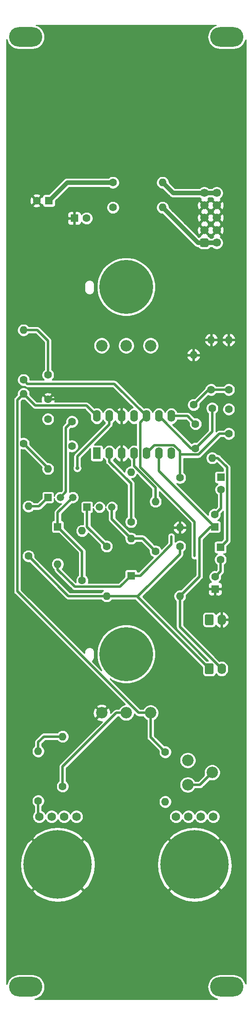
<source format=gbr>
G04 #@! TF.GenerationSoftware,KiCad,Pcbnew,5.1.9-73d0e3b20d~88~ubuntu20.10.1*
G04 #@! TF.CreationDate,2021-03-06T19:26:13+01:00*
G04 #@! TF.ProjectId,kosmo-spring-reverb-driver,6b6f736d-6f2d-4737-9072-696e672d7265,v1.0.0*
G04 #@! TF.SameCoordinates,Original*
G04 #@! TF.FileFunction,Copper,L1,Top*
G04 #@! TF.FilePolarity,Positive*
%FSLAX46Y46*%
G04 Gerber Fmt 4.6, Leading zero omitted, Abs format (unit mm)*
G04 Created by KiCad (PCBNEW 5.1.9-73d0e3b20d~88~ubuntu20.10.1) date 2021-03-06 19:26:13*
%MOMM*%
%LPD*%
G01*
G04 APERTURE LIST*
G04 #@! TA.AperFunction,ComponentPad*
%ADD10C,1.600000*%
G04 #@! TD*
G04 #@! TA.AperFunction,ComponentPad*
%ADD11R,1.600000X1.600000*%
G04 #@! TD*
G04 #@! TA.AperFunction,ComponentPad*
%ADD12O,1.600000X1.600000*%
G04 #@! TD*
G04 #@! TA.AperFunction,ComponentPad*
%ADD13C,2.340000*%
G04 #@! TD*
G04 #@! TA.AperFunction,ComponentPad*
%ADD14O,6.800000X4.000000*%
G04 #@! TD*
G04 #@! TA.AperFunction,ComponentPad*
%ADD15O,1.740000X2.190000*%
G04 #@! TD*
G04 #@! TA.AperFunction,ComponentPad*
%ADD16C,1.700000*%
G04 #@! TD*
G04 #@! TA.AperFunction,ComponentPad*
%ADD17C,1.750000*%
G04 #@! TD*
G04 #@! TA.AperFunction,ComponentPad*
%ADD18C,14.000000*%
G04 #@! TD*
G04 #@! TA.AperFunction,ComponentPad*
%ADD19C,11.000000*%
G04 #@! TD*
G04 #@! TA.AperFunction,ComponentPad*
%ADD20O,1.600000X2.400000*%
G04 #@! TD*
G04 #@! TA.AperFunction,ComponentPad*
%ADD21R,1.600000X2.400000*%
G04 #@! TD*
G04 #@! TA.AperFunction,ComponentPad*
%ADD22R,1.500000X1.500000*%
G04 #@! TD*
G04 #@! TA.AperFunction,ComponentPad*
%ADD23C,1.500000*%
G04 #@! TD*
G04 #@! TA.AperFunction,ViaPad*
%ADD24C,0.508000*%
G04 #@! TD*
G04 #@! TA.AperFunction,ViaPad*
%ADD25C,0.800000*%
G04 #@! TD*
G04 #@! TA.AperFunction,Conductor*
%ADD26C,0.508000*%
G04 #@! TD*
G04 #@! TA.AperFunction,Conductor*
%ADD27C,0.889000*%
G04 #@! TD*
G04 #@! TA.AperFunction,Conductor*
%ADD28C,0.254000*%
G04 #@! TD*
G04 #@! TA.AperFunction,Conductor*
%ADD29C,0.100000*%
G04 #@! TD*
G04 APERTURE END LIST*
D10*
X126400000Y-132400000D03*
D11*
X126400000Y-129900000D03*
D10*
X125100000Y-137500000D03*
D11*
X125100000Y-140000000D03*
D12*
X120800000Y-104940000D03*
D10*
X120800000Y-115100000D03*
D12*
X124400000Y-101840000D03*
D10*
X124400000Y-112000000D03*
D13*
X119600000Y-187700000D03*
X124600000Y-190200000D03*
X119600000Y-192700000D03*
D14*
X127589155Y-39963207D03*
X127589155Y-233963207D03*
X86428796Y-39963034D03*
X86428796Y-233963034D03*
D12*
X115000000Y-196160000D03*
D10*
X115000000Y-186000000D03*
D15*
X126540000Y-159000000D03*
G04 #@! TA.AperFunction,ComponentPad*
G36*
G01*
X123130000Y-159845001D02*
X123130000Y-158154999D01*
G75*
G02*
X123379999Y-157905000I249999J0D01*
G01*
X124620001Y-157905000D01*
G75*
G02*
X124870000Y-158154999I0J-249999D01*
G01*
X124870000Y-159845001D01*
G75*
G02*
X124620001Y-160095000I-249999J0D01*
G01*
X123379999Y-160095000D01*
G75*
G02*
X123130000Y-159845001I0J249999D01*
G01*
G37*
G04 #@! TD.AperFunction*
X126540000Y-169000000D03*
G04 #@! TA.AperFunction,ComponentPad*
G36*
G01*
X123130000Y-169845001D02*
X123130000Y-168154999D01*
G75*
G02*
X123379999Y-167905000I249999J0D01*
G01*
X124620001Y-167905000D01*
G75*
G02*
X124870000Y-168154999I0J-249999D01*
G01*
X124870000Y-169845001D01*
G75*
G02*
X124620001Y-170095000I-249999J0D01*
G01*
X123379999Y-170095000D01*
G75*
G02*
X123130000Y-169845001I0J249999D01*
G01*
G37*
G04 #@! TD.AperFunction*
D10*
X125200000Y-150200000D03*
D11*
X125200000Y-152700000D03*
D10*
X126300000Y-146700000D03*
D11*
X126300000Y-144200000D03*
D10*
X98900000Y-77000000D03*
D11*
X96400000Y-77000000D03*
D10*
X88700000Y-73400000D03*
D11*
X91200000Y-73400000D03*
D16*
X125540000Y-71840000D03*
X125540000Y-74380000D03*
X125540000Y-76920000D03*
X125540000Y-79460000D03*
X125540000Y-82000000D03*
X123000000Y-71840000D03*
X123000000Y-74380000D03*
X123000000Y-76920000D03*
X123000000Y-79460000D03*
G04 #@! TA.AperFunction,ComponentPad*
G36*
G01*
X122150000Y-82600000D02*
X122150000Y-81400000D01*
G75*
G02*
X122400000Y-81150000I250000J0D01*
G01*
X123600000Y-81150000D01*
G75*
G02*
X123850000Y-81400000I0J-250000D01*
G01*
X123850000Y-82600000D01*
G75*
G02*
X123600000Y-82850000I-250000J0D01*
G01*
X122400000Y-82850000D01*
G75*
G02*
X122150000Y-82600000I0J250000D01*
G01*
G37*
G04 #@! TD.AperFunction*
D10*
X95913968Y-123536371D03*
X95913968Y-118536371D03*
X121200000Y-124000000D03*
X121200000Y-119000000D03*
X91000000Y-109000000D03*
X91000000Y-114000000D03*
X128000000Y-121000000D03*
X128000000Y-116000000D03*
D17*
X119750000Y-199205000D03*
X124830000Y-199205000D03*
X117210000Y-199205000D03*
X122290000Y-199205000D03*
D18*
X121000000Y-209000000D03*
D17*
X91750000Y-199205000D03*
X96830000Y-199205000D03*
X89210000Y-199205000D03*
X94290000Y-199205000D03*
D18*
X93000000Y-209000000D03*
D19*
X107000000Y-166000000D03*
D13*
X112000000Y-178000000D03*
X107000000Y-178000000D03*
X102000000Y-178000000D03*
D19*
X107000000Y-91000000D03*
D13*
X112000000Y-103000000D03*
X107000000Y-103000000D03*
X102000000Y-103000000D03*
D20*
X101000000Y-117380000D03*
X116240000Y-125000000D03*
X103540000Y-117380000D03*
X113700000Y-125000000D03*
X106080000Y-117380000D03*
X111160000Y-125000000D03*
X108620000Y-117380000D03*
X108620000Y-125000000D03*
X111160000Y-117380000D03*
X106080000Y-125000000D03*
X113700000Y-117380000D03*
X103540000Y-125000000D03*
X116240000Y-117380000D03*
D21*
X101000000Y-125000000D03*
D12*
X86000000Y-112840000D03*
D10*
X86000000Y-123000000D03*
D12*
X91000000Y-128160000D03*
D10*
X91000000Y-118000000D03*
D12*
X114460000Y-74800000D03*
D10*
X104300000Y-74800000D03*
D12*
X114460000Y-69700000D03*
D10*
X104300000Y-69700000D03*
D12*
X124600000Y-125960000D03*
D10*
X124600000Y-115800000D03*
D12*
X86000000Y-99840000D03*
D10*
X86000000Y-110000000D03*
D12*
X118000000Y-154160000D03*
D10*
X118000000Y-144000000D03*
D12*
X87000000Y-135840000D03*
D10*
X87000000Y-146000000D03*
D12*
X103000000Y-154160000D03*
D10*
X103000000Y-144000000D03*
D12*
X98000000Y-140840000D03*
D10*
X98000000Y-151000000D03*
D12*
X113000000Y-134840000D03*
D10*
X113000000Y-145000000D03*
D12*
X128000000Y-101840000D03*
D10*
X128000000Y-112000000D03*
D12*
X118000000Y-140160000D03*
D10*
X118000000Y-130000000D03*
D12*
X108000000Y-128840000D03*
D10*
X108000000Y-139000000D03*
D12*
X94000000Y-182840000D03*
D10*
X94000000Y-193000000D03*
D12*
X89000000Y-185840000D03*
D10*
X89000000Y-196000000D03*
D22*
X91000000Y-134000000D03*
D23*
X96080000Y-134000000D03*
X93540000Y-134000000D03*
D22*
X99000000Y-136000000D03*
D23*
X104080000Y-136000000D03*
X101540000Y-136000000D03*
D12*
X93000000Y-147620000D03*
D11*
X93000000Y-140000000D03*
D12*
X108000000Y-142380000D03*
D11*
X108000000Y-150000000D03*
D24*
X121000000Y-146000000D03*
D25*
X97000000Y-128000000D03*
D24*
X116240000Y-141960000D03*
D26*
X109160000Y-154160000D02*
X103000000Y-154160000D01*
X118000000Y-145600000D02*
X109300000Y-154300000D01*
X118000000Y-144000000D02*
X118000000Y-145600000D01*
X109300000Y-154300000D02*
X109160000Y-154160000D01*
X124000000Y-169000000D02*
X109300000Y-154300000D01*
X95160000Y-154160000D02*
X87000000Y-146000000D01*
X103000000Y-154160000D02*
X95160000Y-154160000D01*
X98000000Y-145000000D02*
X93000000Y-140000000D01*
X98000000Y-151000000D02*
X98000000Y-145000000D01*
X93000000Y-137080000D02*
X96080000Y-134000000D01*
X93000000Y-140000000D02*
X93000000Y-137080000D01*
X113000000Y-131984078D02*
X113000000Y-134840000D01*
X108620000Y-127604078D02*
X113000000Y-131984078D01*
X108620000Y-125000000D02*
X108620000Y-127604078D01*
D27*
X94900000Y-69700000D02*
X91200000Y-73400000D01*
X104300000Y-69700000D02*
X94900000Y-69700000D01*
D26*
X89160000Y-135840000D02*
X91000000Y-134000000D01*
X87000000Y-135840000D02*
X89160000Y-135840000D01*
X94659967Y-132880033D02*
X93540000Y-134000000D01*
X94659967Y-119790372D02*
X94659967Y-132880033D01*
X95913968Y-118536371D02*
X94659967Y-119790372D01*
X103540000Y-126708000D02*
X108000000Y-131168000D01*
X108000000Y-131168000D02*
X108000000Y-139000000D01*
X103540000Y-125000000D02*
X103540000Y-126708000D01*
X89000000Y-185840000D02*
X89000000Y-184000000D01*
X90160000Y-182840000D02*
X94000000Y-182840000D01*
X89000000Y-184000000D02*
X90160000Y-182840000D01*
X89000000Y-198995000D02*
X89210000Y-199205000D01*
X89000000Y-196000000D02*
X89000000Y-198995000D01*
X107000000Y-178000000D02*
X105000000Y-178000000D01*
X94000000Y-189000000D02*
X94000000Y-193000000D01*
X105000000Y-178000000D02*
X94000000Y-189000000D01*
X116759427Y-123345990D02*
X118000000Y-124586563D01*
X112814010Y-123345990D02*
X116759427Y-123345990D01*
X111160000Y-125000000D02*
X112814010Y-123345990D01*
X118000000Y-127000000D02*
X118000000Y-130000000D01*
X118054001Y-125254001D02*
X118000000Y-125200000D01*
X121801921Y-125254001D02*
X118054001Y-125254001D01*
X126055922Y-121000000D02*
X121801921Y-125254001D01*
X128000000Y-121000000D02*
X126055922Y-121000000D01*
X118000000Y-125200000D02*
X118000000Y-127000000D01*
X118000000Y-124586563D02*
X118000000Y-125200000D01*
X128000000Y-112000000D02*
X124400000Y-112000000D01*
X123900000Y-112000000D02*
X120800000Y-115100000D01*
X124400000Y-112000000D02*
X123900000Y-112000000D01*
X118000000Y-160460000D02*
X126540000Y-169000000D01*
X118000000Y-154160000D02*
X118000000Y-160460000D01*
X113700000Y-125000000D02*
X113700000Y-125400000D01*
X122000000Y-150160000D02*
X118000000Y-154160000D01*
X122000000Y-142308000D02*
X122000000Y-150160000D01*
X124308000Y-140000000D02*
X122000000Y-142308000D01*
X125100000Y-140000000D02*
X124308000Y-140000000D01*
X113700000Y-128600000D02*
X125100000Y-140000000D01*
X113700000Y-125000000D02*
X113700000Y-128600000D01*
X86000000Y-99840000D02*
X88840000Y-99840000D01*
X91000000Y-102000000D02*
X91000000Y-109000000D01*
X88840000Y-99840000D02*
X91000000Y-102000000D01*
X104579999Y-110799999D02*
X111160000Y-117380000D01*
X86799999Y-110799999D02*
X104579999Y-110799999D01*
X86000000Y-110000000D02*
X86799999Y-110799999D01*
X109874010Y-127856812D02*
X121000000Y-138982802D01*
X109874010Y-118665990D02*
X109874010Y-127856812D01*
X111160000Y-117380000D02*
X109874010Y-118665990D01*
X121000000Y-138982802D02*
X121000000Y-146000000D01*
X121000000Y-146000000D02*
X121000000Y-146000000D01*
X121000000Y-146000000D02*
X121000000Y-146000000D01*
X127654001Y-142845999D02*
X126300000Y-144200000D01*
X127654001Y-127882631D02*
X127654001Y-142845999D01*
X125731370Y-125960000D02*
X127654001Y-127882631D01*
X124600000Y-125960000D02*
X125731370Y-125960000D01*
X120320000Y-124000000D02*
X121200000Y-124000000D01*
X113700000Y-117380000D02*
X120320000Y-124000000D01*
X124600000Y-120600000D02*
X124600000Y-115800000D01*
X121200000Y-124000000D02*
X124600000Y-120600000D01*
X98874001Y-115254001D02*
X101000000Y-117380000D01*
X88414001Y-115254001D02*
X98874001Y-115254001D01*
X86000000Y-112840000D02*
X88414001Y-115254001D01*
X112000000Y-183000000D02*
X115000000Y-186000000D01*
X112000000Y-178000000D02*
X112000000Y-183000000D01*
X109550827Y-178000000D02*
X112000000Y-178000000D01*
X84745999Y-153195172D02*
X109550827Y-178000000D01*
X84745999Y-114094001D02*
X84745999Y-153195172D01*
X86000000Y-112840000D02*
X84745999Y-114094001D01*
D27*
X125540000Y-82000000D02*
X123000000Y-82000000D01*
X121660000Y-82000000D02*
X114460000Y-74800000D01*
X123000000Y-82000000D02*
X121660000Y-82000000D01*
X125540000Y-71840000D02*
X123000000Y-71840000D01*
X116600000Y-71840000D02*
X114460000Y-69700000D01*
X123000000Y-71840000D02*
X116600000Y-71840000D01*
D26*
X91000000Y-128000000D02*
X91000000Y-128160000D01*
X86000000Y-123000000D02*
X91000000Y-128000000D01*
X103540000Y-117766261D02*
X103540000Y-117380000D01*
X97000000Y-125628000D02*
X97000000Y-128000000D01*
X103540000Y-119088000D02*
X97000000Y-125628000D01*
X103540000Y-117380000D02*
X103540000Y-119088000D01*
X126400000Y-136200000D02*
X125100000Y-137500000D01*
X126400000Y-132400000D02*
X126400000Y-136200000D01*
X126300000Y-149100000D02*
X125200000Y-150200000D01*
X126300000Y-146700000D02*
X126300000Y-149100000D01*
X102700000Y-114000000D02*
X106080000Y-117380000D01*
X91000000Y-114000000D02*
X102700000Y-114000000D01*
X106080000Y-117380000D02*
X106080000Y-125000000D01*
X99000000Y-140000000D02*
X103000000Y-144000000D01*
X99000000Y-136000000D02*
X99000000Y-140000000D01*
X110380000Y-142380000D02*
X113000000Y-145000000D01*
X108000000Y-142380000D02*
X110380000Y-142380000D01*
X104080000Y-138460000D02*
X104080000Y-136000000D01*
X108000000Y-142380000D02*
X104080000Y-138460000D01*
X105745999Y-152254001D02*
X108000000Y-150000000D01*
X96502631Y-152254001D02*
X105745999Y-152254001D01*
X93000000Y-148751370D02*
X96502631Y-152254001D01*
X93000000Y-147620000D02*
X93000000Y-148751370D01*
X109855922Y-150000000D02*
X108000000Y-150000000D01*
X116240000Y-143615922D02*
X109855922Y-150000000D01*
X116240000Y-141960000D02*
X116240000Y-143615922D01*
X119580000Y-117380000D02*
X121200000Y-119000000D01*
X116240000Y-117380000D02*
X119580000Y-117380000D01*
X122100000Y-192700000D02*
X124600000Y-190200000D01*
X119600000Y-192700000D02*
X122100000Y-192700000D01*
D28*
X125217435Y-37617267D02*
X124778436Y-37851917D01*
X124393650Y-38167702D01*
X124077865Y-38552488D01*
X123843215Y-38991487D01*
X123698719Y-39467828D01*
X123649928Y-39963207D01*
X123698719Y-40458586D01*
X123843215Y-40934927D01*
X124077865Y-41373926D01*
X124393650Y-41758712D01*
X124778436Y-42074497D01*
X125217435Y-42309147D01*
X125693776Y-42453643D01*
X126065013Y-42490207D01*
X129113297Y-42490207D01*
X129484534Y-42453643D01*
X129960875Y-42309147D01*
X130399874Y-42074497D01*
X130784660Y-41758712D01*
X131100445Y-41373926D01*
X131335095Y-40934927D01*
X131448001Y-40562725D01*
X131448000Y-233363686D01*
X131335095Y-232991487D01*
X131100445Y-232552488D01*
X130784660Y-232167702D01*
X130399874Y-231851917D01*
X129960875Y-231617267D01*
X129484534Y-231472771D01*
X129113297Y-231436207D01*
X126065013Y-231436207D01*
X125693776Y-231472771D01*
X125217435Y-231617267D01*
X124778436Y-231851917D01*
X124393650Y-232167702D01*
X124077865Y-232552488D01*
X123843215Y-232991487D01*
X123698719Y-233467828D01*
X123649928Y-233963207D01*
X123698719Y-234458586D01*
X123843215Y-234934927D01*
X124077865Y-235373926D01*
X124393650Y-235758712D01*
X124778436Y-236074497D01*
X125217435Y-236309147D01*
X125675173Y-236448000D01*
X88342207Y-236448000D01*
X88800516Y-236308974D01*
X89239515Y-236074324D01*
X89624301Y-235758539D01*
X89940086Y-235373753D01*
X90174736Y-234934754D01*
X90319232Y-234458413D01*
X90368023Y-233963034D01*
X90319232Y-233467655D01*
X90174736Y-232991314D01*
X89940086Y-232552315D01*
X89624301Y-232167529D01*
X89239515Y-231851744D01*
X88800516Y-231617094D01*
X88324175Y-231472598D01*
X87952938Y-231436034D01*
X84904654Y-231436034D01*
X84533417Y-231472598D01*
X84057076Y-231617094D01*
X83618077Y-231851744D01*
X83233291Y-232167529D01*
X82917506Y-232552315D01*
X82682856Y-232991314D01*
X82552000Y-233422690D01*
X82552000Y-214401674D01*
X87777932Y-214401674D01*
X88593908Y-215280530D01*
X89903840Y-216019437D01*
X91332756Y-216488591D01*
X92825743Y-216669963D01*
X94325428Y-216556583D01*
X95774176Y-216152807D01*
X97116314Y-215474153D01*
X97406092Y-215280530D01*
X98222068Y-214401674D01*
X115777932Y-214401674D01*
X116593908Y-215280530D01*
X117903840Y-216019437D01*
X119332756Y-216488591D01*
X120825743Y-216669963D01*
X122325428Y-216556583D01*
X123774176Y-216152807D01*
X125116314Y-215474153D01*
X125406092Y-215280530D01*
X126222068Y-214401674D01*
X121000000Y-209179605D01*
X115777932Y-214401674D01*
X98222068Y-214401674D01*
X93000000Y-209179605D01*
X87777932Y-214401674D01*
X82552000Y-214401674D01*
X82552000Y-208825743D01*
X85330037Y-208825743D01*
X85443417Y-210325428D01*
X85847193Y-211774176D01*
X86525847Y-213116314D01*
X86719470Y-213406092D01*
X87598326Y-214222068D01*
X92820395Y-209000000D01*
X93179605Y-209000000D01*
X98401674Y-214222068D01*
X99280530Y-213406092D01*
X100019437Y-212096160D01*
X100488591Y-210667244D01*
X100669963Y-209174257D01*
X100643615Y-208825743D01*
X113330037Y-208825743D01*
X113443417Y-210325428D01*
X113847193Y-211774176D01*
X114525847Y-213116314D01*
X114719470Y-213406092D01*
X115598326Y-214222068D01*
X120820395Y-209000000D01*
X121179605Y-209000000D01*
X126401674Y-214222068D01*
X127280530Y-213406092D01*
X128019437Y-212096160D01*
X128488591Y-210667244D01*
X128669963Y-209174257D01*
X128556583Y-207674572D01*
X128152807Y-206225824D01*
X127474153Y-204883686D01*
X127280530Y-204593908D01*
X126401674Y-203777932D01*
X121179605Y-209000000D01*
X120820395Y-209000000D01*
X115598326Y-203777932D01*
X114719470Y-204593908D01*
X113980563Y-205903840D01*
X113511409Y-207332756D01*
X113330037Y-208825743D01*
X100643615Y-208825743D01*
X100556583Y-207674572D01*
X100152807Y-206225824D01*
X99474153Y-204883686D01*
X99280530Y-204593908D01*
X98401674Y-203777932D01*
X93179605Y-209000000D01*
X92820395Y-209000000D01*
X87598326Y-203777932D01*
X86719470Y-204593908D01*
X85980563Y-205903840D01*
X85511409Y-207332756D01*
X85330037Y-208825743D01*
X82552000Y-208825743D01*
X82552000Y-203598326D01*
X87777932Y-203598326D01*
X93000000Y-208820395D01*
X98222068Y-203598326D01*
X115777932Y-203598326D01*
X121000000Y-208820395D01*
X126222068Y-203598326D01*
X125406092Y-202719470D01*
X124096160Y-201980563D01*
X122667244Y-201511409D01*
X121174257Y-201330037D01*
X119674572Y-201443417D01*
X118225824Y-201847193D01*
X116883686Y-202525847D01*
X116593908Y-202719470D01*
X115777932Y-203598326D01*
X98222068Y-203598326D01*
X97406092Y-202719470D01*
X96096160Y-201980563D01*
X94667244Y-201511409D01*
X93174257Y-201330037D01*
X91674572Y-201443417D01*
X90225824Y-201847193D01*
X88883686Y-202525847D01*
X88593908Y-202719470D01*
X87777932Y-203598326D01*
X82552000Y-203598326D01*
X82552000Y-195869302D01*
X87673000Y-195869302D01*
X87673000Y-196130698D01*
X87723996Y-196387072D01*
X87824028Y-196628570D01*
X87969252Y-196845913D01*
X88154087Y-197030748D01*
X88219000Y-197074122D01*
X88219001Y-198213271D01*
X88120995Y-198311277D01*
X87967563Y-198540904D01*
X87861878Y-198796052D01*
X87808000Y-199066915D01*
X87808000Y-199343085D01*
X87861878Y-199613948D01*
X87967563Y-199869096D01*
X88120995Y-200098723D01*
X88316277Y-200294005D01*
X88545904Y-200447437D01*
X88801052Y-200553122D01*
X89071915Y-200607000D01*
X89348085Y-200607000D01*
X89618948Y-200553122D01*
X89874096Y-200447437D01*
X90103723Y-200294005D01*
X90299005Y-200098723D01*
X90452437Y-199869096D01*
X90480000Y-199802553D01*
X90507563Y-199869096D01*
X90660995Y-200098723D01*
X90856277Y-200294005D01*
X91085904Y-200447437D01*
X91341052Y-200553122D01*
X91611915Y-200607000D01*
X91888085Y-200607000D01*
X92158948Y-200553122D01*
X92414096Y-200447437D01*
X92643723Y-200294005D01*
X92839005Y-200098723D01*
X92992437Y-199869096D01*
X93020000Y-199802553D01*
X93047563Y-199869096D01*
X93200995Y-200098723D01*
X93396277Y-200294005D01*
X93625904Y-200447437D01*
X93881052Y-200553122D01*
X94151915Y-200607000D01*
X94428085Y-200607000D01*
X94698948Y-200553122D01*
X94954096Y-200447437D01*
X95183723Y-200294005D01*
X95379005Y-200098723D01*
X95532437Y-199869096D01*
X95560000Y-199802553D01*
X95587563Y-199869096D01*
X95740995Y-200098723D01*
X95936277Y-200294005D01*
X96165904Y-200447437D01*
X96421052Y-200553122D01*
X96691915Y-200607000D01*
X96968085Y-200607000D01*
X97238948Y-200553122D01*
X97494096Y-200447437D01*
X97723723Y-200294005D01*
X97919005Y-200098723D01*
X98072437Y-199869096D01*
X98178122Y-199613948D01*
X98232000Y-199343085D01*
X98232000Y-199066915D01*
X115808000Y-199066915D01*
X115808000Y-199343085D01*
X115861878Y-199613948D01*
X115967563Y-199869096D01*
X116120995Y-200098723D01*
X116316277Y-200294005D01*
X116545904Y-200447437D01*
X116801052Y-200553122D01*
X117071915Y-200607000D01*
X117348085Y-200607000D01*
X117618948Y-200553122D01*
X117874096Y-200447437D01*
X118103723Y-200294005D01*
X118299005Y-200098723D01*
X118452437Y-199869096D01*
X118480000Y-199802553D01*
X118507563Y-199869096D01*
X118660995Y-200098723D01*
X118856277Y-200294005D01*
X119085904Y-200447437D01*
X119341052Y-200553122D01*
X119611915Y-200607000D01*
X119888085Y-200607000D01*
X120158948Y-200553122D01*
X120414096Y-200447437D01*
X120643723Y-200294005D01*
X120839005Y-200098723D01*
X120992437Y-199869096D01*
X121020000Y-199802553D01*
X121047563Y-199869096D01*
X121200995Y-200098723D01*
X121396277Y-200294005D01*
X121625904Y-200447437D01*
X121881052Y-200553122D01*
X122151915Y-200607000D01*
X122428085Y-200607000D01*
X122698948Y-200553122D01*
X122954096Y-200447437D01*
X123183723Y-200294005D01*
X123379005Y-200098723D01*
X123532437Y-199869096D01*
X123560000Y-199802553D01*
X123587563Y-199869096D01*
X123740995Y-200098723D01*
X123936277Y-200294005D01*
X124165904Y-200447437D01*
X124421052Y-200553122D01*
X124691915Y-200607000D01*
X124968085Y-200607000D01*
X125238948Y-200553122D01*
X125494096Y-200447437D01*
X125723723Y-200294005D01*
X125919005Y-200098723D01*
X126072437Y-199869096D01*
X126178122Y-199613948D01*
X126232000Y-199343085D01*
X126232000Y-199066915D01*
X126178122Y-198796052D01*
X126072437Y-198540904D01*
X125919005Y-198311277D01*
X125723723Y-198115995D01*
X125494096Y-197962563D01*
X125238948Y-197856878D01*
X124968085Y-197803000D01*
X124691915Y-197803000D01*
X124421052Y-197856878D01*
X124165904Y-197962563D01*
X123936277Y-198115995D01*
X123740995Y-198311277D01*
X123587563Y-198540904D01*
X123560000Y-198607447D01*
X123532437Y-198540904D01*
X123379005Y-198311277D01*
X123183723Y-198115995D01*
X122954096Y-197962563D01*
X122698948Y-197856878D01*
X122428085Y-197803000D01*
X122151915Y-197803000D01*
X121881052Y-197856878D01*
X121625904Y-197962563D01*
X121396277Y-198115995D01*
X121200995Y-198311277D01*
X121047563Y-198540904D01*
X121020000Y-198607447D01*
X120992437Y-198540904D01*
X120839005Y-198311277D01*
X120643723Y-198115995D01*
X120414096Y-197962563D01*
X120158948Y-197856878D01*
X119888085Y-197803000D01*
X119611915Y-197803000D01*
X119341052Y-197856878D01*
X119085904Y-197962563D01*
X118856277Y-198115995D01*
X118660995Y-198311277D01*
X118507563Y-198540904D01*
X118480000Y-198607447D01*
X118452437Y-198540904D01*
X118299005Y-198311277D01*
X118103723Y-198115995D01*
X117874096Y-197962563D01*
X117618948Y-197856878D01*
X117348085Y-197803000D01*
X117071915Y-197803000D01*
X116801052Y-197856878D01*
X116545904Y-197962563D01*
X116316277Y-198115995D01*
X116120995Y-198311277D01*
X115967563Y-198540904D01*
X115861878Y-198796052D01*
X115808000Y-199066915D01*
X98232000Y-199066915D01*
X98178122Y-198796052D01*
X98072437Y-198540904D01*
X97919005Y-198311277D01*
X97723723Y-198115995D01*
X97494096Y-197962563D01*
X97238948Y-197856878D01*
X96968085Y-197803000D01*
X96691915Y-197803000D01*
X96421052Y-197856878D01*
X96165904Y-197962563D01*
X95936277Y-198115995D01*
X95740995Y-198311277D01*
X95587563Y-198540904D01*
X95560000Y-198607447D01*
X95532437Y-198540904D01*
X95379005Y-198311277D01*
X95183723Y-198115995D01*
X94954096Y-197962563D01*
X94698948Y-197856878D01*
X94428085Y-197803000D01*
X94151915Y-197803000D01*
X93881052Y-197856878D01*
X93625904Y-197962563D01*
X93396277Y-198115995D01*
X93200995Y-198311277D01*
X93047563Y-198540904D01*
X93020000Y-198607447D01*
X92992437Y-198540904D01*
X92839005Y-198311277D01*
X92643723Y-198115995D01*
X92414096Y-197962563D01*
X92158948Y-197856878D01*
X91888085Y-197803000D01*
X91611915Y-197803000D01*
X91341052Y-197856878D01*
X91085904Y-197962563D01*
X90856277Y-198115995D01*
X90660995Y-198311277D01*
X90507563Y-198540904D01*
X90480000Y-198607447D01*
X90452437Y-198540904D01*
X90299005Y-198311277D01*
X90103723Y-198115995D01*
X89874096Y-197962563D01*
X89781000Y-197924002D01*
X89781000Y-197074121D01*
X89845913Y-197030748D01*
X90030748Y-196845913D01*
X90175972Y-196628570D01*
X90276004Y-196387072D01*
X90327000Y-196130698D01*
X90327000Y-196029302D01*
X113673000Y-196029302D01*
X113673000Y-196290698D01*
X113723996Y-196547072D01*
X113824028Y-196788570D01*
X113969252Y-197005913D01*
X114154087Y-197190748D01*
X114371430Y-197335972D01*
X114612928Y-197436004D01*
X114869302Y-197487000D01*
X115130698Y-197487000D01*
X115387072Y-197436004D01*
X115628570Y-197335972D01*
X115845913Y-197190748D01*
X116030748Y-197005913D01*
X116175972Y-196788570D01*
X116276004Y-196547072D01*
X116327000Y-196290698D01*
X116327000Y-196029302D01*
X116276004Y-195772928D01*
X116175972Y-195531430D01*
X116030748Y-195314087D01*
X115845913Y-195129252D01*
X115628570Y-194984028D01*
X115387072Y-194883996D01*
X115130698Y-194833000D01*
X114869302Y-194833000D01*
X114612928Y-194883996D01*
X114371430Y-194984028D01*
X114154087Y-195129252D01*
X113969252Y-195314087D01*
X113824028Y-195531430D01*
X113723996Y-195772928D01*
X113673000Y-196029302D01*
X90327000Y-196029302D01*
X90327000Y-195869302D01*
X90276004Y-195612928D01*
X90175972Y-195371430D01*
X90030748Y-195154087D01*
X89845913Y-194969252D01*
X89628570Y-194824028D01*
X89387072Y-194723996D01*
X89130698Y-194673000D01*
X88869302Y-194673000D01*
X88612928Y-194723996D01*
X88371430Y-194824028D01*
X88154087Y-194969252D01*
X87969252Y-195154087D01*
X87824028Y-195371430D01*
X87723996Y-195612928D01*
X87673000Y-195869302D01*
X82552000Y-195869302D01*
X82552000Y-185709302D01*
X87673000Y-185709302D01*
X87673000Y-185970698D01*
X87723996Y-186227072D01*
X87824028Y-186468570D01*
X87969252Y-186685913D01*
X88154087Y-186870748D01*
X88371430Y-187015972D01*
X88612928Y-187116004D01*
X88869302Y-187167000D01*
X89130698Y-187167000D01*
X89387072Y-187116004D01*
X89628570Y-187015972D01*
X89845913Y-186870748D01*
X90030748Y-186685913D01*
X90175972Y-186468570D01*
X90276004Y-186227072D01*
X90327000Y-185970698D01*
X90327000Y-185709302D01*
X90276004Y-185452928D01*
X90175972Y-185211430D01*
X90030748Y-184994087D01*
X89845913Y-184809252D01*
X89781000Y-184765879D01*
X89781000Y-184323500D01*
X90483501Y-183621000D01*
X92925879Y-183621000D01*
X92969252Y-183685913D01*
X93154087Y-183870748D01*
X93371430Y-184015972D01*
X93612928Y-184116004D01*
X93869302Y-184167000D01*
X94130698Y-184167000D01*
X94387072Y-184116004D01*
X94628570Y-184015972D01*
X94845913Y-183870748D01*
X95030748Y-183685913D01*
X95175972Y-183468570D01*
X95276004Y-183227072D01*
X95327000Y-182970698D01*
X95327000Y-182709302D01*
X95276004Y-182452928D01*
X95175972Y-182211430D01*
X95030748Y-181994087D01*
X94845913Y-181809252D01*
X94628570Y-181664028D01*
X94387072Y-181563996D01*
X94130698Y-181513000D01*
X93869302Y-181513000D01*
X93612928Y-181563996D01*
X93371430Y-181664028D01*
X93154087Y-181809252D01*
X92969252Y-181994087D01*
X92925879Y-182059000D01*
X90198357Y-182059000D01*
X90160000Y-182055222D01*
X90121643Y-182059000D01*
X90121640Y-182059000D01*
X90006897Y-182070301D01*
X89859678Y-182114960D01*
X89791840Y-182151220D01*
X89724000Y-182187481D01*
X89690198Y-182215222D01*
X89605078Y-182285078D01*
X89580626Y-182314873D01*
X88474874Y-183420626D01*
X88445079Y-183445078D01*
X88420627Y-183474873D01*
X88420625Y-183474875D01*
X88347481Y-183564001D01*
X88274960Y-183699680D01*
X88230302Y-183846898D01*
X88215222Y-184000000D01*
X88219001Y-184038366D01*
X88219001Y-184765878D01*
X88154087Y-184809252D01*
X87969252Y-184994087D01*
X87824028Y-185211430D01*
X87723996Y-185452928D01*
X87673000Y-185709302D01*
X82552000Y-185709302D01*
X82552000Y-178055869D01*
X100187127Y-178055869D01*
X100232861Y-178408470D01*
X100346505Y-178745373D01*
X100461611Y-178960725D01*
X100743398Y-179076997D01*
X101820395Y-178000000D01*
X100743398Y-176923003D01*
X100461611Y-177039275D01*
X100303743Y-177357860D01*
X100211062Y-177701122D01*
X100187127Y-178055869D01*
X82552000Y-178055869D01*
X82552000Y-176743398D01*
X100923003Y-176743398D01*
X102000000Y-177820395D01*
X103076997Y-176743398D01*
X102960725Y-176461611D01*
X102642140Y-176303743D01*
X102298878Y-176211062D01*
X101944131Y-176187127D01*
X101591530Y-176232861D01*
X101254627Y-176346505D01*
X101039275Y-176461611D01*
X100923003Y-176743398D01*
X82552000Y-176743398D01*
X82552000Y-114094001D01*
X83961221Y-114094001D01*
X83964999Y-114132358D01*
X83965000Y-153156805D01*
X83961221Y-153195172D01*
X83972934Y-153314087D01*
X83976301Y-153348275D01*
X83989050Y-153390301D01*
X84020959Y-153495492D01*
X84093480Y-153631171D01*
X84166624Y-153720297D01*
X84191078Y-153750094D01*
X84220873Y-153774546D01*
X106763186Y-176316859D01*
X106505003Y-176368215D01*
X106196169Y-176496138D01*
X105918226Y-176681854D01*
X105681854Y-176918226D01*
X105496138Y-177196169D01*
X105486681Y-177219000D01*
X105038356Y-177219000D01*
X104999999Y-177215222D01*
X104961642Y-177219000D01*
X104961640Y-177219000D01*
X104846897Y-177230301D01*
X104699678Y-177274960D01*
X104564000Y-177347481D01*
X104518840Y-177384544D01*
X104445078Y-177445078D01*
X104420622Y-177474878D01*
X103802852Y-178092648D01*
X103812873Y-177944131D01*
X103767139Y-177591530D01*
X103653495Y-177254627D01*
X103538389Y-177039275D01*
X103256602Y-176923003D01*
X102179605Y-178000000D01*
X102193748Y-178014143D01*
X102014143Y-178193748D01*
X102000000Y-178179605D01*
X100923003Y-179256602D01*
X101039275Y-179538389D01*
X101357860Y-179696257D01*
X101701122Y-179788938D01*
X102055869Y-179812873D01*
X102086615Y-179808885D01*
X93474878Y-188420622D01*
X93445078Y-188445078D01*
X93420625Y-188474875D01*
X93347481Y-188564001D01*
X93345229Y-188568215D01*
X93274960Y-188699679D01*
X93230301Y-188846898D01*
X93219000Y-188961640D01*
X93215222Y-189000000D01*
X93219000Y-189038357D01*
X93219001Y-191925878D01*
X93154087Y-191969252D01*
X92969252Y-192154087D01*
X92824028Y-192371430D01*
X92723996Y-192612928D01*
X92673000Y-192869302D01*
X92673000Y-193130698D01*
X92723996Y-193387072D01*
X92824028Y-193628570D01*
X92969252Y-193845913D01*
X93154087Y-194030748D01*
X93371430Y-194175972D01*
X93612928Y-194276004D01*
X93869302Y-194327000D01*
X94130698Y-194327000D01*
X94387072Y-194276004D01*
X94628570Y-194175972D01*
X94845913Y-194030748D01*
X95030748Y-193845913D01*
X95175972Y-193628570D01*
X95276004Y-193387072D01*
X95327000Y-193130698D01*
X95327000Y-192869302D01*
X95276004Y-192612928D01*
X95242839Y-192532860D01*
X117903000Y-192532860D01*
X117903000Y-192867140D01*
X117968215Y-193194997D01*
X118096138Y-193503831D01*
X118281854Y-193781774D01*
X118518226Y-194018146D01*
X118796169Y-194203862D01*
X119105003Y-194331785D01*
X119432860Y-194397000D01*
X119767140Y-194397000D01*
X120094997Y-194331785D01*
X120403831Y-194203862D01*
X120681774Y-194018146D01*
X120918146Y-193781774D01*
X121103862Y-193503831D01*
X121113319Y-193481000D01*
X122061643Y-193481000D01*
X122100000Y-193484778D01*
X122138357Y-193481000D01*
X122138360Y-193481000D01*
X122253103Y-193469699D01*
X122400322Y-193425040D01*
X122535999Y-193352519D01*
X122654922Y-193254922D01*
X122679378Y-193225122D01*
X124082172Y-191822328D01*
X124105003Y-191831785D01*
X124432860Y-191897000D01*
X124767140Y-191897000D01*
X125094997Y-191831785D01*
X125403831Y-191703862D01*
X125681774Y-191518146D01*
X125918146Y-191281774D01*
X126103862Y-191003831D01*
X126231785Y-190694997D01*
X126297000Y-190367140D01*
X126297000Y-190032860D01*
X126231785Y-189705003D01*
X126103862Y-189396169D01*
X125918146Y-189118226D01*
X125681774Y-188881854D01*
X125403831Y-188696138D01*
X125094997Y-188568215D01*
X124767140Y-188503000D01*
X124432860Y-188503000D01*
X124105003Y-188568215D01*
X123796169Y-188696138D01*
X123518226Y-188881854D01*
X123281854Y-189118226D01*
X123096138Y-189396169D01*
X122968215Y-189705003D01*
X122903000Y-190032860D01*
X122903000Y-190367140D01*
X122968215Y-190694997D01*
X122977672Y-190717828D01*
X121776500Y-191919000D01*
X121113319Y-191919000D01*
X121103862Y-191896169D01*
X120918146Y-191618226D01*
X120681774Y-191381854D01*
X120403831Y-191196138D01*
X120094997Y-191068215D01*
X119767140Y-191003000D01*
X119432860Y-191003000D01*
X119105003Y-191068215D01*
X118796169Y-191196138D01*
X118518226Y-191381854D01*
X118281854Y-191618226D01*
X118096138Y-191896169D01*
X117968215Y-192205003D01*
X117903000Y-192532860D01*
X95242839Y-192532860D01*
X95175972Y-192371430D01*
X95030748Y-192154087D01*
X94845913Y-191969252D01*
X94781000Y-191925879D01*
X94781000Y-189323500D01*
X96571640Y-187532860D01*
X117903000Y-187532860D01*
X117903000Y-187867140D01*
X117968215Y-188194997D01*
X118096138Y-188503831D01*
X118281854Y-188781774D01*
X118518226Y-189018146D01*
X118796169Y-189203862D01*
X119105003Y-189331785D01*
X119432860Y-189397000D01*
X119767140Y-189397000D01*
X120094997Y-189331785D01*
X120403831Y-189203862D01*
X120681774Y-189018146D01*
X120918146Y-188781774D01*
X121103862Y-188503831D01*
X121231785Y-188194997D01*
X121297000Y-187867140D01*
X121297000Y-187532860D01*
X121231785Y-187205003D01*
X121103862Y-186896169D01*
X120918146Y-186618226D01*
X120681774Y-186381854D01*
X120403831Y-186196138D01*
X120094997Y-186068215D01*
X119767140Y-186003000D01*
X119432860Y-186003000D01*
X119105003Y-186068215D01*
X118796169Y-186196138D01*
X118518226Y-186381854D01*
X118281854Y-186618226D01*
X118096138Y-186896169D01*
X117968215Y-187205003D01*
X117903000Y-187532860D01*
X96571640Y-187532860D01*
X105323500Y-178781000D01*
X105486681Y-178781000D01*
X105496138Y-178803831D01*
X105681854Y-179081774D01*
X105918226Y-179318146D01*
X106196169Y-179503862D01*
X106505003Y-179631785D01*
X106832860Y-179697000D01*
X107167140Y-179697000D01*
X107494997Y-179631785D01*
X107803831Y-179503862D01*
X108081774Y-179318146D01*
X108318146Y-179081774D01*
X108503862Y-178803831D01*
X108631785Y-178494997D01*
X108683141Y-178236814D01*
X108971449Y-178525122D01*
X108995905Y-178554922D01*
X109069667Y-178615456D01*
X109114827Y-178652519D01*
X109250505Y-178725040D01*
X109397724Y-178769699D01*
X109512467Y-178781000D01*
X109512469Y-178781000D01*
X109550826Y-178784778D01*
X109589183Y-178781000D01*
X110486681Y-178781000D01*
X110496138Y-178803831D01*
X110681854Y-179081774D01*
X110918226Y-179318146D01*
X111196169Y-179503862D01*
X111219000Y-179513319D01*
X111219001Y-182961633D01*
X111215222Y-183000000D01*
X111230302Y-183153102D01*
X111274960Y-183300320D01*
X111347481Y-183435999D01*
X111393866Y-183492519D01*
X111445079Y-183554922D01*
X111474874Y-183579374D01*
X113688231Y-185792732D01*
X113673000Y-185869302D01*
X113673000Y-186130698D01*
X113723996Y-186387072D01*
X113824028Y-186628570D01*
X113969252Y-186845913D01*
X114154087Y-187030748D01*
X114371430Y-187175972D01*
X114612928Y-187276004D01*
X114869302Y-187327000D01*
X115130698Y-187327000D01*
X115387072Y-187276004D01*
X115628570Y-187175972D01*
X115845913Y-187030748D01*
X116030748Y-186845913D01*
X116175972Y-186628570D01*
X116276004Y-186387072D01*
X116327000Y-186130698D01*
X116327000Y-185869302D01*
X116276004Y-185612928D01*
X116175972Y-185371430D01*
X116030748Y-185154087D01*
X115845913Y-184969252D01*
X115628570Y-184824028D01*
X115387072Y-184723996D01*
X115130698Y-184673000D01*
X114869302Y-184673000D01*
X114792732Y-184688231D01*
X112781000Y-182676500D01*
X112781000Y-179513319D01*
X112803831Y-179503862D01*
X113081774Y-179318146D01*
X113318146Y-179081774D01*
X113503862Y-178803831D01*
X113631785Y-178494997D01*
X113697000Y-178167140D01*
X113697000Y-177832860D01*
X113631785Y-177505003D01*
X113503862Y-177196169D01*
X113318146Y-176918226D01*
X113081774Y-176681854D01*
X112803831Y-176496138D01*
X112494997Y-176368215D01*
X112167140Y-176303000D01*
X111832860Y-176303000D01*
X111505003Y-176368215D01*
X111196169Y-176496138D01*
X110918226Y-176681854D01*
X110681854Y-176918226D01*
X110496138Y-177196169D01*
X110486681Y-177219000D01*
X109874327Y-177219000D01*
X103696833Y-171041506D01*
X104145145Y-171341058D01*
X105241989Y-171795386D01*
X106406392Y-172027000D01*
X107593608Y-172027000D01*
X108758011Y-171795386D01*
X109854855Y-171341058D01*
X110841989Y-170681477D01*
X111681477Y-169841989D01*
X112341058Y-168854855D01*
X112795386Y-167758011D01*
X113027000Y-166593608D01*
X113027000Y-165406392D01*
X112795386Y-164241989D01*
X112341058Y-163145145D01*
X111681477Y-162158011D01*
X110841989Y-161318523D01*
X109854855Y-160658942D01*
X108758011Y-160204614D01*
X107593608Y-159973000D01*
X106406392Y-159973000D01*
X105241989Y-160204614D01*
X104145145Y-160658942D01*
X103158011Y-161318523D01*
X102318523Y-162158011D01*
X101658942Y-163145145D01*
X101204614Y-164241989D01*
X100973000Y-165406392D01*
X100973000Y-166593608D01*
X101204614Y-167758011D01*
X101658942Y-168854855D01*
X101958494Y-169303167D01*
X100095327Y-167440000D01*
X100229712Y-167329712D01*
X100358051Y-167173331D01*
X100453415Y-166994917D01*
X100512140Y-166801327D01*
X100527000Y-166650451D01*
X100527000Y-165549549D01*
X100512140Y-165398673D01*
X100453415Y-165205083D01*
X100358051Y-165026669D01*
X100229712Y-164870288D01*
X100073331Y-164741949D01*
X99894916Y-164646585D01*
X99701326Y-164587860D01*
X99500000Y-164568031D01*
X99298673Y-164587860D01*
X99105083Y-164646585D01*
X98926669Y-164741949D01*
X98770288Y-164870288D01*
X98641949Y-165026669D01*
X98546585Y-165205084D01*
X98487860Y-165398674D01*
X98473000Y-165549550D01*
X98473000Y-165817673D01*
X85526999Y-152871672D01*
X85526999Y-124240411D01*
X85612928Y-124276004D01*
X85869302Y-124327000D01*
X86130698Y-124327000D01*
X86207269Y-124311769D01*
X89714777Y-127819277D01*
X89673000Y-128029302D01*
X89673000Y-128290698D01*
X89723996Y-128547072D01*
X89824028Y-128788570D01*
X89969252Y-129005913D01*
X90154087Y-129190748D01*
X90371430Y-129335972D01*
X90612928Y-129436004D01*
X90869302Y-129487000D01*
X91130698Y-129487000D01*
X91387072Y-129436004D01*
X91628570Y-129335972D01*
X91845913Y-129190748D01*
X92030748Y-129005913D01*
X92175972Y-128788570D01*
X92276004Y-128547072D01*
X92327000Y-128290698D01*
X92327000Y-128029302D01*
X92276004Y-127772928D01*
X92175972Y-127531430D01*
X92030748Y-127314087D01*
X91845913Y-127129252D01*
X91628570Y-126984028D01*
X91387072Y-126883996D01*
X91130698Y-126833000D01*
X90937501Y-126833000D01*
X87311769Y-123207269D01*
X87327000Y-123130698D01*
X87327000Y-122869302D01*
X87276004Y-122612928D01*
X87175972Y-122371430D01*
X87030748Y-122154087D01*
X86845913Y-121969252D01*
X86628570Y-121824028D01*
X86387072Y-121723996D01*
X86130698Y-121673000D01*
X85869302Y-121673000D01*
X85612928Y-121723996D01*
X85526999Y-121759589D01*
X85526999Y-117869302D01*
X89673000Y-117869302D01*
X89673000Y-118130698D01*
X89723996Y-118387072D01*
X89824028Y-118628570D01*
X89969252Y-118845913D01*
X90154087Y-119030748D01*
X90371430Y-119175972D01*
X90612928Y-119276004D01*
X90869302Y-119327000D01*
X91130698Y-119327000D01*
X91387072Y-119276004D01*
X91628570Y-119175972D01*
X91845913Y-119030748D01*
X92030748Y-118845913D01*
X92175972Y-118628570D01*
X92276004Y-118387072D01*
X92327000Y-118130698D01*
X92327000Y-117869302D01*
X92276004Y-117612928D01*
X92175972Y-117371430D01*
X92030748Y-117154087D01*
X91845913Y-116969252D01*
X91628570Y-116824028D01*
X91387072Y-116723996D01*
X91130698Y-116673000D01*
X90869302Y-116673000D01*
X90612928Y-116723996D01*
X90371430Y-116824028D01*
X90154087Y-116969252D01*
X89969252Y-117154087D01*
X89824028Y-117371430D01*
X89723996Y-117612928D01*
X89673000Y-117869302D01*
X85526999Y-117869302D01*
X85526999Y-114417501D01*
X85792731Y-114151769D01*
X85869302Y-114167000D01*
X86130698Y-114167000D01*
X86207269Y-114151769D01*
X87834625Y-115779126D01*
X87859079Y-115808923D01*
X87888874Y-115833375D01*
X87888875Y-115833376D01*
X87978001Y-115906520D01*
X88045840Y-115942780D01*
X88113679Y-115979041D01*
X88260898Y-116023700D01*
X88375641Y-116035001D01*
X88375644Y-116035001D01*
X88414001Y-116038779D01*
X88452358Y-116035001D01*
X98550501Y-116035001D01*
X99673000Y-117157501D01*
X99673000Y-117845184D01*
X99692201Y-118040137D01*
X99768081Y-118290278D01*
X99891302Y-118520808D01*
X100057131Y-118722870D01*
X100259193Y-118888698D01*
X100489723Y-119011919D01*
X100739864Y-119087799D01*
X101000000Y-119113420D01*
X101260137Y-119087799D01*
X101510278Y-119011919D01*
X101740808Y-118888698D01*
X101942870Y-118722870D01*
X102108698Y-118520808D01*
X102231919Y-118290278D01*
X102270000Y-118164743D01*
X102308081Y-118290278D01*
X102431302Y-118520808D01*
X102597131Y-118722870D01*
X102708901Y-118814598D01*
X96474878Y-125048622D01*
X96445078Y-125073078D01*
X96400826Y-125127000D01*
X96347481Y-125192001D01*
X96343206Y-125200000D01*
X96274960Y-125327679D01*
X96230301Y-125474898D01*
X96222420Y-125554921D01*
X96215222Y-125628000D01*
X96219000Y-125666357D01*
X96219001Y-127500293D01*
X96178504Y-127560901D01*
X96108624Y-127729604D01*
X96073000Y-127908699D01*
X96073000Y-128091301D01*
X96108624Y-128270396D01*
X96178504Y-128439099D01*
X96279952Y-128590928D01*
X96409072Y-128720048D01*
X96560901Y-128821496D01*
X96729604Y-128891376D01*
X96908699Y-128927000D01*
X97091301Y-128927000D01*
X97270396Y-128891376D01*
X97439099Y-128821496D01*
X97590928Y-128720048D01*
X97720048Y-128590928D01*
X97821496Y-128439099D01*
X97891376Y-128270396D01*
X97927000Y-128091301D01*
X97927000Y-127908699D01*
X97891376Y-127729604D01*
X97821496Y-127560901D01*
X97781000Y-127500294D01*
X97781000Y-125951500D01*
X99670451Y-124062049D01*
X99670451Y-126200000D01*
X99680626Y-126303310D01*
X99710761Y-126402650D01*
X99759696Y-126494202D01*
X99825552Y-126574448D01*
X99905798Y-126640304D01*
X99997350Y-126689239D01*
X100096690Y-126719374D01*
X100200000Y-126729549D01*
X101800000Y-126729549D01*
X101903310Y-126719374D01*
X102002650Y-126689239D01*
X102094202Y-126640304D01*
X102174448Y-126574448D01*
X102240304Y-126494202D01*
X102289239Y-126402650D01*
X102319374Y-126303310D01*
X102329549Y-126200000D01*
X102329549Y-125950442D01*
X102431302Y-126140808D01*
X102597131Y-126342870D01*
X102759001Y-126475713D01*
X102759001Y-126669634D01*
X102755222Y-126708000D01*
X102770302Y-126861102D01*
X102814960Y-127008320D01*
X102887481Y-127143999D01*
X102960625Y-127233125D01*
X102985079Y-127262922D01*
X103014874Y-127287374D01*
X107219000Y-131491501D01*
X107219001Y-137925878D01*
X107154087Y-137969252D01*
X106969252Y-138154087D01*
X106824028Y-138371430D01*
X106723996Y-138612928D01*
X106673000Y-138869302D01*
X106673000Y-139130698D01*
X106723996Y-139387072D01*
X106824028Y-139628570D01*
X106969252Y-139845913D01*
X107154087Y-140030748D01*
X107371430Y-140175972D01*
X107612928Y-140276004D01*
X107869302Y-140327000D01*
X108130698Y-140327000D01*
X108387072Y-140276004D01*
X108628570Y-140175972D01*
X108845913Y-140030748D01*
X109030748Y-139845913D01*
X109054102Y-139810960D01*
X116608091Y-139810960D01*
X116729376Y-140033000D01*
X117873000Y-140033000D01*
X117873000Y-138890085D01*
X118127000Y-138890085D01*
X118127000Y-140033000D01*
X119270624Y-140033000D01*
X119391909Y-139810960D01*
X119297070Y-139546119D01*
X119152385Y-139304869D01*
X118963414Y-139096481D01*
X118737420Y-138928963D01*
X118483087Y-138808754D01*
X118349039Y-138768096D01*
X118127000Y-138890085D01*
X117873000Y-138890085D01*
X117650961Y-138768096D01*
X117516913Y-138808754D01*
X117262580Y-138928963D01*
X117036586Y-139096481D01*
X116847615Y-139304869D01*
X116702930Y-139546119D01*
X116608091Y-139810960D01*
X109054102Y-139810960D01*
X109175972Y-139628570D01*
X109276004Y-139387072D01*
X109327000Y-139130698D01*
X109327000Y-138869302D01*
X109276004Y-138612928D01*
X109175972Y-138371430D01*
X109030748Y-138154087D01*
X108845913Y-137969252D01*
X108781000Y-137925879D01*
X108781000Y-131206348D01*
X108784777Y-131167999D01*
X108781000Y-131129650D01*
X108781000Y-131129640D01*
X108769699Y-131014897D01*
X108725040Y-130867678D01*
X108652520Y-130732002D01*
X108652519Y-130732000D01*
X108579374Y-130642873D01*
X108554922Y-130613078D01*
X108525128Y-130588627D01*
X108103501Y-130167000D01*
X108130698Y-130167000D01*
X108387072Y-130116004D01*
X108628570Y-130015972D01*
X108845913Y-129870748D01*
X109030748Y-129685913D01*
X109175972Y-129468570D01*
X109235728Y-129324306D01*
X112219000Y-132307579D01*
X112219001Y-133765878D01*
X112154087Y-133809252D01*
X111969252Y-133994087D01*
X111824028Y-134211430D01*
X111723996Y-134452928D01*
X111673000Y-134709302D01*
X111673000Y-134970698D01*
X111723996Y-135227072D01*
X111824028Y-135468570D01*
X111969252Y-135685913D01*
X112154087Y-135870748D01*
X112371430Y-136015972D01*
X112612928Y-136116004D01*
X112869302Y-136167000D01*
X113130698Y-136167000D01*
X113387072Y-136116004D01*
X113628570Y-136015972D01*
X113845913Y-135870748D01*
X114030748Y-135685913D01*
X114175972Y-135468570D01*
X114276004Y-135227072D01*
X114327000Y-134970698D01*
X114327000Y-134709302D01*
X114276004Y-134452928D01*
X114175972Y-134211430D01*
X114030748Y-133994087D01*
X113845913Y-133809252D01*
X113781000Y-133765879D01*
X113781000Y-132868302D01*
X120219000Y-139306303D01*
X120219001Y-145923073D01*
X120219000Y-145923078D01*
X120219000Y-145961640D01*
X120215222Y-146000000D01*
X120219000Y-146038360D01*
X120219000Y-146076922D01*
X120226523Y-146114743D01*
X120230301Y-146153103D01*
X120241490Y-146189987D01*
X120249013Y-146227809D01*
X120263771Y-146263438D01*
X120274960Y-146300322D01*
X120293130Y-146334315D01*
X120307887Y-146369942D01*
X120329311Y-146402006D01*
X120347481Y-146435999D01*
X120371933Y-146465794D01*
X120393358Y-146497859D01*
X120420624Y-146525125D01*
X120445078Y-146554922D01*
X120474873Y-146579374D01*
X120502141Y-146606642D01*
X120534206Y-146628067D01*
X120564001Y-146652519D01*
X120597994Y-146670689D01*
X120630058Y-146692113D01*
X120665685Y-146706870D01*
X120699678Y-146725040D01*
X120736562Y-146736229D01*
X120772191Y-146750987D01*
X120810013Y-146758510D01*
X120846897Y-146769699D01*
X120885258Y-146773477D01*
X120923078Y-146781000D01*
X120961641Y-146781000D01*
X121000000Y-146784778D01*
X121038360Y-146781000D01*
X121076922Y-146781000D01*
X121114743Y-146773477D01*
X121153103Y-146769699D01*
X121189987Y-146758510D01*
X121219001Y-146752739D01*
X121219001Y-149836499D01*
X118207269Y-152848231D01*
X118130698Y-152833000D01*
X117869302Y-152833000D01*
X117612928Y-152883996D01*
X117371430Y-152984028D01*
X117154087Y-153129252D01*
X116969252Y-153314087D01*
X116824028Y-153531430D01*
X116723996Y-153772928D01*
X116673000Y-154029302D01*
X116673000Y-154290698D01*
X116723996Y-154547072D01*
X116824028Y-154788570D01*
X116969252Y-155005913D01*
X117154087Y-155190748D01*
X117219000Y-155234122D01*
X117219001Y-160421633D01*
X117215222Y-160460000D01*
X117230302Y-160613102D01*
X117274960Y-160760320D01*
X117347481Y-160895999D01*
X117420625Y-160985125D01*
X117445079Y-161014922D01*
X117474874Y-161039374D01*
X123810950Y-167375451D01*
X123479952Y-167375451D01*
X110404500Y-154300000D01*
X118525127Y-146179374D01*
X118554922Y-146154922D01*
X118623442Y-146071430D01*
X118652519Y-146036000D01*
X118709016Y-145930301D01*
X118725040Y-145900322D01*
X118769699Y-145753103D01*
X118781000Y-145638360D01*
X118781000Y-145638357D01*
X118784778Y-145600000D01*
X118781000Y-145561643D01*
X118781000Y-145074121D01*
X118845913Y-145030748D01*
X119030748Y-144845913D01*
X119175972Y-144628570D01*
X119276004Y-144387072D01*
X119327000Y-144130698D01*
X119327000Y-143869302D01*
X119276004Y-143612928D01*
X119175972Y-143371430D01*
X119030748Y-143154087D01*
X118845913Y-142969252D01*
X118628570Y-142824028D01*
X118387072Y-142723996D01*
X118130698Y-142673000D01*
X117869302Y-142673000D01*
X117612928Y-142723996D01*
X117371430Y-142824028D01*
X117154087Y-142969252D01*
X117021000Y-143102339D01*
X117021000Y-141883078D01*
X117013477Y-141845258D01*
X117009699Y-141806897D01*
X116998510Y-141770013D01*
X116990987Y-141732191D01*
X116976229Y-141696562D01*
X116965040Y-141659678D01*
X116946870Y-141625685D01*
X116932113Y-141590058D01*
X116910689Y-141557994D01*
X116892519Y-141524001D01*
X116868067Y-141494206D01*
X116846642Y-141462141D01*
X116819374Y-141434873D01*
X116794922Y-141405078D01*
X116765128Y-141380627D01*
X116737859Y-141353358D01*
X116705790Y-141331930D01*
X116675998Y-141307481D01*
X116642010Y-141289314D01*
X116609942Y-141267887D01*
X116574311Y-141253128D01*
X116540321Y-141234960D01*
X116503441Y-141223772D01*
X116467809Y-141209013D01*
X116429984Y-141201489D01*
X116393102Y-141190301D01*
X116354743Y-141186523D01*
X116316922Y-141179000D01*
X116278359Y-141179000D01*
X116240000Y-141175222D01*
X116201640Y-141179000D01*
X116163078Y-141179000D01*
X116125257Y-141186523D01*
X116086897Y-141190301D01*
X116050013Y-141201490D01*
X116012191Y-141209013D01*
X115976562Y-141223771D01*
X115939678Y-141234960D01*
X115905685Y-141253130D01*
X115870058Y-141267887D01*
X115837994Y-141289311D01*
X115804001Y-141307481D01*
X115774206Y-141331933D01*
X115742141Y-141353358D01*
X115714873Y-141380626D01*
X115685078Y-141405078D01*
X115660627Y-141434872D01*
X115633358Y-141462141D01*
X115611930Y-141494210D01*
X115587481Y-141524002D01*
X115569314Y-141557990D01*
X115547887Y-141590058D01*
X115533128Y-141625689D01*
X115514960Y-141659679D01*
X115503772Y-141696559D01*
X115489013Y-141732191D01*
X115481489Y-141770016D01*
X115470301Y-141806898D01*
X115466523Y-141845257D01*
X115459000Y-141883078D01*
X115459000Y-141921641D01*
X115459001Y-143292420D01*
X114235728Y-144515693D01*
X114175972Y-144371430D01*
X114030748Y-144154087D01*
X113845913Y-143969252D01*
X113628570Y-143824028D01*
X113387072Y-143723996D01*
X113130698Y-143673000D01*
X112869302Y-143673000D01*
X112792732Y-143688231D01*
X110959378Y-141854878D01*
X110934922Y-141825078D01*
X110815999Y-141727481D01*
X110680322Y-141654960D01*
X110533103Y-141610301D01*
X110418360Y-141599000D01*
X110418357Y-141599000D01*
X110380000Y-141595222D01*
X110341643Y-141599000D01*
X109074121Y-141599000D01*
X109030748Y-141534087D01*
X108845913Y-141349252D01*
X108628570Y-141204028D01*
X108387072Y-141103996D01*
X108130698Y-141053000D01*
X107869302Y-141053000D01*
X107792731Y-141068231D01*
X107233540Y-140509040D01*
X116608091Y-140509040D01*
X116702930Y-140773881D01*
X116847615Y-141015131D01*
X117036586Y-141223519D01*
X117262580Y-141391037D01*
X117516913Y-141511246D01*
X117650961Y-141551904D01*
X117873000Y-141429915D01*
X117873000Y-140287000D01*
X118127000Y-140287000D01*
X118127000Y-141429915D01*
X118349039Y-141551904D01*
X118483087Y-141511246D01*
X118737420Y-141391037D01*
X118963414Y-141223519D01*
X119152385Y-141015131D01*
X119297070Y-140773881D01*
X119391909Y-140509040D01*
X119270624Y-140287000D01*
X118127000Y-140287000D01*
X117873000Y-140287000D01*
X116729376Y-140287000D01*
X116608091Y-140509040D01*
X107233540Y-140509040D01*
X104861000Y-138136500D01*
X104861000Y-137013988D01*
X104894040Y-136991911D01*
X105071911Y-136814040D01*
X105211663Y-136604886D01*
X105307926Y-136372487D01*
X105357000Y-136125774D01*
X105357000Y-135874226D01*
X105307926Y-135627513D01*
X105211663Y-135395114D01*
X105071911Y-135185960D01*
X104894040Y-135008089D01*
X104684886Y-134868337D01*
X104452487Y-134772074D01*
X104205774Y-134723000D01*
X103954226Y-134723000D01*
X103707513Y-134772074D01*
X103475114Y-134868337D01*
X103265960Y-135008089D01*
X103088089Y-135185960D01*
X102948337Y-135395114D01*
X102852074Y-135627513D01*
X102810000Y-135839034D01*
X102767926Y-135627513D01*
X102671663Y-135395114D01*
X102531911Y-135185960D01*
X102354040Y-135008089D01*
X102144886Y-134868337D01*
X101912487Y-134772074D01*
X101665774Y-134723000D01*
X101414226Y-134723000D01*
X101167513Y-134772074D01*
X100935114Y-134868337D01*
X100725960Y-135008089D01*
X100548089Y-135185960D01*
X100408337Y-135395114D01*
X100312074Y-135627513D01*
X100279549Y-135791028D01*
X100279549Y-135250000D01*
X100269374Y-135146690D01*
X100239239Y-135047350D01*
X100190304Y-134955798D01*
X100124448Y-134875552D01*
X100044202Y-134809696D01*
X99952650Y-134760761D01*
X99853310Y-134730626D01*
X99750000Y-134720451D01*
X98250000Y-134720451D01*
X98146690Y-134730626D01*
X98047350Y-134760761D01*
X97955798Y-134809696D01*
X97875552Y-134875552D01*
X97809696Y-134955798D01*
X97760761Y-135047350D01*
X97730626Y-135146690D01*
X97720451Y-135250000D01*
X97720451Y-136750000D01*
X97730626Y-136853310D01*
X97760761Y-136952650D01*
X97809696Y-137044202D01*
X97875552Y-137124448D01*
X97955798Y-137190304D01*
X98047350Y-137239239D01*
X98146690Y-137269374D01*
X98219000Y-137276496D01*
X98219001Y-139530565D01*
X98130698Y-139513000D01*
X97869302Y-139513000D01*
X97612928Y-139563996D01*
X97371430Y-139664028D01*
X97154087Y-139809252D01*
X96969252Y-139994087D01*
X96824028Y-140211430D01*
X96723996Y-140452928D01*
X96673000Y-140709302D01*
X96673000Y-140970698D01*
X96723996Y-141227072D01*
X96824028Y-141468570D01*
X96969252Y-141685913D01*
X97154087Y-141870748D01*
X97371430Y-142015972D01*
X97612928Y-142116004D01*
X97869302Y-142167000D01*
X98130698Y-142167000D01*
X98387072Y-142116004D01*
X98628570Y-142015972D01*
X98845913Y-141870748D01*
X99030748Y-141685913D01*
X99175972Y-141468570D01*
X99231065Y-141335565D01*
X101688231Y-143792731D01*
X101673000Y-143869302D01*
X101673000Y-144130698D01*
X101723996Y-144387072D01*
X101824028Y-144628570D01*
X101969252Y-144845913D01*
X102154087Y-145030748D01*
X102371430Y-145175972D01*
X102612928Y-145276004D01*
X102869302Y-145327000D01*
X103130698Y-145327000D01*
X103387072Y-145276004D01*
X103628570Y-145175972D01*
X103845913Y-145030748D01*
X104030748Y-144845913D01*
X104175972Y-144628570D01*
X104276004Y-144387072D01*
X104327000Y-144130698D01*
X104327000Y-143869302D01*
X104276004Y-143612928D01*
X104175972Y-143371430D01*
X104030748Y-143154087D01*
X103845913Y-142969252D01*
X103628570Y-142824028D01*
X103387072Y-142723996D01*
X103130698Y-142673000D01*
X102869302Y-142673000D01*
X102792731Y-142688231D01*
X99781000Y-139676500D01*
X99781000Y-137276496D01*
X99853310Y-137269374D01*
X99952650Y-137239239D01*
X100044202Y-137190304D01*
X100124448Y-137124448D01*
X100190304Y-137044202D01*
X100239239Y-136952650D01*
X100269374Y-136853310D01*
X100279549Y-136750000D01*
X100279549Y-136208972D01*
X100312074Y-136372487D01*
X100408337Y-136604886D01*
X100548089Y-136814040D01*
X100725960Y-136991911D01*
X100935114Y-137131663D01*
X101167513Y-137227926D01*
X101414226Y-137277000D01*
X101665774Y-137277000D01*
X101912487Y-137227926D01*
X102144886Y-137131663D01*
X102354040Y-136991911D01*
X102531911Y-136814040D01*
X102671663Y-136604886D01*
X102767926Y-136372487D01*
X102810000Y-136160966D01*
X102852074Y-136372487D01*
X102948337Y-136604886D01*
X103088089Y-136814040D01*
X103265960Y-136991911D01*
X103299001Y-137013988D01*
X103299000Y-138421643D01*
X103295222Y-138460000D01*
X103299000Y-138498357D01*
X103299000Y-138498359D01*
X103310301Y-138613102D01*
X103354960Y-138760321D01*
X103354961Y-138760322D01*
X103427481Y-138895999D01*
X103454534Y-138928963D01*
X103525078Y-139014922D01*
X103554878Y-139039378D01*
X106688231Y-142172731D01*
X106673000Y-142249302D01*
X106673000Y-142510698D01*
X106723996Y-142767072D01*
X106824028Y-143008570D01*
X106969252Y-143225913D01*
X107154087Y-143410748D01*
X107371430Y-143555972D01*
X107612928Y-143656004D01*
X107869302Y-143707000D01*
X108130698Y-143707000D01*
X108387072Y-143656004D01*
X108628570Y-143555972D01*
X108845913Y-143410748D01*
X109030748Y-143225913D01*
X109074121Y-143161000D01*
X110056500Y-143161000D01*
X111688231Y-144792732D01*
X111673000Y-144869302D01*
X111673000Y-145130698D01*
X111723996Y-145387072D01*
X111824028Y-145628570D01*
X111969252Y-145845913D01*
X112154087Y-146030748D01*
X112371430Y-146175972D01*
X112515693Y-146235728D01*
X109532422Y-149219000D01*
X109329549Y-149219000D01*
X109329549Y-149200000D01*
X109319374Y-149096690D01*
X109289239Y-148997350D01*
X109240304Y-148905798D01*
X109174448Y-148825552D01*
X109094202Y-148759696D01*
X109002650Y-148710761D01*
X108903310Y-148680626D01*
X108800000Y-148670451D01*
X107200000Y-148670451D01*
X107096690Y-148680626D01*
X106997350Y-148710761D01*
X106905798Y-148759696D01*
X106825552Y-148825552D01*
X106759696Y-148905798D01*
X106710761Y-148997350D01*
X106680626Y-149096690D01*
X106670451Y-149200000D01*
X106670451Y-150225048D01*
X105422499Y-151473001D01*
X99240411Y-151473001D01*
X99276004Y-151387072D01*
X99327000Y-151130698D01*
X99327000Y-150869302D01*
X99276004Y-150612928D01*
X99175972Y-150371430D01*
X99030748Y-150154087D01*
X98845913Y-149969252D01*
X98781000Y-149925879D01*
X98781000Y-145038357D01*
X98784778Y-145000000D01*
X98777395Y-144925040D01*
X98769699Y-144846897D01*
X98725040Y-144699678D01*
X98660736Y-144579374D01*
X98652519Y-144564000D01*
X98579375Y-144474874D01*
X98579374Y-144474873D01*
X98554922Y-144445078D01*
X98525127Y-144420626D01*
X94329549Y-140225049D01*
X94329549Y-139200000D01*
X94319374Y-139096690D01*
X94289239Y-138997350D01*
X94240304Y-138905798D01*
X94174448Y-138825552D01*
X94094202Y-138759696D01*
X94002650Y-138710761D01*
X93903310Y-138680626D01*
X93800000Y-138670451D01*
X93781000Y-138670451D01*
X93781000Y-137403500D01*
X95915253Y-135269248D01*
X95954226Y-135277000D01*
X96205774Y-135277000D01*
X96452487Y-135227926D01*
X96684886Y-135131663D01*
X96894040Y-134991911D01*
X97071911Y-134814040D01*
X97211663Y-134604886D01*
X97307926Y-134372487D01*
X97357000Y-134125774D01*
X97357000Y-133874226D01*
X97307926Y-133627513D01*
X97211663Y-133395114D01*
X97071911Y-133185960D01*
X96894040Y-133008089D01*
X96684886Y-132868337D01*
X96452487Y-132772074D01*
X96205774Y-132723000D01*
X95954226Y-132723000D01*
X95707513Y-132772074D01*
X95475114Y-132868337D01*
X95443839Y-132889234D01*
X95444745Y-132880033D01*
X95440967Y-132841676D01*
X95440967Y-124776782D01*
X95526896Y-124812375D01*
X95783270Y-124863371D01*
X96044666Y-124863371D01*
X96301040Y-124812375D01*
X96542538Y-124712343D01*
X96759881Y-124567119D01*
X96944716Y-124382284D01*
X97089940Y-124164941D01*
X97189972Y-123923443D01*
X97240968Y-123667069D01*
X97240968Y-123405673D01*
X97189972Y-123149299D01*
X97089940Y-122907801D01*
X96944716Y-122690458D01*
X96759881Y-122505623D01*
X96542538Y-122360399D01*
X96301040Y-122260367D01*
X96044666Y-122209371D01*
X95783270Y-122209371D01*
X95526896Y-122260367D01*
X95440967Y-122295960D01*
X95440967Y-120113872D01*
X95706699Y-119848140D01*
X95783270Y-119863371D01*
X96044666Y-119863371D01*
X96301040Y-119812375D01*
X96542538Y-119712343D01*
X96759881Y-119567119D01*
X96944716Y-119382284D01*
X97089940Y-119164941D01*
X97189972Y-118923443D01*
X97240968Y-118667069D01*
X97240968Y-118405673D01*
X97189972Y-118149299D01*
X97089940Y-117907801D01*
X96944716Y-117690458D01*
X96759881Y-117505623D01*
X96542538Y-117360399D01*
X96301040Y-117260367D01*
X96044666Y-117209371D01*
X95783270Y-117209371D01*
X95526896Y-117260367D01*
X95285398Y-117360399D01*
X95068055Y-117505623D01*
X94883220Y-117690458D01*
X94737996Y-117907801D01*
X94637964Y-118149299D01*
X94586968Y-118405673D01*
X94586968Y-118667069D01*
X94602199Y-118743640D01*
X94134845Y-119210994D01*
X94105045Y-119235450D01*
X94080592Y-119265247D01*
X94007448Y-119354373D01*
X93989303Y-119388321D01*
X93934927Y-119490051D01*
X93890268Y-119637270D01*
X93881624Y-119725040D01*
X93875189Y-119790372D01*
X93878967Y-119828729D01*
X93878968Y-132556531D01*
X93704747Y-132730752D01*
X93665774Y-132723000D01*
X93414226Y-132723000D01*
X93167513Y-132772074D01*
X92935114Y-132868337D01*
X92725960Y-133008089D01*
X92548089Y-133185960D01*
X92408337Y-133395114D01*
X92312074Y-133627513D01*
X92279549Y-133791028D01*
X92279549Y-133250000D01*
X92269374Y-133146690D01*
X92239239Y-133047350D01*
X92190304Y-132955798D01*
X92124448Y-132875552D01*
X92044202Y-132809696D01*
X91952650Y-132760761D01*
X91853310Y-132730626D01*
X91750000Y-132720451D01*
X90250000Y-132720451D01*
X90146690Y-132730626D01*
X90047350Y-132760761D01*
X89955798Y-132809696D01*
X89875552Y-132875552D01*
X89809696Y-132955798D01*
X89760761Y-133047350D01*
X89730626Y-133146690D01*
X89720451Y-133250000D01*
X89720451Y-134175048D01*
X88836500Y-135059000D01*
X88074121Y-135059000D01*
X88030748Y-134994087D01*
X87845913Y-134809252D01*
X87628570Y-134664028D01*
X87387072Y-134563996D01*
X87130698Y-134513000D01*
X86869302Y-134513000D01*
X86612928Y-134563996D01*
X86371430Y-134664028D01*
X86154087Y-134809252D01*
X85969252Y-134994087D01*
X85824028Y-135211430D01*
X85723996Y-135452928D01*
X85673000Y-135709302D01*
X85673000Y-135970698D01*
X85723996Y-136227072D01*
X85824028Y-136468570D01*
X85969252Y-136685913D01*
X86154087Y-136870748D01*
X86371430Y-137015972D01*
X86612928Y-137116004D01*
X86869302Y-137167000D01*
X87130698Y-137167000D01*
X87387072Y-137116004D01*
X87628570Y-137015972D01*
X87845913Y-136870748D01*
X88030748Y-136685913D01*
X88074121Y-136621000D01*
X89121643Y-136621000D01*
X89160000Y-136624778D01*
X89198357Y-136621000D01*
X89198360Y-136621000D01*
X89313103Y-136609699D01*
X89460322Y-136565040D01*
X89595999Y-136492519D01*
X89714922Y-136394922D01*
X89739378Y-136365122D01*
X90824952Y-135279549D01*
X91750000Y-135279549D01*
X91853310Y-135269374D01*
X91952650Y-135239239D01*
X92044202Y-135190304D01*
X92124448Y-135124448D01*
X92190304Y-135044202D01*
X92239239Y-134952650D01*
X92269374Y-134853310D01*
X92279549Y-134750000D01*
X92279549Y-134208972D01*
X92312074Y-134372487D01*
X92408337Y-134604886D01*
X92548089Y-134814040D01*
X92725960Y-134991911D01*
X92935114Y-135131663D01*
X93167513Y-135227926D01*
X93414226Y-135277000D01*
X93665774Y-135277000D01*
X93706625Y-135268874D01*
X92474874Y-136500626D01*
X92445079Y-136525078D01*
X92420627Y-136554873D01*
X92420625Y-136554875D01*
X92347481Y-136644001D01*
X92290824Y-136750000D01*
X92274961Y-136779678D01*
X92230866Y-136925040D01*
X92230302Y-136926898D01*
X92215222Y-137080000D01*
X92219001Y-137118367D01*
X92219000Y-138670451D01*
X92200000Y-138670451D01*
X92096690Y-138680626D01*
X91997350Y-138710761D01*
X91905798Y-138759696D01*
X91825552Y-138825552D01*
X91759696Y-138905798D01*
X91710761Y-138997350D01*
X91680626Y-139096690D01*
X91670451Y-139200000D01*
X91670451Y-140800000D01*
X91680626Y-140903310D01*
X91710761Y-141002650D01*
X91759696Y-141094202D01*
X91825552Y-141174448D01*
X91905798Y-141240304D01*
X91997350Y-141289239D01*
X92096690Y-141319374D01*
X92200000Y-141329549D01*
X93225049Y-141329549D01*
X97219001Y-145323502D01*
X97219000Y-149925878D01*
X97154087Y-149969252D01*
X96969252Y-150154087D01*
X96824028Y-150371430D01*
X96723996Y-150612928D01*
X96673000Y-150869302D01*
X96673000Y-151130698D01*
X96719972Y-151366842D01*
X93924896Y-148571766D01*
X94030748Y-148465913D01*
X94175972Y-148248570D01*
X94276004Y-148007072D01*
X94327000Y-147750698D01*
X94327000Y-147489302D01*
X94276004Y-147232928D01*
X94175972Y-146991430D01*
X94030748Y-146774087D01*
X93845913Y-146589252D01*
X93628570Y-146444028D01*
X93387072Y-146343996D01*
X93130698Y-146293000D01*
X92869302Y-146293000D01*
X92612928Y-146343996D01*
X92371430Y-146444028D01*
X92154087Y-146589252D01*
X91969252Y-146774087D01*
X91824028Y-146991430D01*
X91723996Y-147232928D01*
X91673000Y-147489302D01*
X91673000Y-147750698D01*
X91723996Y-148007072D01*
X91824028Y-148248570D01*
X91969252Y-148465913D01*
X92154087Y-148650748D01*
X92219001Y-148694122D01*
X92219001Y-148713004D01*
X92215222Y-148751370D01*
X92222529Y-148825552D01*
X92230302Y-148904473D01*
X92243172Y-148946898D01*
X92274960Y-149051690D01*
X92347481Y-149187369D01*
X92420625Y-149276495D01*
X92445079Y-149306292D01*
X92474874Y-149330744D01*
X95923253Y-152779123D01*
X95947709Y-152808923D01*
X96021471Y-152869457D01*
X96066631Y-152906520D01*
X96202309Y-152979041D01*
X96349528Y-153023700D01*
X96464271Y-153035001D01*
X96464273Y-153035001D01*
X96502630Y-153038779D01*
X96540987Y-153035001D01*
X102295144Y-153035001D01*
X102154087Y-153129252D01*
X101969252Y-153314087D01*
X101925879Y-153379000D01*
X95483501Y-153379000D01*
X88311769Y-146207269D01*
X88327000Y-146130698D01*
X88327000Y-145869302D01*
X88276004Y-145612928D01*
X88175972Y-145371430D01*
X88030748Y-145154087D01*
X87845913Y-144969252D01*
X87628570Y-144824028D01*
X87387072Y-144723996D01*
X87130698Y-144673000D01*
X86869302Y-144673000D01*
X86612928Y-144723996D01*
X86371430Y-144824028D01*
X86154087Y-144969252D01*
X85969252Y-145154087D01*
X85824028Y-145371430D01*
X85723996Y-145612928D01*
X85673000Y-145869302D01*
X85673000Y-146130698D01*
X85723996Y-146387072D01*
X85824028Y-146628570D01*
X85969252Y-146845913D01*
X86154087Y-147030748D01*
X86371430Y-147175972D01*
X86612928Y-147276004D01*
X86869302Y-147327000D01*
X87130698Y-147327000D01*
X87207269Y-147311769D01*
X94580624Y-154685125D01*
X94605078Y-154714922D01*
X94724001Y-154812519D01*
X94859678Y-154885040D01*
X95006897Y-154929699D01*
X95121640Y-154941000D01*
X95121643Y-154941000D01*
X95160000Y-154944778D01*
X95198357Y-154941000D01*
X101925879Y-154941000D01*
X101969252Y-155005913D01*
X102154087Y-155190748D01*
X102371430Y-155335972D01*
X102612928Y-155436004D01*
X102869302Y-155487000D01*
X103130698Y-155487000D01*
X103387072Y-155436004D01*
X103628570Y-155335972D01*
X103845913Y-155190748D01*
X104030748Y-155005913D01*
X104074121Y-154941000D01*
X108836500Y-154941000D01*
X122600451Y-168704952D01*
X122600451Y-169845001D01*
X122615430Y-169997083D01*
X122659791Y-170143321D01*
X122731829Y-170278095D01*
X122828775Y-170396225D01*
X122946905Y-170493171D01*
X123081679Y-170565209D01*
X123227917Y-170609570D01*
X123379999Y-170624549D01*
X124620001Y-170624549D01*
X124772083Y-170609570D01*
X124918321Y-170565209D01*
X125053095Y-170493171D01*
X125171225Y-170396225D01*
X125268171Y-170278095D01*
X125340209Y-170143321D01*
X125379670Y-170013237D01*
X125547393Y-170217608D01*
X125760114Y-170392183D01*
X126002806Y-170521904D01*
X126266141Y-170601786D01*
X126540000Y-170628759D01*
X126813860Y-170601786D01*
X127077195Y-170521904D01*
X127319887Y-170392183D01*
X127532608Y-170217608D01*
X127707183Y-170004887D01*
X127836904Y-169762194D01*
X127916786Y-169498859D01*
X127937000Y-169293624D01*
X127937000Y-168706375D01*
X127916786Y-168501140D01*
X127836904Y-168237805D01*
X127707183Y-167995113D01*
X127532607Y-167782392D01*
X127319886Y-167607817D01*
X127077194Y-167478096D01*
X126813859Y-167398214D01*
X126540000Y-167371241D01*
X126266140Y-167398214D01*
X126094716Y-167450215D01*
X118781000Y-160136500D01*
X118781000Y-158154999D01*
X122600451Y-158154999D01*
X122600451Y-159845001D01*
X122615430Y-159997083D01*
X122659791Y-160143321D01*
X122731829Y-160278095D01*
X122828775Y-160396225D01*
X122946905Y-160493171D01*
X123081679Y-160565209D01*
X123227917Y-160609570D01*
X123379999Y-160624549D01*
X124620001Y-160624549D01*
X124772083Y-160609570D01*
X124918321Y-160565209D01*
X125053095Y-160493171D01*
X125171225Y-160396225D01*
X125268171Y-160278095D01*
X125340209Y-160143321D01*
X125341022Y-160140640D01*
X125365292Y-160177433D01*
X125573674Y-160388306D01*
X125819191Y-160554474D01*
X126092409Y-160669551D01*
X126179969Y-160686302D01*
X126413000Y-160565246D01*
X126413000Y-159127000D01*
X126667000Y-159127000D01*
X126667000Y-160565246D01*
X126900031Y-160686302D01*
X126987591Y-160669551D01*
X127260809Y-160554474D01*
X127506326Y-160388306D01*
X127714708Y-160177433D01*
X127877947Y-159929958D01*
X127989769Y-159655392D01*
X128045877Y-159364286D01*
X127890376Y-159127000D01*
X126667000Y-159127000D01*
X126413000Y-159127000D01*
X126393000Y-159127000D01*
X126393000Y-158873000D01*
X126413000Y-158873000D01*
X126413000Y-157434754D01*
X126667000Y-157434754D01*
X126667000Y-158873000D01*
X127890376Y-158873000D01*
X128045877Y-158635714D01*
X127989769Y-158344608D01*
X127877947Y-158070042D01*
X127714708Y-157822567D01*
X127506326Y-157611694D01*
X127260809Y-157445526D01*
X126987591Y-157330449D01*
X126900031Y-157313698D01*
X126667000Y-157434754D01*
X126413000Y-157434754D01*
X126179969Y-157313698D01*
X126092409Y-157330449D01*
X125819191Y-157445526D01*
X125573674Y-157611694D01*
X125365292Y-157822567D01*
X125341022Y-157859360D01*
X125340209Y-157856679D01*
X125268171Y-157721905D01*
X125171225Y-157603775D01*
X125053095Y-157506829D01*
X124918321Y-157434791D01*
X124772083Y-157390430D01*
X124620001Y-157375451D01*
X123379999Y-157375451D01*
X123227917Y-157390430D01*
X123081679Y-157434791D01*
X122946905Y-157506829D01*
X122828775Y-157603775D01*
X122731829Y-157721905D01*
X122659791Y-157856679D01*
X122615430Y-158002917D01*
X122600451Y-158154999D01*
X118781000Y-158154999D01*
X118781000Y-155234121D01*
X118845913Y-155190748D01*
X119030748Y-155005913D01*
X119175972Y-154788570D01*
X119276004Y-154547072D01*
X119327000Y-154290698D01*
X119327000Y-154029302D01*
X119311769Y-153952731D01*
X119764500Y-153500000D01*
X123761928Y-153500000D01*
X123774188Y-153624482D01*
X123810498Y-153744180D01*
X123869463Y-153854494D01*
X123948815Y-153951185D01*
X124045506Y-154030537D01*
X124155820Y-154089502D01*
X124275518Y-154125812D01*
X124400000Y-154138072D01*
X124914250Y-154135000D01*
X125073000Y-153976250D01*
X125073000Y-152827000D01*
X125327000Y-152827000D01*
X125327000Y-153976250D01*
X125485750Y-154135000D01*
X126000000Y-154138072D01*
X126124482Y-154125812D01*
X126244180Y-154089502D01*
X126354494Y-154030537D01*
X126451185Y-153951185D01*
X126530537Y-153854494D01*
X126589502Y-153744180D01*
X126625812Y-153624482D01*
X126638072Y-153500000D01*
X126635000Y-152985750D01*
X126476250Y-152827000D01*
X125327000Y-152827000D01*
X125073000Y-152827000D01*
X123923750Y-152827000D01*
X123765000Y-152985750D01*
X123761928Y-153500000D01*
X119764500Y-153500000D01*
X122525122Y-150739378D01*
X122554922Y-150714922D01*
X122638626Y-150612928D01*
X122652519Y-150596000D01*
X122725040Y-150460322D01*
X122757565Y-150353102D01*
X122769699Y-150313103D01*
X122781000Y-150198360D01*
X122781000Y-150198358D01*
X122784778Y-150160001D01*
X122781000Y-150121644D01*
X122781000Y-142631500D01*
X124117231Y-141295270D01*
X124196690Y-141319374D01*
X124300000Y-141329549D01*
X125900000Y-141329549D01*
X126003310Y-141319374D01*
X126102650Y-141289239D01*
X126194202Y-141240304D01*
X126274448Y-141174448D01*
X126340304Y-141094202D01*
X126389239Y-141002650D01*
X126419374Y-140903310D01*
X126429549Y-140800000D01*
X126429549Y-139200000D01*
X126419374Y-139096690D01*
X126389239Y-138997350D01*
X126340304Y-138905798D01*
X126274448Y-138825552D01*
X126194202Y-138759696D01*
X126102650Y-138710761D01*
X126003310Y-138680626D01*
X125900000Y-138670451D01*
X125736833Y-138670451D01*
X125945913Y-138530748D01*
X126130748Y-138345913D01*
X126275972Y-138128570D01*
X126376004Y-137887072D01*
X126427000Y-137630698D01*
X126427000Y-137369302D01*
X126411769Y-137292731D01*
X126873002Y-136831499D01*
X126873002Y-142522497D01*
X126525048Y-142870451D01*
X125500000Y-142870451D01*
X125396690Y-142880626D01*
X125297350Y-142910761D01*
X125205798Y-142959696D01*
X125125552Y-143025552D01*
X125059696Y-143105798D01*
X125010761Y-143197350D01*
X124980626Y-143296690D01*
X124970451Y-143400000D01*
X124970451Y-145000000D01*
X124980626Y-145103310D01*
X125010761Y-145202650D01*
X125059696Y-145294202D01*
X125125552Y-145374448D01*
X125205798Y-145440304D01*
X125297350Y-145489239D01*
X125396690Y-145519374D01*
X125500000Y-145529549D01*
X125663167Y-145529549D01*
X125454087Y-145669252D01*
X125269252Y-145854087D01*
X125124028Y-146071430D01*
X125023996Y-146312928D01*
X124973000Y-146569302D01*
X124973000Y-146830698D01*
X125023996Y-147087072D01*
X125124028Y-147328570D01*
X125269252Y-147545913D01*
X125454087Y-147730748D01*
X125519000Y-147774122D01*
X125519001Y-148776498D01*
X125407268Y-148888231D01*
X125330698Y-148873000D01*
X125069302Y-148873000D01*
X124812928Y-148923996D01*
X124571430Y-149024028D01*
X124354087Y-149169252D01*
X124169252Y-149354087D01*
X124024028Y-149571430D01*
X123923996Y-149812928D01*
X123873000Y-150069302D01*
X123873000Y-150330698D01*
X123923996Y-150587072D01*
X124024028Y-150828570D01*
X124169252Y-151045913D01*
X124354087Y-151230748D01*
X124400758Y-151261933D01*
X124400000Y-151261928D01*
X124275518Y-151274188D01*
X124155820Y-151310498D01*
X124045506Y-151369463D01*
X123948815Y-151448815D01*
X123869463Y-151545506D01*
X123810498Y-151655820D01*
X123774188Y-151775518D01*
X123761928Y-151900000D01*
X123765000Y-152414250D01*
X123923750Y-152573000D01*
X125073000Y-152573000D01*
X125073000Y-152553000D01*
X125327000Y-152553000D01*
X125327000Y-152573000D01*
X126476250Y-152573000D01*
X126635000Y-152414250D01*
X126638072Y-151900000D01*
X126625812Y-151775518D01*
X126589502Y-151655820D01*
X126530537Y-151545506D01*
X126451185Y-151448815D01*
X126354494Y-151369463D01*
X126244180Y-151310498D01*
X126124482Y-151274188D01*
X126000000Y-151261928D01*
X125999242Y-151261933D01*
X126045913Y-151230748D01*
X126230748Y-151045913D01*
X126375972Y-150828570D01*
X126476004Y-150587072D01*
X126527000Y-150330698D01*
X126527000Y-150069302D01*
X126511769Y-149992732D01*
X126825127Y-149679374D01*
X126854922Y-149654922D01*
X126923442Y-149571430D01*
X126952519Y-149536000D01*
X127001117Y-149445078D01*
X127025040Y-149400322D01*
X127069699Y-149253103D01*
X127081000Y-149138360D01*
X127081000Y-149138357D01*
X127084778Y-149100000D01*
X127081000Y-149061643D01*
X127081000Y-147774121D01*
X127145913Y-147730748D01*
X127330748Y-147545913D01*
X127475972Y-147328570D01*
X127576004Y-147087072D01*
X127627000Y-146830698D01*
X127627000Y-146569302D01*
X127576004Y-146312928D01*
X127475972Y-146071430D01*
X127330748Y-145854087D01*
X127145913Y-145669252D01*
X126936833Y-145529549D01*
X127100000Y-145529549D01*
X127203310Y-145519374D01*
X127302650Y-145489239D01*
X127394202Y-145440304D01*
X127474448Y-145374448D01*
X127540304Y-145294202D01*
X127589239Y-145202650D01*
X127619374Y-145103310D01*
X127629549Y-145000000D01*
X127629549Y-143974952D01*
X128179128Y-143425373D01*
X128208923Y-143400921D01*
X128306520Y-143281998D01*
X128379041Y-143146321D01*
X128423700Y-142999102D01*
X128435001Y-142884359D01*
X128435001Y-142884356D01*
X128438779Y-142845999D01*
X128435001Y-142807642D01*
X128435001Y-127920988D01*
X128438779Y-127882631D01*
X128433625Y-127830302D01*
X128423700Y-127729528D01*
X128379041Y-127582309D01*
X128342781Y-127514471D01*
X128306520Y-127446631D01*
X128233376Y-127357505D01*
X128233375Y-127357504D01*
X128208923Y-127327709D01*
X128179129Y-127303258D01*
X126310748Y-125434878D01*
X126286292Y-125405078D01*
X126167369Y-125307481D01*
X126031692Y-125234960D01*
X125884473Y-125190301D01*
X125769730Y-125179000D01*
X125769727Y-125179000D01*
X125731370Y-125175222D01*
X125693013Y-125179000D01*
X125674121Y-125179000D01*
X125630748Y-125114087D01*
X125445913Y-124929252D01*
X125228570Y-124784028D01*
X124987072Y-124683996D01*
X124730698Y-124633000D01*
X124469302Y-124633000D01*
X124212928Y-124683996D01*
X123971430Y-124784028D01*
X123754087Y-124929252D01*
X123569252Y-125114087D01*
X123424028Y-125331430D01*
X123323996Y-125572928D01*
X123273000Y-125829302D01*
X123273000Y-126090698D01*
X123323996Y-126347072D01*
X123424028Y-126588570D01*
X123569252Y-126805913D01*
X123754087Y-126990748D01*
X123971430Y-127135972D01*
X124212928Y-127236004D01*
X124469302Y-127287000D01*
X124730698Y-127287000D01*
X124987072Y-127236004D01*
X125228570Y-127135972D01*
X125445913Y-126990748D01*
X125551765Y-126884896D01*
X126873001Y-128206132D01*
X126873001Y-128570451D01*
X125600000Y-128570451D01*
X125496690Y-128580626D01*
X125397350Y-128610761D01*
X125305798Y-128659696D01*
X125225552Y-128725552D01*
X125159696Y-128805798D01*
X125110761Y-128897350D01*
X125080626Y-128996690D01*
X125070451Y-129100000D01*
X125070451Y-130700000D01*
X125080626Y-130803310D01*
X125110761Y-130902650D01*
X125159696Y-130994202D01*
X125225552Y-131074448D01*
X125305798Y-131140304D01*
X125397350Y-131189239D01*
X125496690Y-131219374D01*
X125600000Y-131229549D01*
X125763167Y-131229549D01*
X125554087Y-131369252D01*
X125369252Y-131554087D01*
X125224028Y-131771430D01*
X125123996Y-132012928D01*
X125073000Y-132269302D01*
X125073000Y-132530698D01*
X125123996Y-132787072D01*
X125224028Y-133028570D01*
X125369252Y-133245913D01*
X125554087Y-133430748D01*
X125619000Y-133474122D01*
X125619001Y-135876498D01*
X125307269Y-136188231D01*
X125230698Y-136173000D01*
X124969302Y-136173000D01*
X124712928Y-136223996D01*
X124471430Y-136324028D01*
X124254087Y-136469252D01*
X124069252Y-136654087D01*
X123924028Y-136871430D01*
X123823996Y-137112928D01*
X123773000Y-137369302D01*
X123773000Y-137568499D01*
X117386866Y-131182366D01*
X117612928Y-131276004D01*
X117869302Y-131327000D01*
X118130698Y-131327000D01*
X118387072Y-131276004D01*
X118628570Y-131175972D01*
X118845913Y-131030748D01*
X119030748Y-130845913D01*
X119175972Y-130628570D01*
X119276004Y-130387072D01*
X119327000Y-130130698D01*
X119327000Y-129869302D01*
X119276004Y-129612928D01*
X119175972Y-129371430D01*
X119030748Y-129154087D01*
X118845913Y-128969252D01*
X118781000Y-128925879D01*
X118781000Y-126035001D01*
X121763564Y-126035001D01*
X121801921Y-126038779D01*
X121840278Y-126035001D01*
X121840281Y-126035001D01*
X121955024Y-126023700D01*
X122102243Y-125979041D01*
X122237920Y-125906520D01*
X122356843Y-125808923D01*
X122381299Y-125779123D01*
X126379423Y-121781000D01*
X126925879Y-121781000D01*
X126969252Y-121845913D01*
X127154087Y-122030748D01*
X127371430Y-122175972D01*
X127612928Y-122276004D01*
X127869302Y-122327000D01*
X128130698Y-122327000D01*
X128387072Y-122276004D01*
X128628570Y-122175972D01*
X128845913Y-122030748D01*
X129030748Y-121845913D01*
X129175972Y-121628570D01*
X129276004Y-121387072D01*
X129327000Y-121130698D01*
X129327000Y-120869302D01*
X129276004Y-120612928D01*
X129175972Y-120371430D01*
X129030748Y-120154087D01*
X128845913Y-119969252D01*
X128628570Y-119824028D01*
X128387072Y-119723996D01*
X128130698Y-119673000D01*
X127869302Y-119673000D01*
X127612928Y-119723996D01*
X127371430Y-119824028D01*
X127154087Y-119969252D01*
X126969252Y-120154087D01*
X126925879Y-120219000D01*
X126094279Y-120219000D01*
X126055922Y-120215222D01*
X126017565Y-120219000D01*
X126017562Y-120219000D01*
X125902819Y-120230301D01*
X125755600Y-120274960D01*
X125687761Y-120311221D01*
X125619922Y-120347481D01*
X125530796Y-120420625D01*
X125501000Y-120445078D01*
X125476548Y-120474873D01*
X125381787Y-120569634D01*
X125381000Y-120561644D01*
X125381000Y-116874121D01*
X125445913Y-116830748D01*
X125630748Y-116645913D01*
X125775972Y-116428570D01*
X125876004Y-116187072D01*
X125927000Y-115930698D01*
X125927000Y-115869302D01*
X126673000Y-115869302D01*
X126673000Y-116130698D01*
X126723996Y-116387072D01*
X126824028Y-116628570D01*
X126969252Y-116845913D01*
X127154087Y-117030748D01*
X127371430Y-117175972D01*
X127612928Y-117276004D01*
X127869302Y-117327000D01*
X128130698Y-117327000D01*
X128387072Y-117276004D01*
X128628570Y-117175972D01*
X128845913Y-117030748D01*
X129030748Y-116845913D01*
X129175972Y-116628570D01*
X129276004Y-116387072D01*
X129327000Y-116130698D01*
X129327000Y-115869302D01*
X129276004Y-115612928D01*
X129175972Y-115371430D01*
X129030748Y-115154087D01*
X128845913Y-114969252D01*
X128628570Y-114824028D01*
X128387072Y-114723996D01*
X128130698Y-114673000D01*
X127869302Y-114673000D01*
X127612928Y-114723996D01*
X127371430Y-114824028D01*
X127154087Y-114969252D01*
X126969252Y-115154087D01*
X126824028Y-115371430D01*
X126723996Y-115612928D01*
X126673000Y-115869302D01*
X125927000Y-115869302D01*
X125927000Y-115669302D01*
X125876004Y-115412928D01*
X125775972Y-115171430D01*
X125630748Y-114954087D01*
X125445913Y-114769252D01*
X125228570Y-114624028D01*
X124987072Y-114523996D01*
X124730698Y-114473000D01*
X124469302Y-114473000D01*
X124212928Y-114523996D01*
X123971430Y-114624028D01*
X123754087Y-114769252D01*
X123569252Y-114954087D01*
X123424028Y-115171430D01*
X123323996Y-115412928D01*
X123273000Y-115669302D01*
X123273000Y-115930698D01*
X123323996Y-116187072D01*
X123424028Y-116428570D01*
X123569252Y-116645913D01*
X123754087Y-116830748D01*
X123819001Y-116874122D01*
X123819000Y-120276500D01*
X121407269Y-122688231D01*
X121330698Y-122673000D01*
X121069302Y-122673000D01*
X120812928Y-122723996D01*
X120571430Y-122824028D01*
X120377865Y-122953364D01*
X116509469Y-119084968D01*
X116750278Y-119011919D01*
X116980808Y-118888698D01*
X117182870Y-118722870D01*
X117348698Y-118520808D01*
X117471919Y-118290278D01*
X117511135Y-118161000D01*
X119256500Y-118161000D01*
X119888231Y-118792731D01*
X119873000Y-118869302D01*
X119873000Y-119130698D01*
X119923996Y-119387072D01*
X120024028Y-119628570D01*
X120169252Y-119845913D01*
X120354087Y-120030748D01*
X120571430Y-120175972D01*
X120812928Y-120276004D01*
X121069302Y-120327000D01*
X121330698Y-120327000D01*
X121587072Y-120276004D01*
X121828570Y-120175972D01*
X122045913Y-120030748D01*
X122230748Y-119845913D01*
X122375972Y-119628570D01*
X122476004Y-119387072D01*
X122527000Y-119130698D01*
X122527000Y-118869302D01*
X122476004Y-118612928D01*
X122375972Y-118371430D01*
X122230748Y-118154087D01*
X122045913Y-117969252D01*
X121828570Y-117824028D01*
X121587072Y-117723996D01*
X121330698Y-117673000D01*
X121069302Y-117673000D01*
X120992731Y-117688231D01*
X120159378Y-116854878D01*
X120134922Y-116825078D01*
X120015999Y-116727481D01*
X119880322Y-116654960D01*
X119733103Y-116610301D01*
X119618360Y-116599000D01*
X119618357Y-116599000D01*
X119580000Y-116595222D01*
X119541643Y-116599000D01*
X117511135Y-116599000D01*
X117471919Y-116469722D01*
X117348698Y-116239192D01*
X117182870Y-116037130D01*
X116980807Y-115871302D01*
X116750277Y-115748081D01*
X116500136Y-115672201D01*
X116240000Y-115646580D01*
X115979863Y-115672201D01*
X115729722Y-115748081D01*
X115499192Y-115871302D01*
X115297130Y-116037130D01*
X115131302Y-116239193D01*
X115008081Y-116469723D01*
X114970000Y-116595258D01*
X114931919Y-116469722D01*
X114808698Y-116239192D01*
X114642870Y-116037130D01*
X114440807Y-115871302D01*
X114210277Y-115748081D01*
X113960136Y-115672201D01*
X113700000Y-115646580D01*
X113439863Y-115672201D01*
X113189722Y-115748081D01*
X112959192Y-115871302D01*
X112757130Y-116037130D01*
X112591302Y-116239193D01*
X112468081Y-116469723D01*
X112430000Y-116595258D01*
X112391919Y-116469722D01*
X112268698Y-116239192D01*
X112102870Y-116037130D01*
X111900807Y-115871302D01*
X111670277Y-115748081D01*
X111420136Y-115672201D01*
X111160000Y-115646580D01*
X110899863Y-115672201D01*
X110649722Y-115748081D01*
X110638552Y-115754051D01*
X109853803Y-114969302D01*
X119473000Y-114969302D01*
X119473000Y-115230698D01*
X119523996Y-115487072D01*
X119624028Y-115728570D01*
X119769252Y-115945913D01*
X119954087Y-116130748D01*
X120171430Y-116275972D01*
X120412928Y-116376004D01*
X120669302Y-116427000D01*
X120930698Y-116427000D01*
X121187072Y-116376004D01*
X121428570Y-116275972D01*
X121645913Y-116130748D01*
X121830748Y-115945913D01*
X121975972Y-115728570D01*
X122076004Y-115487072D01*
X122127000Y-115230698D01*
X122127000Y-114969302D01*
X122111769Y-114892731D01*
X123811804Y-113192696D01*
X124012928Y-113276004D01*
X124269302Y-113327000D01*
X124530698Y-113327000D01*
X124787072Y-113276004D01*
X125028570Y-113175972D01*
X125245913Y-113030748D01*
X125430748Y-112845913D01*
X125474121Y-112781000D01*
X126925879Y-112781000D01*
X126969252Y-112845913D01*
X127154087Y-113030748D01*
X127371430Y-113175972D01*
X127612928Y-113276004D01*
X127869302Y-113327000D01*
X128130698Y-113327000D01*
X128387072Y-113276004D01*
X128628570Y-113175972D01*
X128845913Y-113030748D01*
X129030748Y-112845913D01*
X129175972Y-112628570D01*
X129276004Y-112387072D01*
X129327000Y-112130698D01*
X129327000Y-111869302D01*
X129276004Y-111612928D01*
X129175972Y-111371430D01*
X129030748Y-111154087D01*
X128845913Y-110969252D01*
X128628570Y-110824028D01*
X128387072Y-110723996D01*
X128130698Y-110673000D01*
X127869302Y-110673000D01*
X127612928Y-110723996D01*
X127371430Y-110824028D01*
X127154087Y-110969252D01*
X126969252Y-111154087D01*
X126925879Y-111219000D01*
X125474121Y-111219000D01*
X125430748Y-111154087D01*
X125245913Y-110969252D01*
X125028570Y-110824028D01*
X124787072Y-110723996D01*
X124530698Y-110673000D01*
X124269302Y-110673000D01*
X124012928Y-110723996D01*
X123771430Y-110824028D01*
X123554087Y-110969252D01*
X123369252Y-111154087D01*
X123224028Y-111371430D01*
X123123996Y-111612928D01*
X123109451Y-111686049D01*
X121007269Y-113788231D01*
X120930698Y-113773000D01*
X120669302Y-113773000D01*
X120412928Y-113823996D01*
X120171430Y-113924028D01*
X119954087Y-114069252D01*
X119769252Y-114254087D01*
X119624028Y-114471430D01*
X119523996Y-114712928D01*
X119473000Y-114969302D01*
X109853803Y-114969302D01*
X105159377Y-110274877D01*
X105134921Y-110245077D01*
X105015998Y-110147480D01*
X104880321Y-110074959D01*
X104733102Y-110030300D01*
X104618359Y-110018999D01*
X104618356Y-110018999D01*
X104579999Y-110015221D01*
X104541642Y-110018999D01*
X91857662Y-110018999D01*
X92030748Y-109845913D01*
X92175972Y-109628570D01*
X92276004Y-109387072D01*
X92327000Y-109130698D01*
X92327000Y-108869302D01*
X92276004Y-108612928D01*
X92175972Y-108371430D01*
X92030748Y-108154087D01*
X91845913Y-107969252D01*
X91781000Y-107925879D01*
X91781000Y-105289040D01*
X119408091Y-105289040D01*
X119502930Y-105553881D01*
X119647615Y-105795131D01*
X119836586Y-106003519D01*
X120062580Y-106171037D01*
X120316913Y-106291246D01*
X120450961Y-106331904D01*
X120673000Y-106209915D01*
X120673000Y-105067000D01*
X120927000Y-105067000D01*
X120927000Y-106209915D01*
X121149039Y-106331904D01*
X121283087Y-106291246D01*
X121537420Y-106171037D01*
X121763414Y-106003519D01*
X121952385Y-105795131D01*
X122097070Y-105553881D01*
X122191909Y-105289040D01*
X122070624Y-105067000D01*
X120927000Y-105067000D01*
X120673000Y-105067000D01*
X119529376Y-105067000D01*
X119408091Y-105289040D01*
X91781000Y-105289040D01*
X91781000Y-102832860D01*
X100303000Y-102832860D01*
X100303000Y-103167140D01*
X100368215Y-103494997D01*
X100496138Y-103803831D01*
X100681854Y-104081774D01*
X100918226Y-104318146D01*
X101196169Y-104503862D01*
X101505003Y-104631785D01*
X101832860Y-104697000D01*
X102167140Y-104697000D01*
X102494997Y-104631785D01*
X102803831Y-104503862D01*
X103081774Y-104318146D01*
X103318146Y-104081774D01*
X103503862Y-103803831D01*
X103631785Y-103494997D01*
X103697000Y-103167140D01*
X103697000Y-102832860D01*
X105303000Y-102832860D01*
X105303000Y-103167140D01*
X105368215Y-103494997D01*
X105496138Y-103803831D01*
X105681854Y-104081774D01*
X105918226Y-104318146D01*
X106196169Y-104503862D01*
X106505003Y-104631785D01*
X106832860Y-104697000D01*
X107167140Y-104697000D01*
X107494997Y-104631785D01*
X107803831Y-104503862D01*
X108081774Y-104318146D01*
X108318146Y-104081774D01*
X108503862Y-103803831D01*
X108631785Y-103494997D01*
X108697000Y-103167140D01*
X108697000Y-102832860D01*
X110303000Y-102832860D01*
X110303000Y-103167140D01*
X110368215Y-103494997D01*
X110496138Y-103803831D01*
X110681854Y-104081774D01*
X110918226Y-104318146D01*
X111196169Y-104503862D01*
X111505003Y-104631785D01*
X111832860Y-104697000D01*
X112167140Y-104697000D01*
X112494997Y-104631785D01*
X112593557Y-104590960D01*
X119408091Y-104590960D01*
X119529376Y-104813000D01*
X120673000Y-104813000D01*
X120673000Y-103670085D01*
X120927000Y-103670085D01*
X120927000Y-104813000D01*
X122070624Y-104813000D01*
X122191909Y-104590960D01*
X122097070Y-104326119D01*
X121952385Y-104084869D01*
X121763414Y-103876481D01*
X121537420Y-103708963D01*
X121283087Y-103588754D01*
X121149039Y-103548096D01*
X120927000Y-103670085D01*
X120673000Y-103670085D01*
X120450961Y-103548096D01*
X120316913Y-103588754D01*
X120062580Y-103708963D01*
X119836586Y-103876481D01*
X119647615Y-104084869D01*
X119502930Y-104326119D01*
X119408091Y-104590960D01*
X112593557Y-104590960D01*
X112803831Y-104503862D01*
X113081774Y-104318146D01*
X113318146Y-104081774D01*
X113503862Y-103803831D01*
X113631785Y-103494997D01*
X113697000Y-103167140D01*
X113697000Y-102832860D01*
X113631785Y-102505003D01*
X113503862Y-102196169D01*
X113499099Y-102189040D01*
X123008091Y-102189040D01*
X123102930Y-102453881D01*
X123247615Y-102695131D01*
X123436586Y-102903519D01*
X123662580Y-103071037D01*
X123916913Y-103191246D01*
X124050961Y-103231904D01*
X124273000Y-103109915D01*
X124273000Y-101967000D01*
X124527000Y-101967000D01*
X124527000Y-103109915D01*
X124749039Y-103231904D01*
X124883087Y-103191246D01*
X125137420Y-103071037D01*
X125363414Y-102903519D01*
X125552385Y-102695131D01*
X125697070Y-102453881D01*
X125791909Y-102189040D01*
X126608091Y-102189040D01*
X126702930Y-102453881D01*
X126847615Y-102695131D01*
X127036586Y-102903519D01*
X127262580Y-103071037D01*
X127516913Y-103191246D01*
X127650961Y-103231904D01*
X127873000Y-103109915D01*
X127873000Y-101967000D01*
X128127000Y-101967000D01*
X128127000Y-103109915D01*
X128349039Y-103231904D01*
X128483087Y-103191246D01*
X128737420Y-103071037D01*
X128963414Y-102903519D01*
X129152385Y-102695131D01*
X129297070Y-102453881D01*
X129391909Y-102189040D01*
X129270624Y-101967000D01*
X128127000Y-101967000D01*
X127873000Y-101967000D01*
X126729376Y-101967000D01*
X126608091Y-102189040D01*
X125791909Y-102189040D01*
X125670624Y-101967000D01*
X124527000Y-101967000D01*
X124273000Y-101967000D01*
X123129376Y-101967000D01*
X123008091Y-102189040D01*
X113499099Y-102189040D01*
X113318146Y-101918226D01*
X113081774Y-101681854D01*
X112803831Y-101496138D01*
X112791331Y-101490960D01*
X123008091Y-101490960D01*
X123129376Y-101713000D01*
X124273000Y-101713000D01*
X124273000Y-100570085D01*
X124527000Y-100570085D01*
X124527000Y-101713000D01*
X125670624Y-101713000D01*
X125791909Y-101490960D01*
X126608091Y-101490960D01*
X126729376Y-101713000D01*
X127873000Y-101713000D01*
X127873000Y-100570085D01*
X128127000Y-100570085D01*
X128127000Y-101713000D01*
X129270624Y-101713000D01*
X129391909Y-101490960D01*
X129297070Y-101226119D01*
X129152385Y-100984869D01*
X128963414Y-100776481D01*
X128737420Y-100608963D01*
X128483087Y-100488754D01*
X128349039Y-100448096D01*
X128127000Y-100570085D01*
X127873000Y-100570085D01*
X127650961Y-100448096D01*
X127516913Y-100488754D01*
X127262580Y-100608963D01*
X127036586Y-100776481D01*
X126847615Y-100984869D01*
X126702930Y-101226119D01*
X126608091Y-101490960D01*
X125791909Y-101490960D01*
X125697070Y-101226119D01*
X125552385Y-100984869D01*
X125363414Y-100776481D01*
X125137420Y-100608963D01*
X124883087Y-100488754D01*
X124749039Y-100448096D01*
X124527000Y-100570085D01*
X124273000Y-100570085D01*
X124050961Y-100448096D01*
X123916913Y-100488754D01*
X123662580Y-100608963D01*
X123436586Y-100776481D01*
X123247615Y-100984869D01*
X123102930Y-101226119D01*
X123008091Y-101490960D01*
X112791331Y-101490960D01*
X112494997Y-101368215D01*
X112167140Y-101303000D01*
X111832860Y-101303000D01*
X111505003Y-101368215D01*
X111196169Y-101496138D01*
X110918226Y-101681854D01*
X110681854Y-101918226D01*
X110496138Y-102196169D01*
X110368215Y-102505003D01*
X110303000Y-102832860D01*
X108697000Y-102832860D01*
X108631785Y-102505003D01*
X108503862Y-102196169D01*
X108318146Y-101918226D01*
X108081774Y-101681854D01*
X107803831Y-101496138D01*
X107494997Y-101368215D01*
X107167140Y-101303000D01*
X106832860Y-101303000D01*
X106505003Y-101368215D01*
X106196169Y-101496138D01*
X105918226Y-101681854D01*
X105681854Y-101918226D01*
X105496138Y-102196169D01*
X105368215Y-102505003D01*
X105303000Y-102832860D01*
X103697000Y-102832860D01*
X103631785Y-102505003D01*
X103503862Y-102196169D01*
X103318146Y-101918226D01*
X103081774Y-101681854D01*
X102803831Y-101496138D01*
X102494997Y-101368215D01*
X102167140Y-101303000D01*
X101832860Y-101303000D01*
X101505003Y-101368215D01*
X101196169Y-101496138D01*
X100918226Y-101681854D01*
X100681854Y-101918226D01*
X100496138Y-102196169D01*
X100368215Y-102505003D01*
X100303000Y-102832860D01*
X91781000Y-102832860D01*
X91781000Y-102038356D01*
X91784778Y-101999999D01*
X91776724Y-101918226D01*
X91769699Y-101846897D01*
X91725040Y-101699678D01*
X91652520Y-101564002D01*
X91652519Y-101564000D01*
X91615456Y-101518840D01*
X91554922Y-101445078D01*
X91525123Y-101420623D01*
X89419378Y-99314878D01*
X89394922Y-99285078D01*
X89275999Y-99187481D01*
X89140322Y-99114960D01*
X88993103Y-99070301D01*
X88878360Y-99059000D01*
X88878357Y-99059000D01*
X88840000Y-99055222D01*
X88801643Y-99059000D01*
X87074121Y-99059000D01*
X87030748Y-98994087D01*
X86845913Y-98809252D01*
X86628570Y-98664028D01*
X86387072Y-98563996D01*
X86130698Y-98513000D01*
X85869302Y-98513000D01*
X85612928Y-98563996D01*
X85371430Y-98664028D01*
X85154087Y-98809252D01*
X84969252Y-98994087D01*
X84824028Y-99211430D01*
X84723996Y-99452928D01*
X84673000Y-99709302D01*
X84673000Y-99970698D01*
X84723996Y-100227072D01*
X84824028Y-100468570D01*
X84969252Y-100685913D01*
X85154087Y-100870748D01*
X85371430Y-101015972D01*
X85612928Y-101116004D01*
X85869302Y-101167000D01*
X86130698Y-101167000D01*
X86387072Y-101116004D01*
X86628570Y-101015972D01*
X86845913Y-100870748D01*
X87030748Y-100685913D01*
X87074121Y-100621000D01*
X88516500Y-100621000D01*
X90219000Y-102323500D01*
X90219001Y-107925878D01*
X90154087Y-107969252D01*
X89969252Y-108154087D01*
X89824028Y-108371430D01*
X89723996Y-108612928D01*
X89673000Y-108869302D01*
X89673000Y-109130698D01*
X89723996Y-109387072D01*
X89824028Y-109628570D01*
X89969252Y-109845913D01*
X90142338Y-110018999D01*
X87327000Y-110018999D01*
X87327000Y-109869302D01*
X87276004Y-109612928D01*
X87175972Y-109371430D01*
X87030748Y-109154087D01*
X86845913Y-108969252D01*
X86628570Y-108824028D01*
X86387072Y-108723996D01*
X86130698Y-108673000D01*
X85869302Y-108673000D01*
X85612928Y-108723996D01*
X85371430Y-108824028D01*
X85154087Y-108969252D01*
X84969252Y-109154087D01*
X84824028Y-109371430D01*
X84723996Y-109612928D01*
X84673000Y-109869302D01*
X84673000Y-110130698D01*
X84723996Y-110387072D01*
X84824028Y-110628570D01*
X84969252Y-110845913D01*
X85154087Y-111030748D01*
X85371430Y-111175972D01*
X85612928Y-111276004D01*
X85869302Y-111327000D01*
X86130698Y-111327000D01*
X86207268Y-111311769D01*
X86220623Y-111325124D01*
X86245077Y-111354921D01*
X86274872Y-111379373D01*
X86363999Y-111452518D01*
X86499677Y-111525039D01*
X86646896Y-111569698D01*
X86761639Y-111580999D01*
X86761649Y-111580999D01*
X86799998Y-111584776D01*
X86838347Y-111580999D01*
X104256499Y-111580999D01*
X108350531Y-115675032D01*
X108109722Y-115748081D01*
X107879192Y-115871302D01*
X107677130Y-116037130D01*
X107511302Y-116239193D01*
X107406322Y-116435596D01*
X107357166Y-116313517D01*
X107202601Y-116077161D01*
X107004895Y-115875500D01*
X106771646Y-115716285D01*
X106511818Y-115605633D01*
X106429039Y-115588096D01*
X106207000Y-115710085D01*
X106207000Y-117253000D01*
X106227000Y-117253000D01*
X106227000Y-117507000D01*
X106207000Y-117507000D01*
X106207000Y-119049915D01*
X106429039Y-119171904D01*
X106511818Y-119154367D01*
X106771646Y-119043715D01*
X107004895Y-118884500D01*
X107202601Y-118682839D01*
X107357166Y-118446483D01*
X107406322Y-118324404D01*
X107511302Y-118520808D01*
X107677131Y-118722870D01*
X107879193Y-118888698D01*
X108109723Y-119011919D01*
X108359864Y-119087799D01*
X108620000Y-119113420D01*
X108880137Y-119087799D01*
X109093010Y-119023224D01*
X109093011Y-123356776D01*
X108880136Y-123292201D01*
X108620000Y-123266580D01*
X108359863Y-123292201D01*
X108109722Y-123368081D01*
X107879192Y-123491302D01*
X107677130Y-123657130D01*
X107511302Y-123859193D01*
X107406322Y-124055596D01*
X107357166Y-123933517D01*
X107202601Y-123697161D01*
X107004895Y-123495500D01*
X106771646Y-123336285D01*
X106511818Y-123225633D01*
X106429039Y-123208096D01*
X106207000Y-123330085D01*
X106207000Y-124873000D01*
X106227000Y-124873000D01*
X106227000Y-125127000D01*
X106207000Y-125127000D01*
X106207000Y-126669915D01*
X106429039Y-126791904D01*
X106511818Y-126774367D01*
X106771646Y-126663715D01*
X107004895Y-126504500D01*
X107202601Y-126302839D01*
X107357166Y-126066483D01*
X107406322Y-125944404D01*
X107511302Y-126140808D01*
X107677131Y-126342870D01*
X107839001Y-126475713D01*
X107839001Y-127519027D01*
X107612928Y-127563996D01*
X107371430Y-127664028D01*
X107154087Y-127809252D01*
X106969252Y-127994087D01*
X106824028Y-128211430D01*
X106723996Y-128452928D01*
X106673000Y-128709302D01*
X106673000Y-128736499D01*
X104371099Y-126434598D01*
X104482870Y-126342870D01*
X104648698Y-126140808D01*
X104753678Y-125944404D01*
X104802834Y-126066483D01*
X104957399Y-126302839D01*
X105155105Y-126504500D01*
X105388354Y-126663715D01*
X105648182Y-126774367D01*
X105730961Y-126791904D01*
X105953000Y-126669915D01*
X105953000Y-125127000D01*
X105933000Y-125127000D01*
X105933000Y-124873000D01*
X105953000Y-124873000D01*
X105953000Y-123330085D01*
X105730961Y-123208096D01*
X105648182Y-123225633D01*
X105388354Y-123336285D01*
X105155105Y-123495500D01*
X104957399Y-123697161D01*
X104802834Y-123933517D01*
X104753678Y-124055596D01*
X104648698Y-123859192D01*
X104482870Y-123657130D01*
X104280807Y-123491302D01*
X104050277Y-123368081D01*
X103800136Y-123292201D01*
X103540000Y-123266580D01*
X103279863Y-123292201D01*
X103029722Y-123368081D01*
X102799192Y-123491302D01*
X102597130Y-123657130D01*
X102431302Y-123859193D01*
X102329549Y-124049559D01*
X102329549Y-123800000D01*
X102319374Y-123696690D01*
X102289239Y-123597350D01*
X102240304Y-123505798D01*
X102174448Y-123425552D01*
X102094202Y-123359696D01*
X102002650Y-123310761D01*
X101903310Y-123280626D01*
X101800000Y-123270451D01*
X100462049Y-123270451D01*
X104065127Y-119667374D01*
X104094922Y-119642922D01*
X104192519Y-119523999D01*
X104265040Y-119388322D01*
X104309699Y-119241103D01*
X104321000Y-119126360D01*
X104321000Y-119126357D01*
X104324778Y-119088000D01*
X104321000Y-119049643D01*
X104321000Y-118855713D01*
X104482870Y-118722870D01*
X104648698Y-118520808D01*
X104753678Y-118324404D01*
X104802834Y-118446483D01*
X104957399Y-118682839D01*
X105155105Y-118884500D01*
X105388354Y-119043715D01*
X105648182Y-119154367D01*
X105730961Y-119171904D01*
X105953000Y-119049915D01*
X105953000Y-117507000D01*
X105933000Y-117507000D01*
X105933000Y-117253000D01*
X105953000Y-117253000D01*
X105953000Y-115710085D01*
X105730961Y-115588096D01*
X105648182Y-115605633D01*
X105388354Y-115716285D01*
X105155105Y-115875500D01*
X104957399Y-116077161D01*
X104802834Y-116313517D01*
X104753678Y-116435596D01*
X104648698Y-116239192D01*
X104482870Y-116037130D01*
X104280807Y-115871302D01*
X104050277Y-115748081D01*
X103800136Y-115672201D01*
X103540000Y-115646580D01*
X103279863Y-115672201D01*
X103029722Y-115748081D01*
X102799192Y-115871302D01*
X102597130Y-116037130D01*
X102431302Y-116239193D01*
X102308081Y-116469723D01*
X102270000Y-116595258D01*
X102231919Y-116469722D01*
X102108698Y-116239192D01*
X101942870Y-116037130D01*
X101740807Y-115871302D01*
X101510277Y-115748081D01*
X101260136Y-115672201D01*
X101000000Y-115646580D01*
X100739863Y-115672201D01*
X100489722Y-115748081D01*
X100478552Y-115754051D01*
X99453379Y-114728879D01*
X99428923Y-114699079D01*
X99310000Y-114601482D01*
X99174323Y-114528961D01*
X99027104Y-114484302D01*
X98912361Y-114473001D01*
X98912358Y-114473001D01*
X98874001Y-114469223D01*
X98835644Y-114473001D01*
X92360830Y-114473001D01*
X92426300Y-114211816D01*
X92440217Y-113929488D01*
X92398787Y-113649870D01*
X92303603Y-113383708D01*
X92236671Y-113258486D01*
X91992702Y-113186903D01*
X91179605Y-114000000D01*
X91193748Y-114014143D01*
X91014143Y-114193748D01*
X91000000Y-114179605D01*
X90985858Y-114193748D01*
X90806253Y-114014143D01*
X90820395Y-114000000D01*
X90007298Y-113186903D01*
X89763329Y-113258486D01*
X89642429Y-113513996D01*
X89573700Y-113788184D01*
X89559783Y-114070512D01*
X89601213Y-114350130D01*
X89645154Y-114473001D01*
X88737502Y-114473001D01*
X87311769Y-113047269D01*
X87319719Y-113007298D01*
X90186903Y-113007298D01*
X91000000Y-113820395D01*
X91813097Y-113007298D01*
X91741514Y-112763329D01*
X91486004Y-112642429D01*
X91211816Y-112573700D01*
X90929488Y-112559783D01*
X90649870Y-112601213D01*
X90383708Y-112696397D01*
X90258486Y-112763329D01*
X90186903Y-113007298D01*
X87319719Y-113007298D01*
X87327000Y-112970698D01*
X87327000Y-112709302D01*
X87276004Y-112452928D01*
X87175972Y-112211430D01*
X87030748Y-111994087D01*
X86845913Y-111809252D01*
X86628570Y-111664028D01*
X86387072Y-111563996D01*
X86130698Y-111513000D01*
X85869302Y-111513000D01*
X85612928Y-111563996D01*
X85371430Y-111664028D01*
X85154087Y-111809252D01*
X84969252Y-111994087D01*
X84824028Y-112211430D01*
X84723996Y-112452928D01*
X84673000Y-112709302D01*
X84673000Y-112970698D01*
X84688231Y-113047269D01*
X84220877Y-113514623D01*
X84191077Y-113539079D01*
X84166624Y-113568876D01*
X84093480Y-113658002D01*
X84057220Y-113725841D01*
X84020959Y-113793680D01*
X83976300Y-113940899D01*
X83964999Y-114055641D01*
X83961221Y-114094001D01*
X82552000Y-114094001D01*
X82552000Y-90549550D01*
X98473000Y-90549550D01*
X98473001Y-91650451D01*
X98487861Y-91801327D01*
X98546586Y-91994917D01*
X98641950Y-92173331D01*
X98770289Y-92329712D01*
X98926670Y-92458051D01*
X99105084Y-92553415D01*
X99298674Y-92612140D01*
X99500000Y-92631969D01*
X99701327Y-92612140D01*
X99894917Y-92553415D01*
X100073331Y-92458051D01*
X100229712Y-92329712D01*
X100358051Y-92173331D01*
X100453415Y-91994917D01*
X100512140Y-91801327D01*
X100527000Y-91650451D01*
X100527000Y-90549549D01*
X100512901Y-90406392D01*
X100973000Y-90406392D01*
X100973000Y-91593608D01*
X101204614Y-92758011D01*
X101658942Y-93854855D01*
X102318523Y-94841989D01*
X103158011Y-95681477D01*
X104145145Y-96341058D01*
X105241989Y-96795386D01*
X106406392Y-97027000D01*
X107593608Y-97027000D01*
X108758011Y-96795386D01*
X109854855Y-96341058D01*
X110841989Y-95681477D01*
X111681477Y-94841989D01*
X112341058Y-93854855D01*
X112795386Y-92758011D01*
X113027000Y-91593608D01*
X113027000Y-90406392D01*
X112795386Y-89241989D01*
X112341058Y-88145145D01*
X111681477Y-87158011D01*
X110841989Y-86318523D01*
X109854855Y-85658942D01*
X108758011Y-85204614D01*
X107593608Y-84973000D01*
X106406392Y-84973000D01*
X105241989Y-85204614D01*
X104145145Y-85658942D01*
X103158011Y-86318523D01*
X102318523Y-87158011D01*
X101658942Y-88145145D01*
X101204614Y-89241989D01*
X100973000Y-90406392D01*
X100512901Y-90406392D01*
X100512140Y-90398673D01*
X100453415Y-90205083D01*
X100358051Y-90026669D01*
X100229712Y-89870288D01*
X100073331Y-89741949D01*
X99894916Y-89646585D01*
X99701326Y-89587860D01*
X99500000Y-89568031D01*
X99298673Y-89587860D01*
X99105083Y-89646585D01*
X98926669Y-89741949D01*
X98770288Y-89870288D01*
X98641949Y-90026669D01*
X98546585Y-90205084D01*
X98487860Y-90398674D01*
X98473000Y-90549550D01*
X82552000Y-90549550D01*
X82552000Y-77800000D01*
X94961928Y-77800000D01*
X94974188Y-77924482D01*
X95010498Y-78044180D01*
X95069463Y-78154494D01*
X95148815Y-78251185D01*
X95245506Y-78330537D01*
X95355820Y-78389502D01*
X95475518Y-78425812D01*
X95600000Y-78438072D01*
X96114250Y-78435000D01*
X96273000Y-78276250D01*
X96273000Y-77127000D01*
X95123750Y-77127000D01*
X94965000Y-77285750D01*
X94961928Y-77800000D01*
X82552000Y-77800000D01*
X82552000Y-76200000D01*
X94961928Y-76200000D01*
X94965000Y-76714250D01*
X95123750Y-76873000D01*
X96273000Y-76873000D01*
X96273000Y-75723750D01*
X96527000Y-75723750D01*
X96527000Y-76873000D01*
X96547000Y-76873000D01*
X96547000Y-77127000D01*
X96527000Y-77127000D01*
X96527000Y-78276250D01*
X96685750Y-78435000D01*
X97200000Y-78438072D01*
X97324482Y-78425812D01*
X97444180Y-78389502D01*
X97554494Y-78330537D01*
X97651185Y-78251185D01*
X97730537Y-78154494D01*
X97789502Y-78044180D01*
X97825812Y-77924482D01*
X97838072Y-77800000D01*
X97838067Y-77799242D01*
X97869252Y-77845913D01*
X98054087Y-78030748D01*
X98271430Y-78175972D01*
X98512928Y-78276004D01*
X98769302Y-78327000D01*
X99030698Y-78327000D01*
X99287072Y-78276004D01*
X99528570Y-78175972D01*
X99745913Y-78030748D01*
X99930748Y-77845913D01*
X100075972Y-77628570D01*
X100176004Y-77387072D01*
X100227000Y-77130698D01*
X100227000Y-76869302D01*
X100176004Y-76612928D01*
X100075972Y-76371430D01*
X99930748Y-76154087D01*
X99745913Y-75969252D01*
X99528570Y-75824028D01*
X99287072Y-75723996D01*
X99030698Y-75673000D01*
X98769302Y-75673000D01*
X98512928Y-75723996D01*
X98271430Y-75824028D01*
X98054087Y-75969252D01*
X97869252Y-76154087D01*
X97838067Y-76200758D01*
X97838072Y-76200000D01*
X97825812Y-76075518D01*
X97789502Y-75955820D01*
X97730537Y-75845506D01*
X97651185Y-75748815D01*
X97554494Y-75669463D01*
X97444180Y-75610498D01*
X97324482Y-75574188D01*
X97200000Y-75561928D01*
X96685750Y-75565000D01*
X96527000Y-75723750D01*
X96273000Y-75723750D01*
X96114250Y-75565000D01*
X95600000Y-75561928D01*
X95475518Y-75574188D01*
X95355820Y-75610498D01*
X95245506Y-75669463D01*
X95148815Y-75748815D01*
X95069463Y-75845506D01*
X95010498Y-75955820D01*
X94974188Y-76075518D01*
X94961928Y-76200000D01*
X82552000Y-76200000D01*
X82552000Y-74392702D01*
X87886903Y-74392702D01*
X87958486Y-74636671D01*
X88213996Y-74757571D01*
X88488184Y-74826300D01*
X88770512Y-74840217D01*
X89050130Y-74798787D01*
X89316292Y-74703603D01*
X89441514Y-74636671D01*
X89513097Y-74392702D01*
X88700000Y-73579605D01*
X87886903Y-74392702D01*
X82552000Y-74392702D01*
X82552000Y-73470512D01*
X87259783Y-73470512D01*
X87301213Y-73750130D01*
X87396397Y-74016292D01*
X87463329Y-74141514D01*
X87707298Y-74213097D01*
X88520395Y-73400000D01*
X88879605Y-73400000D01*
X89692702Y-74213097D01*
X89870451Y-74160944D01*
X89870451Y-74200000D01*
X89880626Y-74303310D01*
X89910761Y-74402650D01*
X89959696Y-74494202D01*
X90025552Y-74574448D01*
X90105798Y-74640304D01*
X90197350Y-74689239D01*
X90296690Y-74719374D01*
X90400000Y-74729549D01*
X92000000Y-74729549D01*
X92103310Y-74719374D01*
X92202650Y-74689239D01*
X92239949Y-74669302D01*
X102973000Y-74669302D01*
X102973000Y-74930698D01*
X103023996Y-75187072D01*
X103124028Y-75428570D01*
X103269252Y-75645913D01*
X103454087Y-75830748D01*
X103671430Y-75975972D01*
X103912928Y-76076004D01*
X104169302Y-76127000D01*
X104430698Y-76127000D01*
X104687072Y-76076004D01*
X104928570Y-75975972D01*
X105145913Y-75830748D01*
X105330748Y-75645913D01*
X105475972Y-75428570D01*
X105576004Y-75187072D01*
X105627000Y-74930698D01*
X105627000Y-74669302D01*
X113133000Y-74669302D01*
X113133000Y-74930698D01*
X113183996Y-75187072D01*
X113284028Y-75428570D01*
X113429252Y-75645913D01*
X113614087Y-75830748D01*
X113831430Y-75975972D01*
X114072928Y-76076004D01*
X114329302Y-76127000D01*
X114413092Y-76127000D01*
X120939301Y-82653210D01*
X120969722Y-82690278D01*
X121117652Y-82811681D01*
X121286424Y-82901891D01*
X121469553Y-82957443D01*
X121660000Y-82976200D01*
X121707721Y-82971500D01*
X121718906Y-82971500D01*
X121751829Y-83033094D01*
X121848776Y-83151224D01*
X121966906Y-83248171D01*
X122101680Y-83320209D01*
X122247918Y-83364570D01*
X122400000Y-83379549D01*
X123600000Y-83379549D01*
X123752082Y-83364570D01*
X123898320Y-83320209D01*
X124033094Y-83248171D01*
X124151224Y-83151224D01*
X124248171Y-83033094D01*
X124281094Y-82971500D01*
X124564127Y-82971500D01*
X124662213Y-83069586D01*
X124887746Y-83220282D01*
X125138344Y-83324083D01*
X125404377Y-83377000D01*
X125675623Y-83377000D01*
X125941656Y-83324083D01*
X126192254Y-83220282D01*
X126417787Y-83069586D01*
X126609586Y-82877787D01*
X126760282Y-82652254D01*
X126864083Y-82401656D01*
X126917000Y-82135623D01*
X126917000Y-81864377D01*
X126864083Y-81598344D01*
X126760282Y-81347746D01*
X126609586Y-81122213D01*
X126417787Y-80930414D01*
X126209972Y-80791557D01*
X126311157Y-80737472D01*
X126388792Y-80488397D01*
X125540000Y-79639605D01*
X124691208Y-80488397D01*
X124768843Y-80737472D01*
X124875127Y-80788150D01*
X124662213Y-80930414D01*
X124564127Y-81028500D01*
X124281094Y-81028500D01*
X124248171Y-80966906D01*
X124151224Y-80848776D01*
X124033094Y-80751829D01*
X123898320Y-80679791D01*
X123798568Y-80649531D01*
X123848792Y-80488397D01*
X123000000Y-79639605D01*
X122151208Y-80488397D01*
X122201432Y-80649531D01*
X122101680Y-80679791D01*
X121966906Y-80751829D01*
X121867400Y-80833491D01*
X120562440Y-79528531D01*
X121509389Y-79528531D01*
X121551401Y-79818019D01*
X121649081Y-80093747D01*
X121722528Y-80231157D01*
X121971603Y-80308792D01*
X122820395Y-79460000D01*
X123179605Y-79460000D01*
X124028397Y-80308792D01*
X124270000Y-80233486D01*
X124511603Y-80308792D01*
X125360395Y-79460000D01*
X125719605Y-79460000D01*
X126568397Y-80308792D01*
X126817472Y-80231157D01*
X126943371Y-79967117D01*
X127015339Y-79683589D01*
X127030611Y-79391469D01*
X126988599Y-79101981D01*
X126890919Y-78826253D01*
X126817472Y-78688843D01*
X126568397Y-78611208D01*
X125719605Y-79460000D01*
X125360395Y-79460000D01*
X124511603Y-78611208D01*
X124270000Y-78686514D01*
X124028397Y-78611208D01*
X123179605Y-79460000D01*
X122820395Y-79460000D01*
X121971603Y-78611208D01*
X121722528Y-78688843D01*
X121596629Y-78952883D01*
X121524661Y-79236411D01*
X121509389Y-79528531D01*
X120562440Y-79528531D01*
X118982306Y-77948397D01*
X122151208Y-77948397D01*
X122226514Y-78190000D01*
X122151208Y-78431603D01*
X123000000Y-79280395D01*
X123848792Y-78431603D01*
X123773486Y-78190000D01*
X123848792Y-77948397D01*
X124691208Y-77948397D01*
X124766514Y-78190000D01*
X124691208Y-78431603D01*
X125540000Y-79280395D01*
X126388792Y-78431603D01*
X126313486Y-78190000D01*
X126388792Y-77948397D01*
X125540000Y-77099605D01*
X124691208Y-77948397D01*
X123848792Y-77948397D01*
X123000000Y-77099605D01*
X122151208Y-77948397D01*
X118982306Y-77948397D01*
X118022440Y-76988531D01*
X121509389Y-76988531D01*
X121551401Y-77278019D01*
X121649081Y-77553747D01*
X121722528Y-77691157D01*
X121971603Y-77768792D01*
X122820395Y-76920000D01*
X123179605Y-76920000D01*
X124028397Y-77768792D01*
X124270000Y-77693486D01*
X124511603Y-77768792D01*
X125360395Y-76920000D01*
X125719605Y-76920000D01*
X126568397Y-77768792D01*
X126817472Y-77691157D01*
X126943371Y-77427117D01*
X127015339Y-77143589D01*
X127030611Y-76851469D01*
X126988599Y-76561981D01*
X126890919Y-76286253D01*
X126817472Y-76148843D01*
X126568397Y-76071208D01*
X125719605Y-76920000D01*
X125360395Y-76920000D01*
X124511603Y-76071208D01*
X124270000Y-76146514D01*
X124028397Y-76071208D01*
X123179605Y-76920000D01*
X122820395Y-76920000D01*
X121971603Y-76071208D01*
X121722528Y-76148843D01*
X121596629Y-76412883D01*
X121524661Y-76696411D01*
X121509389Y-76988531D01*
X118022440Y-76988531D01*
X116442306Y-75408397D01*
X122151208Y-75408397D01*
X122226514Y-75650000D01*
X122151208Y-75891603D01*
X123000000Y-76740395D01*
X123848792Y-75891603D01*
X123773486Y-75650000D01*
X123848792Y-75408397D01*
X124691208Y-75408397D01*
X124766514Y-75650000D01*
X124691208Y-75891603D01*
X125540000Y-76740395D01*
X126388792Y-75891603D01*
X126313486Y-75650000D01*
X126388792Y-75408397D01*
X125540000Y-74559605D01*
X124691208Y-75408397D01*
X123848792Y-75408397D01*
X123000000Y-74559605D01*
X122151208Y-75408397D01*
X116442306Y-75408397D01*
X115787000Y-74753092D01*
X115787000Y-74669302D01*
X115743086Y-74448531D01*
X121509389Y-74448531D01*
X121551401Y-74738019D01*
X121649081Y-75013747D01*
X121722528Y-75151157D01*
X121971603Y-75228792D01*
X122820395Y-74380000D01*
X123179605Y-74380000D01*
X124028397Y-75228792D01*
X124270000Y-75153486D01*
X124511603Y-75228792D01*
X125360395Y-74380000D01*
X125719605Y-74380000D01*
X126568397Y-75228792D01*
X126817472Y-75151157D01*
X126943371Y-74887117D01*
X127015339Y-74603589D01*
X127030611Y-74311469D01*
X126988599Y-74021981D01*
X126890919Y-73746253D01*
X126817472Y-73608843D01*
X126568397Y-73531208D01*
X125719605Y-74380000D01*
X125360395Y-74380000D01*
X124511603Y-73531208D01*
X124270000Y-73606514D01*
X124028397Y-73531208D01*
X123179605Y-74380000D01*
X122820395Y-74380000D01*
X121971603Y-73531208D01*
X121722528Y-73608843D01*
X121596629Y-73872883D01*
X121524661Y-74156411D01*
X121509389Y-74448531D01*
X115743086Y-74448531D01*
X115736004Y-74412928D01*
X115635972Y-74171430D01*
X115490748Y-73954087D01*
X115305913Y-73769252D01*
X115088570Y-73624028D01*
X114847072Y-73523996D01*
X114590698Y-73473000D01*
X114329302Y-73473000D01*
X114072928Y-73523996D01*
X113831430Y-73624028D01*
X113614087Y-73769252D01*
X113429252Y-73954087D01*
X113284028Y-74171430D01*
X113183996Y-74412928D01*
X113133000Y-74669302D01*
X105627000Y-74669302D01*
X105576004Y-74412928D01*
X105475972Y-74171430D01*
X105330748Y-73954087D01*
X105145913Y-73769252D01*
X104928570Y-73624028D01*
X104687072Y-73523996D01*
X104430698Y-73473000D01*
X104169302Y-73473000D01*
X103912928Y-73523996D01*
X103671430Y-73624028D01*
X103454087Y-73769252D01*
X103269252Y-73954087D01*
X103124028Y-74171430D01*
X103023996Y-74412928D01*
X102973000Y-74669302D01*
X92239949Y-74669302D01*
X92294202Y-74640304D01*
X92374448Y-74574448D01*
X92440304Y-74494202D01*
X92489239Y-74402650D01*
X92519374Y-74303310D01*
X92529549Y-74200000D01*
X92529549Y-73444359D01*
X95302408Y-70671500D01*
X103394839Y-70671500D01*
X103454087Y-70730748D01*
X103671430Y-70875972D01*
X103912928Y-70976004D01*
X104169302Y-71027000D01*
X104430698Y-71027000D01*
X104687072Y-70976004D01*
X104928570Y-70875972D01*
X105145913Y-70730748D01*
X105330748Y-70545913D01*
X105475972Y-70328570D01*
X105576004Y-70087072D01*
X105627000Y-69830698D01*
X105627000Y-69569302D01*
X113133000Y-69569302D01*
X113133000Y-69830698D01*
X113183996Y-70087072D01*
X113284028Y-70328570D01*
X113429252Y-70545913D01*
X113614087Y-70730748D01*
X113831430Y-70875972D01*
X114072928Y-70976004D01*
X114329302Y-71027000D01*
X114413092Y-71027000D01*
X115879301Y-72493210D01*
X115909722Y-72530278D01*
X116057652Y-72651681D01*
X116226424Y-72741891D01*
X116409552Y-72797443D01*
X116599999Y-72816200D01*
X116647720Y-72811500D01*
X122024127Y-72811500D01*
X122122213Y-72909586D01*
X122330028Y-73048443D01*
X122228843Y-73102528D01*
X122151208Y-73351603D01*
X123000000Y-74200395D01*
X123848792Y-73351603D01*
X123771157Y-73102528D01*
X123664873Y-73051850D01*
X123877787Y-72909586D01*
X123975873Y-72811500D01*
X124564127Y-72811500D01*
X124662213Y-72909586D01*
X124870028Y-73048443D01*
X124768843Y-73102528D01*
X124691208Y-73351603D01*
X125540000Y-74200395D01*
X126388792Y-73351603D01*
X126311157Y-73102528D01*
X126204873Y-73051850D01*
X126417787Y-72909586D01*
X126609586Y-72717787D01*
X126760282Y-72492254D01*
X126864083Y-72241656D01*
X126917000Y-71975623D01*
X126917000Y-71704377D01*
X126864083Y-71438344D01*
X126760282Y-71187746D01*
X126609586Y-70962213D01*
X126417787Y-70770414D01*
X126192254Y-70619718D01*
X125941656Y-70515917D01*
X125675623Y-70463000D01*
X125404377Y-70463000D01*
X125138344Y-70515917D01*
X124887746Y-70619718D01*
X124662213Y-70770414D01*
X124564127Y-70868500D01*
X123975873Y-70868500D01*
X123877787Y-70770414D01*
X123652254Y-70619718D01*
X123401656Y-70515917D01*
X123135623Y-70463000D01*
X122864377Y-70463000D01*
X122598344Y-70515917D01*
X122347746Y-70619718D01*
X122122213Y-70770414D01*
X122024127Y-70868500D01*
X117002409Y-70868500D01*
X115787000Y-69653092D01*
X115787000Y-69569302D01*
X115736004Y-69312928D01*
X115635972Y-69071430D01*
X115490748Y-68854087D01*
X115305913Y-68669252D01*
X115088570Y-68524028D01*
X114847072Y-68423996D01*
X114590698Y-68373000D01*
X114329302Y-68373000D01*
X114072928Y-68423996D01*
X113831430Y-68524028D01*
X113614087Y-68669252D01*
X113429252Y-68854087D01*
X113284028Y-69071430D01*
X113183996Y-69312928D01*
X113133000Y-69569302D01*
X105627000Y-69569302D01*
X105576004Y-69312928D01*
X105475972Y-69071430D01*
X105330748Y-68854087D01*
X105145913Y-68669252D01*
X104928570Y-68524028D01*
X104687072Y-68423996D01*
X104430698Y-68373000D01*
X104169302Y-68373000D01*
X103912928Y-68423996D01*
X103671430Y-68524028D01*
X103454087Y-68669252D01*
X103394839Y-68728500D01*
X94947718Y-68728500D01*
X94899999Y-68723800D01*
X94852281Y-68728500D01*
X94852279Y-68728500D01*
X94709553Y-68742557D01*
X94526424Y-68798109D01*
X94357652Y-68888319D01*
X94209722Y-69009722D01*
X94179297Y-69046795D01*
X91155641Y-72070451D01*
X90400000Y-72070451D01*
X90296690Y-72080626D01*
X90197350Y-72110761D01*
X90105798Y-72159696D01*
X90025552Y-72225552D01*
X89959696Y-72305798D01*
X89910761Y-72397350D01*
X89880626Y-72496690D01*
X89870451Y-72600000D01*
X89870451Y-72639056D01*
X89692702Y-72586903D01*
X88879605Y-73400000D01*
X88520395Y-73400000D01*
X87707298Y-72586903D01*
X87463329Y-72658486D01*
X87342429Y-72913996D01*
X87273700Y-73188184D01*
X87259783Y-73470512D01*
X82552000Y-73470512D01*
X82552000Y-72407298D01*
X87886903Y-72407298D01*
X88700000Y-73220395D01*
X89513097Y-72407298D01*
X89441514Y-72163329D01*
X89186004Y-72042429D01*
X88911816Y-71973700D01*
X88629488Y-71959783D01*
X88349870Y-72001213D01*
X88083708Y-72096397D01*
X87958486Y-72163329D01*
X87886903Y-72407298D01*
X82552000Y-72407298D01*
X82552000Y-40503378D01*
X82682856Y-40934754D01*
X82917506Y-41373753D01*
X83233291Y-41758539D01*
X83618077Y-42074324D01*
X84057076Y-42308974D01*
X84533417Y-42453470D01*
X84904654Y-42490034D01*
X87952938Y-42490034D01*
X88324175Y-42453470D01*
X88800516Y-42308974D01*
X89239515Y-42074324D01*
X89624301Y-41758539D01*
X89940086Y-41373753D01*
X90174736Y-40934754D01*
X90319232Y-40458413D01*
X90368023Y-39963034D01*
X90319232Y-39467655D01*
X90174736Y-38991314D01*
X89940086Y-38552315D01*
X89624301Y-38167529D01*
X89239515Y-37851744D01*
X88800516Y-37617094D01*
X88585929Y-37552000D01*
X125432592Y-37552000D01*
X125217435Y-37617267D01*
G04 #@! TA.AperFunction,Conductor*
D29*
G36*
X125217435Y-37617267D02*
G01*
X124778436Y-37851917D01*
X124393650Y-38167702D01*
X124077865Y-38552488D01*
X123843215Y-38991487D01*
X123698719Y-39467828D01*
X123649928Y-39963207D01*
X123698719Y-40458586D01*
X123843215Y-40934927D01*
X124077865Y-41373926D01*
X124393650Y-41758712D01*
X124778436Y-42074497D01*
X125217435Y-42309147D01*
X125693776Y-42453643D01*
X126065013Y-42490207D01*
X129113297Y-42490207D01*
X129484534Y-42453643D01*
X129960875Y-42309147D01*
X130399874Y-42074497D01*
X130784660Y-41758712D01*
X131100445Y-41373926D01*
X131335095Y-40934927D01*
X131448001Y-40562725D01*
X131448000Y-233363686D01*
X131335095Y-232991487D01*
X131100445Y-232552488D01*
X130784660Y-232167702D01*
X130399874Y-231851917D01*
X129960875Y-231617267D01*
X129484534Y-231472771D01*
X129113297Y-231436207D01*
X126065013Y-231436207D01*
X125693776Y-231472771D01*
X125217435Y-231617267D01*
X124778436Y-231851917D01*
X124393650Y-232167702D01*
X124077865Y-232552488D01*
X123843215Y-232991487D01*
X123698719Y-233467828D01*
X123649928Y-233963207D01*
X123698719Y-234458586D01*
X123843215Y-234934927D01*
X124077865Y-235373926D01*
X124393650Y-235758712D01*
X124778436Y-236074497D01*
X125217435Y-236309147D01*
X125675173Y-236448000D01*
X88342207Y-236448000D01*
X88800516Y-236308974D01*
X89239515Y-236074324D01*
X89624301Y-235758539D01*
X89940086Y-235373753D01*
X90174736Y-234934754D01*
X90319232Y-234458413D01*
X90368023Y-233963034D01*
X90319232Y-233467655D01*
X90174736Y-232991314D01*
X89940086Y-232552315D01*
X89624301Y-232167529D01*
X89239515Y-231851744D01*
X88800516Y-231617094D01*
X88324175Y-231472598D01*
X87952938Y-231436034D01*
X84904654Y-231436034D01*
X84533417Y-231472598D01*
X84057076Y-231617094D01*
X83618077Y-231851744D01*
X83233291Y-232167529D01*
X82917506Y-232552315D01*
X82682856Y-232991314D01*
X82552000Y-233422690D01*
X82552000Y-214401674D01*
X87777932Y-214401674D01*
X88593908Y-215280530D01*
X89903840Y-216019437D01*
X91332756Y-216488591D01*
X92825743Y-216669963D01*
X94325428Y-216556583D01*
X95774176Y-216152807D01*
X97116314Y-215474153D01*
X97406092Y-215280530D01*
X98222068Y-214401674D01*
X115777932Y-214401674D01*
X116593908Y-215280530D01*
X117903840Y-216019437D01*
X119332756Y-216488591D01*
X120825743Y-216669963D01*
X122325428Y-216556583D01*
X123774176Y-216152807D01*
X125116314Y-215474153D01*
X125406092Y-215280530D01*
X126222068Y-214401674D01*
X121000000Y-209179605D01*
X115777932Y-214401674D01*
X98222068Y-214401674D01*
X93000000Y-209179605D01*
X87777932Y-214401674D01*
X82552000Y-214401674D01*
X82552000Y-208825743D01*
X85330037Y-208825743D01*
X85443417Y-210325428D01*
X85847193Y-211774176D01*
X86525847Y-213116314D01*
X86719470Y-213406092D01*
X87598326Y-214222068D01*
X92820395Y-209000000D01*
X93179605Y-209000000D01*
X98401674Y-214222068D01*
X99280530Y-213406092D01*
X100019437Y-212096160D01*
X100488591Y-210667244D01*
X100669963Y-209174257D01*
X100643615Y-208825743D01*
X113330037Y-208825743D01*
X113443417Y-210325428D01*
X113847193Y-211774176D01*
X114525847Y-213116314D01*
X114719470Y-213406092D01*
X115598326Y-214222068D01*
X120820395Y-209000000D01*
X121179605Y-209000000D01*
X126401674Y-214222068D01*
X127280530Y-213406092D01*
X128019437Y-212096160D01*
X128488591Y-210667244D01*
X128669963Y-209174257D01*
X128556583Y-207674572D01*
X128152807Y-206225824D01*
X127474153Y-204883686D01*
X127280530Y-204593908D01*
X126401674Y-203777932D01*
X121179605Y-209000000D01*
X120820395Y-209000000D01*
X115598326Y-203777932D01*
X114719470Y-204593908D01*
X113980563Y-205903840D01*
X113511409Y-207332756D01*
X113330037Y-208825743D01*
X100643615Y-208825743D01*
X100556583Y-207674572D01*
X100152807Y-206225824D01*
X99474153Y-204883686D01*
X99280530Y-204593908D01*
X98401674Y-203777932D01*
X93179605Y-209000000D01*
X92820395Y-209000000D01*
X87598326Y-203777932D01*
X86719470Y-204593908D01*
X85980563Y-205903840D01*
X85511409Y-207332756D01*
X85330037Y-208825743D01*
X82552000Y-208825743D01*
X82552000Y-203598326D01*
X87777932Y-203598326D01*
X93000000Y-208820395D01*
X98222068Y-203598326D01*
X115777932Y-203598326D01*
X121000000Y-208820395D01*
X126222068Y-203598326D01*
X125406092Y-202719470D01*
X124096160Y-201980563D01*
X122667244Y-201511409D01*
X121174257Y-201330037D01*
X119674572Y-201443417D01*
X118225824Y-201847193D01*
X116883686Y-202525847D01*
X116593908Y-202719470D01*
X115777932Y-203598326D01*
X98222068Y-203598326D01*
X97406092Y-202719470D01*
X96096160Y-201980563D01*
X94667244Y-201511409D01*
X93174257Y-201330037D01*
X91674572Y-201443417D01*
X90225824Y-201847193D01*
X88883686Y-202525847D01*
X88593908Y-202719470D01*
X87777932Y-203598326D01*
X82552000Y-203598326D01*
X82552000Y-195869302D01*
X87673000Y-195869302D01*
X87673000Y-196130698D01*
X87723996Y-196387072D01*
X87824028Y-196628570D01*
X87969252Y-196845913D01*
X88154087Y-197030748D01*
X88219000Y-197074122D01*
X88219001Y-198213271D01*
X88120995Y-198311277D01*
X87967563Y-198540904D01*
X87861878Y-198796052D01*
X87808000Y-199066915D01*
X87808000Y-199343085D01*
X87861878Y-199613948D01*
X87967563Y-199869096D01*
X88120995Y-200098723D01*
X88316277Y-200294005D01*
X88545904Y-200447437D01*
X88801052Y-200553122D01*
X89071915Y-200607000D01*
X89348085Y-200607000D01*
X89618948Y-200553122D01*
X89874096Y-200447437D01*
X90103723Y-200294005D01*
X90299005Y-200098723D01*
X90452437Y-199869096D01*
X90480000Y-199802553D01*
X90507563Y-199869096D01*
X90660995Y-200098723D01*
X90856277Y-200294005D01*
X91085904Y-200447437D01*
X91341052Y-200553122D01*
X91611915Y-200607000D01*
X91888085Y-200607000D01*
X92158948Y-200553122D01*
X92414096Y-200447437D01*
X92643723Y-200294005D01*
X92839005Y-200098723D01*
X92992437Y-199869096D01*
X93020000Y-199802553D01*
X93047563Y-199869096D01*
X93200995Y-200098723D01*
X93396277Y-200294005D01*
X93625904Y-200447437D01*
X93881052Y-200553122D01*
X94151915Y-200607000D01*
X94428085Y-200607000D01*
X94698948Y-200553122D01*
X94954096Y-200447437D01*
X95183723Y-200294005D01*
X95379005Y-200098723D01*
X95532437Y-199869096D01*
X95560000Y-199802553D01*
X95587563Y-199869096D01*
X95740995Y-200098723D01*
X95936277Y-200294005D01*
X96165904Y-200447437D01*
X96421052Y-200553122D01*
X96691915Y-200607000D01*
X96968085Y-200607000D01*
X97238948Y-200553122D01*
X97494096Y-200447437D01*
X97723723Y-200294005D01*
X97919005Y-200098723D01*
X98072437Y-199869096D01*
X98178122Y-199613948D01*
X98232000Y-199343085D01*
X98232000Y-199066915D01*
X115808000Y-199066915D01*
X115808000Y-199343085D01*
X115861878Y-199613948D01*
X115967563Y-199869096D01*
X116120995Y-200098723D01*
X116316277Y-200294005D01*
X116545904Y-200447437D01*
X116801052Y-200553122D01*
X117071915Y-200607000D01*
X117348085Y-200607000D01*
X117618948Y-200553122D01*
X117874096Y-200447437D01*
X118103723Y-200294005D01*
X118299005Y-200098723D01*
X118452437Y-199869096D01*
X118480000Y-199802553D01*
X118507563Y-199869096D01*
X118660995Y-200098723D01*
X118856277Y-200294005D01*
X119085904Y-200447437D01*
X119341052Y-200553122D01*
X119611915Y-200607000D01*
X119888085Y-200607000D01*
X120158948Y-200553122D01*
X120414096Y-200447437D01*
X120643723Y-200294005D01*
X120839005Y-200098723D01*
X120992437Y-199869096D01*
X121020000Y-199802553D01*
X121047563Y-199869096D01*
X121200995Y-200098723D01*
X121396277Y-200294005D01*
X121625904Y-200447437D01*
X121881052Y-200553122D01*
X122151915Y-200607000D01*
X122428085Y-200607000D01*
X122698948Y-200553122D01*
X122954096Y-200447437D01*
X123183723Y-200294005D01*
X123379005Y-200098723D01*
X123532437Y-199869096D01*
X123560000Y-199802553D01*
X123587563Y-199869096D01*
X123740995Y-200098723D01*
X123936277Y-200294005D01*
X124165904Y-200447437D01*
X124421052Y-200553122D01*
X124691915Y-200607000D01*
X124968085Y-200607000D01*
X125238948Y-200553122D01*
X125494096Y-200447437D01*
X125723723Y-200294005D01*
X125919005Y-200098723D01*
X126072437Y-199869096D01*
X126178122Y-199613948D01*
X126232000Y-199343085D01*
X126232000Y-199066915D01*
X126178122Y-198796052D01*
X126072437Y-198540904D01*
X125919005Y-198311277D01*
X125723723Y-198115995D01*
X125494096Y-197962563D01*
X125238948Y-197856878D01*
X124968085Y-197803000D01*
X124691915Y-197803000D01*
X124421052Y-197856878D01*
X124165904Y-197962563D01*
X123936277Y-198115995D01*
X123740995Y-198311277D01*
X123587563Y-198540904D01*
X123560000Y-198607447D01*
X123532437Y-198540904D01*
X123379005Y-198311277D01*
X123183723Y-198115995D01*
X122954096Y-197962563D01*
X122698948Y-197856878D01*
X122428085Y-197803000D01*
X122151915Y-197803000D01*
X121881052Y-197856878D01*
X121625904Y-197962563D01*
X121396277Y-198115995D01*
X121200995Y-198311277D01*
X121047563Y-198540904D01*
X121020000Y-198607447D01*
X120992437Y-198540904D01*
X120839005Y-198311277D01*
X120643723Y-198115995D01*
X120414096Y-197962563D01*
X120158948Y-197856878D01*
X119888085Y-197803000D01*
X119611915Y-197803000D01*
X119341052Y-197856878D01*
X119085904Y-197962563D01*
X118856277Y-198115995D01*
X118660995Y-198311277D01*
X118507563Y-198540904D01*
X118480000Y-198607447D01*
X118452437Y-198540904D01*
X118299005Y-198311277D01*
X118103723Y-198115995D01*
X117874096Y-197962563D01*
X117618948Y-197856878D01*
X117348085Y-197803000D01*
X117071915Y-197803000D01*
X116801052Y-197856878D01*
X116545904Y-197962563D01*
X116316277Y-198115995D01*
X116120995Y-198311277D01*
X115967563Y-198540904D01*
X115861878Y-198796052D01*
X115808000Y-199066915D01*
X98232000Y-199066915D01*
X98178122Y-198796052D01*
X98072437Y-198540904D01*
X97919005Y-198311277D01*
X97723723Y-198115995D01*
X97494096Y-197962563D01*
X97238948Y-197856878D01*
X96968085Y-197803000D01*
X96691915Y-197803000D01*
X96421052Y-197856878D01*
X96165904Y-197962563D01*
X95936277Y-198115995D01*
X95740995Y-198311277D01*
X95587563Y-198540904D01*
X95560000Y-198607447D01*
X95532437Y-198540904D01*
X95379005Y-198311277D01*
X95183723Y-198115995D01*
X94954096Y-197962563D01*
X94698948Y-197856878D01*
X94428085Y-197803000D01*
X94151915Y-197803000D01*
X93881052Y-197856878D01*
X93625904Y-197962563D01*
X93396277Y-198115995D01*
X93200995Y-198311277D01*
X93047563Y-198540904D01*
X93020000Y-198607447D01*
X92992437Y-198540904D01*
X92839005Y-198311277D01*
X92643723Y-198115995D01*
X92414096Y-197962563D01*
X92158948Y-197856878D01*
X91888085Y-197803000D01*
X91611915Y-197803000D01*
X91341052Y-197856878D01*
X91085904Y-197962563D01*
X90856277Y-198115995D01*
X90660995Y-198311277D01*
X90507563Y-198540904D01*
X90480000Y-198607447D01*
X90452437Y-198540904D01*
X90299005Y-198311277D01*
X90103723Y-198115995D01*
X89874096Y-197962563D01*
X89781000Y-197924002D01*
X89781000Y-197074121D01*
X89845913Y-197030748D01*
X90030748Y-196845913D01*
X90175972Y-196628570D01*
X90276004Y-196387072D01*
X90327000Y-196130698D01*
X90327000Y-196029302D01*
X113673000Y-196029302D01*
X113673000Y-196290698D01*
X113723996Y-196547072D01*
X113824028Y-196788570D01*
X113969252Y-197005913D01*
X114154087Y-197190748D01*
X114371430Y-197335972D01*
X114612928Y-197436004D01*
X114869302Y-197487000D01*
X115130698Y-197487000D01*
X115387072Y-197436004D01*
X115628570Y-197335972D01*
X115845913Y-197190748D01*
X116030748Y-197005913D01*
X116175972Y-196788570D01*
X116276004Y-196547072D01*
X116327000Y-196290698D01*
X116327000Y-196029302D01*
X116276004Y-195772928D01*
X116175972Y-195531430D01*
X116030748Y-195314087D01*
X115845913Y-195129252D01*
X115628570Y-194984028D01*
X115387072Y-194883996D01*
X115130698Y-194833000D01*
X114869302Y-194833000D01*
X114612928Y-194883996D01*
X114371430Y-194984028D01*
X114154087Y-195129252D01*
X113969252Y-195314087D01*
X113824028Y-195531430D01*
X113723996Y-195772928D01*
X113673000Y-196029302D01*
X90327000Y-196029302D01*
X90327000Y-195869302D01*
X90276004Y-195612928D01*
X90175972Y-195371430D01*
X90030748Y-195154087D01*
X89845913Y-194969252D01*
X89628570Y-194824028D01*
X89387072Y-194723996D01*
X89130698Y-194673000D01*
X88869302Y-194673000D01*
X88612928Y-194723996D01*
X88371430Y-194824028D01*
X88154087Y-194969252D01*
X87969252Y-195154087D01*
X87824028Y-195371430D01*
X87723996Y-195612928D01*
X87673000Y-195869302D01*
X82552000Y-195869302D01*
X82552000Y-185709302D01*
X87673000Y-185709302D01*
X87673000Y-185970698D01*
X87723996Y-186227072D01*
X87824028Y-186468570D01*
X87969252Y-186685913D01*
X88154087Y-186870748D01*
X88371430Y-187015972D01*
X88612928Y-187116004D01*
X88869302Y-187167000D01*
X89130698Y-187167000D01*
X89387072Y-187116004D01*
X89628570Y-187015972D01*
X89845913Y-186870748D01*
X90030748Y-186685913D01*
X90175972Y-186468570D01*
X90276004Y-186227072D01*
X90327000Y-185970698D01*
X90327000Y-185709302D01*
X90276004Y-185452928D01*
X90175972Y-185211430D01*
X90030748Y-184994087D01*
X89845913Y-184809252D01*
X89781000Y-184765879D01*
X89781000Y-184323500D01*
X90483501Y-183621000D01*
X92925879Y-183621000D01*
X92969252Y-183685913D01*
X93154087Y-183870748D01*
X93371430Y-184015972D01*
X93612928Y-184116004D01*
X93869302Y-184167000D01*
X94130698Y-184167000D01*
X94387072Y-184116004D01*
X94628570Y-184015972D01*
X94845913Y-183870748D01*
X95030748Y-183685913D01*
X95175972Y-183468570D01*
X95276004Y-183227072D01*
X95327000Y-182970698D01*
X95327000Y-182709302D01*
X95276004Y-182452928D01*
X95175972Y-182211430D01*
X95030748Y-181994087D01*
X94845913Y-181809252D01*
X94628570Y-181664028D01*
X94387072Y-181563996D01*
X94130698Y-181513000D01*
X93869302Y-181513000D01*
X93612928Y-181563996D01*
X93371430Y-181664028D01*
X93154087Y-181809252D01*
X92969252Y-181994087D01*
X92925879Y-182059000D01*
X90198357Y-182059000D01*
X90160000Y-182055222D01*
X90121643Y-182059000D01*
X90121640Y-182059000D01*
X90006897Y-182070301D01*
X89859678Y-182114960D01*
X89791840Y-182151220D01*
X89724000Y-182187481D01*
X89690198Y-182215222D01*
X89605078Y-182285078D01*
X89580626Y-182314873D01*
X88474874Y-183420626D01*
X88445079Y-183445078D01*
X88420627Y-183474873D01*
X88420625Y-183474875D01*
X88347481Y-183564001D01*
X88274960Y-183699680D01*
X88230302Y-183846898D01*
X88215222Y-184000000D01*
X88219001Y-184038366D01*
X88219001Y-184765878D01*
X88154087Y-184809252D01*
X87969252Y-184994087D01*
X87824028Y-185211430D01*
X87723996Y-185452928D01*
X87673000Y-185709302D01*
X82552000Y-185709302D01*
X82552000Y-178055869D01*
X100187127Y-178055869D01*
X100232861Y-178408470D01*
X100346505Y-178745373D01*
X100461611Y-178960725D01*
X100743398Y-179076997D01*
X101820395Y-178000000D01*
X100743398Y-176923003D01*
X100461611Y-177039275D01*
X100303743Y-177357860D01*
X100211062Y-177701122D01*
X100187127Y-178055869D01*
X82552000Y-178055869D01*
X82552000Y-176743398D01*
X100923003Y-176743398D01*
X102000000Y-177820395D01*
X103076997Y-176743398D01*
X102960725Y-176461611D01*
X102642140Y-176303743D01*
X102298878Y-176211062D01*
X101944131Y-176187127D01*
X101591530Y-176232861D01*
X101254627Y-176346505D01*
X101039275Y-176461611D01*
X100923003Y-176743398D01*
X82552000Y-176743398D01*
X82552000Y-114094001D01*
X83961221Y-114094001D01*
X83964999Y-114132358D01*
X83965000Y-153156805D01*
X83961221Y-153195172D01*
X83972934Y-153314087D01*
X83976301Y-153348275D01*
X83989050Y-153390301D01*
X84020959Y-153495492D01*
X84093480Y-153631171D01*
X84166624Y-153720297D01*
X84191078Y-153750094D01*
X84220873Y-153774546D01*
X106763186Y-176316859D01*
X106505003Y-176368215D01*
X106196169Y-176496138D01*
X105918226Y-176681854D01*
X105681854Y-176918226D01*
X105496138Y-177196169D01*
X105486681Y-177219000D01*
X105038356Y-177219000D01*
X104999999Y-177215222D01*
X104961642Y-177219000D01*
X104961640Y-177219000D01*
X104846897Y-177230301D01*
X104699678Y-177274960D01*
X104564000Y-177347481D01*
X104518840Y-177384544D01*
X104445078Y-177445078D01*
X104420622Y-177474878D01*
X103802852Y-178092648D01*
X103812873Y-177944131D01*
X103767139Y-177591530D01*
X103653495Y-177254627D01*
X103538389Y-177039275D01*
X103256602Y-176923003D01*
X102179605Y-178000000D01*
X102193748Y-178014143D01*
X102014143Y-178193748D01*
X102000000Y-178179605D01*
X100923003Y-179256602D01*
X101039275Y-179538389D01*
X101357860Y-179696257D01*
X101701122Y-179788938D01*
X102055869Y-179812873D01*
X102086615Y-179808885D01*
X93474878Y-188420622D01*
X93445078Y-188445078D01*
X93420625Y-188474875D01*
X93347481Y-188564001D01*
X93345229Y-188568215D01*
X93274960Y-188699679D01*
X93230301Y-188846898D01*
X93219000Y-188961640D01*
X93215222Y-189000000D01*
X93219000Y-189038357D01*
X93219001Y-191925878D01*
X93154087Y-191969252D01*
X92969252Y-192154087D01*
X92824028Y-192371430D01*
X92723996Y-192612928D01*
X92673000Y-192869302D01*
X92673000Y-193130698D01*
X92723996Y-193387072D01*
X92824028Y-193628570D01*
X92969252Y-193845913D01*
X93154087Y-194030748D01*
X93371430Y-194175972D01*
X93612928Y-194276004D01*
X93869302Y-194327000D01*
X94130698Y-194327000D01*
X94387072Y-194276004D01*
X94628570Y-194175972D01*
X94845913Y-194030748D01*
X95030748Y-193845913D01*
X95175972Y-193628570D01*
X95276004Y-193387072D01*
X95327000Y-193130698D01*
X95327000Y-192869302D01*
X95276004Y-192612928D01*
X95242839Y-192532860D01*
X117903000Y-192532860D01*
X117903000Y-192867140D01*
X117968215Y-193194997D01*
X118096138Y-193503831D01*
X118281854Y-193781774D01*
X118518226Y-194018146D01*
X118796169Y-194203862D01*
X119105003Y-194331785D01*
X119432860Y-194397000D01*
X119767140Y-194397000D01*
X120094997Y-194331785D01*
X120403831Y-194203862D01*
X120681774Y-194018146D01*
X120918146Y-193781774D01*
X121103862Y-193503831D01*
X121113319Y-193481000D01*
X122061643Y-193481000D01*
X122100000Y-193484778D01*
X122138357Y-193481000D01*
X122138360Y-193481000D01*
X122253103Y-193469699D01*
X122400322Y-193425040D01*
X122535999Y-193352519D01*
X122654922Y-193254922D01*
X122679378Y-193225122D01*
X124082172Y-191822328D01*
X124105003Y-191831785D01*
X124432860Y-191897000D01*
X124767140Y-191897000D01*
X125094997Y-191831785D01*
X125403831Y-191703862D01*
X125681774Y-191518146D01*
X125918146Y-191281774D01*
X126103862Y-191003831D01*
X126231785Y-190694997D01*
X126297000Y-190367140D01*
X126297000Y-190032860D01*
X126231785Y-189705003D01*
X126103862Y-189396169D01*
X125918146Y-189118226D01*
X125681774Y-188881854D01*
X125403831Y-188696138D01*
X125094997Y-188568215D01*
X124767140Y-188503000D01*
X124432860Y-188503000D01*
X124105003Y-188568215D01*
X123796169Y-188696138D01*
X123518226Y-188881854D01*
X123281854Y-189118226D01*
X123096138Y-189396169D01*
X122968215Y-189705003D01*
X122903000Y-190032860D01*
X122903000Y-190367140D01*
X122968215Y-190694997D01*
X122977672Y-190717828D01*
X121776500Y-191919000D01*
X121113319Y-191919000D01*
X121103862Y-191896169D01*
X120918146Y-191618226D01*
X120681774Y-191381854D01*
X120403831Y-191196138D01*
X120094997Y-191068215D01*
X119767140Y-191003000D01*
X119432860Y-191003000D01*
X119105003Y-191068215D01*
X118796169Y-191196138D01*
X118518226Y-191381854D01*
X118281854Y-191618226D01*
X118096138Y-191896169D01*
X117968215Y-192205003D01*
X117903000Y-192532860D01*
X95242839Y-192532860D01*
X95175972Y-192371430D01*
X95030748Y-192154087D01*
X94845913Y-191969252D01*
X94781000Y-191925879D01*
X94781000Y-189323500D01*
X96571640Y-187532860D01*
X117903000Y-187532860D01*
X117903000Y-187867140D01*
X117968215Y-188194997D01*
X118096138Y-188503831D01*
X118281854Y-188781774D01*
X118518226Y-189018146D01*
X118796169Y-189203862D01*
X119105003Y-189331785D01*
X119432860Y-189397000D01*
X119767140Y-189397000D01*
X120094997Y-189331785D01*
X120403831Y-189203862D01*
X120681774Y-189018146D01*
X120918146Y-188781774D01*
X121103862Y-188503831D01*
X121231785Y-188194997D01*
X121297000Y-187867140D01*
X121297000Y-187532860D01*
X121231785Y-187205003D01*
X121103862Y-186896169D01*
X120918146Y-186618226D01*
X120681774Y-186381854D01*
X120403831Y-186196138D01*
X120094997Y-186068215D01*
X119767140Y-186003000D01*
X119432860Y-186003000D01*
X119105003Y-186068215D01*
X118796169Y-186196138D01*
X118518226Y-186381854D01*
X118281854Y-186618226D01*
X118096138Y-186896169D01*
X117968215Y-187205003D01*
X117903000Y-187532860D01*
X96571640Y-187532860D01*
X105323500Y-178781000D01*
X105486681Y-178781000D01*
X105496138Y-178803831D01*
X105681854Y-179081774D01*
X105918226Y-179318146D01*
X106196169Y-179503862D01*
X106505003Y-179631785D01*
X106832860Y-179697000D01*
X107167140Y-179697000D01*
X107494997Y-179631785D01*
X107803831Y-179503862D01*
X108081774Y-179318146D01*
X108318146Y-179081774D01*
X108503862Y-178803831D01*
X108631785Y-178494997D01*
X108683141Y-178236814D01*
X108971449Y-178525122D01*
X108995905Y-178554922D01*
X109069667Y-178615456D01*
X109114827Y-178652519D01*
X109250505Y-178725040D01*
X109397724Y-178769699D01*
X109512467Y-178781000D01*
X109512469Y-178781000D01*
X109550826Y-178784778D01*
X109589183Y-178781000D01*
X110486681Y-178781000D01*
X110496138Y-178803831D01*
X110681854Y-179081774D01*
X110918226Y-179318146D01*
X111196169Y-179503862D01*
X111219000Y-179513319D01*
X111219001Y-182961633D01*
X111215222Y-183000000D01*
X111230302Y-183153102D01*
X111274960Y-183300320D01*
X111347481Y-183435999D01*
X111393866Y-183492519D01*
X111445079Y-183554922D01*
X111474874Y-183579374D01*
X113688231Y-185792732D01*
X113673000Y-185869302D01*
X113673000Y-186130698D01*
X113723996Y-186387072D01*
X113824028Y-186628570D01*
X113969252Y-186845913D01*
X114154087Y-187030748D01*
X114371430Y-187175972D01*
X114612928Y-187276004D01*
X114869302Y-187327000D01*
X115130698Y-187327000D01*
X115387072Y-187276004D01*
X115628570Y-187175972D01*
X115845913Y-187030748D01*
X116030748Y-186845913D01*
X116175972Y-186628570D01*
X116276004Y-186387072D01*
X116327000Y-186130698D01*
X116327000Y-185869302D01*
X116276004Y-185612928D01*
X116175972Y-185371430D01*
X116030748Y-185154087D01*
X115845913Y-184969252D01*
X115628570Y-184824028D01*
X115387072Y-184723996D01*
X115130698Y-184673000D01*
X114869302Y-184673000D01*
X114792732Y-184688231D01*
X112781000Y-182676500D01*
X112781000Y-179513319D01*
X112803831Y-179503862D01*
X113081774Y-179318146D01*
X113318146Y-179081774D01*
X113503862Y-178803831D01*
X113631785Y-178494997D01*
X113697000Y-178167140D01*
X113697000Y-177832860D01*
X113631785Y-177505003D01*
X113503862Y-177196169D01*
X113318146Y-176918226D01*
X113081774Y-176681854D01*
X112803831Y-176496138D01*
X112494997Y-176368215D01*
X112167140Y-176303000D01*
X111832860Y-176303000D01*
X111505003Y-176368215D01*
X111196169Y-176496138D01*
X110918226Y-176681854D01*
X110681854Y-176918226D01*
X110496138Y-177196169D01*
X110486681Y-177219000D01*
X109874327Y-177219000D01*
X103696833Y-171041506D01*
X104145145Y-171341058D01*
X105241989Y-171795386D01*
X106406392Y-172027000D01*
X107593608Y-172027000D01*
X108758011Y-171795386D01*
X109854855Y-171341058D01*
X110841989Y-170681477D01*
X111681477Y-169841989D01*
X112341058Y-168854855D01*
X112795386Y-167758011D01*
X113027000Y-166593608D01*
X113027000Y-165406392D01*
X112795386Y-164241989D01*
X112341058Y-163145145D01*
X111681477Y-162158011D01*
X110841989Y-161318523D01*
X109854855Y-160658942D01*
X108758011Y-160204614D01*
X107593608Y-159973000D01*
X106406392Y-159973000D01*
X105241989Y-160204614D01*
X104145145Y-160658942D01*
X103158011Y-161318523D01*
X102318523Y-162158011D01*
X101658942Y-163145145D01*
X101204614Y-164241989D01*
X100973000Y-165406392D01*
X100973000Y-166593608D01*
X101204614Y-167758011D01*
X101658942Y-168854855D01*
X101958494Y-169303167D01*
X100095327Y-167440000D01*
X100229712Y-167329712D01*
X100358051Y-167173331D01*
X100453415Y-166994917D01*
X100512140Y-166801327D01*
X100527000Y-166650451D01*
X100527000Y-165549549D01*
X100512140Y-165398673D01*
X100453415Y-165205083D01*
X100358051Y-165026669D01*
X100229712Y-164870288D01*
X100073331Y-164741949D01*
X99894916Y-164646585D01*
X99701326Y-164587860D01*
X99500000Y-164568031D01*
X99298673Y-164587860D01*
X99105083Y-164646585D01*
X98926669Y-164741949D01*
X98770288Y-164870288D01*
X98641949Y-165026669D01*
X98546585Y-165205084D01*
X98487860Y-165398674D01*
X98473000Y-165549550D01*
X98473000Y-165817673D01*
X85526999Y-152871672D01*
X85526999Y-124240411D01*
X85612928Y-124276004D01*
X85869302Y-124327000D01*
X86130698Y-124327000D01*
X86207269Y-124311769D01*
X89714777Y-127819277D01*
X89673000Y-128029302D01*
X89673000Y-128290698D01*
X89723996Y-128547072D01*
X89824028Y-128788570D01*
X89969252Y-129005913D01*
X90154087Y-129190748D01*
X90371430Y-129335972D01*
X90612928Y-129436004D01*
X90869302Y-129487000D01*
X91130698Y-129487000D01*
X91387072Y-129436004D01*
X91628570Y-129335972D01*
X91845913Y-129190748D01*
X92030748Y-129005913D01*
X92175972Y-128788570D01*
X92276004Y-128547072D01*
X92327000Y-128290698D01*
X92327000Y-128029302D01*
X92276004Y-127772928D01*
X92175972Y-127531430D01*
X92030748Y-127314087D01*
X91845913Y-127129252D01*
X91628570Y-126984028D01*
X91387072Y-126883996D01*
X91130698Y-126833000D01*
X90937501Y-126833000D01*
X87311769Y-123207269D01*
X87327000Y-123130698D01*
X87327000Y-122869302D01*
X87276004Y-122612928D01*
X87175972Y-122371430D01*
X87030748Y-122154087D01*
X86845913Y-121969252D01*
X86628570Y-121824028D01*
X86387072Y-121723996D01*
X86130698Y-121673000D01*
X85869302Y-121673000D01*
X85612928Y-121723996D01*
X85526999Y-121759589D01*
X85526999Y-117869302D01*
X89673000Y-117869302D01*
X89673000Y-118130698D01*
X89723996Y-118387072D01*
X89824028Y-118628570D01*
X89969252Y-118845913D01*
X90154087Y-119030748D01*
X90371430Y-119175972D01*
X90612928Y-119276004D01*
X90869302Y-119327000D01*
X91130698Y-119327000D01*
X91387072Y-119276004D01*
X91628570Y-119175972D01*
X91845913Y-119030748D01*
X92030748Y-118845913D01*
X92175972Y-118628570D01*
X92276004Y-118387072D01*
X92327000Y-118130698D01*
X92327000Y-117869302D01*
X92276004Y-117612928D01*
X92175972Y-117371430D01*
X92030748Y-117154087D01*
X91845913Y-116969252D01*
X91628570Y-116824028D01*
X91387072Y-116723996D01*
X91130698Y-116673000D01*
X90869302Y-116673000D01*
X90612928Y-116723996D01*
X90371430Y-116824028D01*
X90154087Y-116969252D01*
X89969252Y-117154087D01*
X89824028Y-117371430D01*
X89723996Y-117612928D01*
X89673000Y-117869302D01*
X85526999Y-117869302D01*
X85526999Y-114417501D01*
X85792731Y-114151769D01*
X85869302Y-114167000D01*
X86130698Y-114167000D01*
X86207269Y-114151769D01*
X87834625Y-115779126D01*
X87859079Y-115808923D01*
X87888874Y-115833375D01*
X87888875Y-115833376D01*
X87978001Y-115906520D01*
X88045840Y-115942780D01*
X88113679Y-115979041D01*
X88260898Y-116023700D01*
X88375641Y-116035001D01*
X88375644Y-116035001D01*
X88414001Y-116038779D01*
X88452358Y-116035001D01*
X98550501Y-116035001D01*
X99673000Y-117157501D01*
X99673000Y-117845184D01*
X99692201Y-118040137D01*
X99768081Y-118290278D01*
X99891302Y-118520808D01*
X100057131Y-118722870D01*
X100259193Y-118888698D01*
X100489723Y-119011919D01*
X100739864Y-119087799D01*
X101000000Y-119113420D01*
X101260137Y-119087799D01*
X101510278Y-119011919D01*
X101740808Y-118888698D01*
X101942870Y-118722870D01*
X102108698Y-118520808D01*
X102231919Y-118290278D01*
X102270000Y-118164743D01*
X102308081Y-118290278D01*
X102431302Y-118520808D01*
X102597131Y-118722870D01*
X102708901Y-118814598D01*
X96474878Y-125048622D01*
X96445078Y-125073078D01*
X96400826Y-125127000D01*
X96347481Y-125192001D01*
X96343206Y-125200000D01*
X96274960Y-125327679D01*
X96230301Y-125474898D01*
X96222420Y-125554921D01*
X96215222Y-125628000D01*
X96219000Y-125666357D01*
X96219001Y-127500293D01*
X96178504Y-127560901D01*
X96108624Y-127729604D01*
X96073000Y-127908699D01*
X96073000Y-128091301D01*
X96108624Y-128270396D01*
X96178504Y-128439099D01*
X96279952Y-128590928D01*
X96409072Y-128720048D01*
X96560901Y-128821496D01*
X96729604Y-128891376D01*
X96908699Y-128927000D01*
X97091301Y-128927000D01*
X97270396Y-128891376D01*
X97439099Y-128821496D01*
X97590928Y-128720048D01*
X97720048Y-128590928D01*
X97821496Y-128439099D01*
X97891376Y-128270396D01*
X97927000Y-128091301D01*
X97927000Y-127908699D01*
X97891376Y-127729604D01*
X97821496Y-127560901D01*
X97781000Y-127500294D01*
X97781000Y-125951500D01*
X99670451Y-124062049D01*
X99670451Y-126200000D01*
X99680626Y-126303310D01*
X99710761Y-126402650D01*
X99759696Y-126494202D01*
X99825552Y-126574448D01*
X99905798Y-126640304D01*
X99997350Y-126689239D01*
X100096690Y-126719374D01*
X100200000Y-126729549D01*
X101800000Y-126729549D01*
X101903310Y-126719374D01*
X102002650Y-126689239D01*
X102094202Y-126640304D01*
X102174448Y-126574448D01*
X102240304Y-126494202D01*
X102289239Y-126402650D01*
X102319374Y-126303310D01*
X102329549Y-126200000D01*
X102329549Y-125950442D01*
X102431302Y-126140808D01*
X102597131Y-126342870D01*
X102759001Y-126475713D01*
X102759001Y-126669634D01*
X102755222Y-126708000D01*
X102770302Y-126861102D01*
X102814960Y-127008320D01*
X102887481Y-127143999D01*
X102960625Y-127233125D01*
X102985079Y-127262922D01*
X103014874Y-127287374D01*
X107219000Y-131491501D01*
X107219001Y-137925878D01*
X107154087Y-137969252D01*
X106969252Y-138154087D01*
X106824028Y-138371430D01*
X106723996Y-138612928D01*
X106673000Y-138869302D01*
X106673000Y-139130698D01*
X106723996Y-139387072D01*
X106824028Y-139628570D01*
X106969252Y-139845913D01*
X107154087Y-140030748D01*
X107371430Y-140175972D01*
X107612928Y-140276004D01*
X107869302Y-140327000D01*
X108130698Y-140327000D01*
X108387072Y-140276004D01*
X108628570Y-140175972D01*
X108845913Y-140030748D01*
X109030748Y-139845913D01*
X109054102Y-139810960D01*
X116608091Y-139810960D01*
X116729376Y-140033000D01*
X117873000Y-140033000D01*
X117873000Y-138890085D01*
X118127000Y-138890085D01*
X118127000Y-140033000D01*
X119270624Y-140033000D01*
X119391909Y-139810960D01*
X119297070Y-139546119D01*
X119152385Y-139304869D01*
X118963414Y-139096481D01*
X118737420Y-138928963D01*
X118483087Y-138808754D01*
X118349039Y-138768096D01*
X118127000Y-138890085D01*
X117873000Y-138890085D01*
X117650961Y-138768096D01*
X117516913Y-138808754D01*
X117262580Y-138928963D01*
X117036586Y-139096481D01*
X116847615Y-139304869D01*
X116702930Y-139546119D01*
X116608091Y-139810960D01*
X109054102Y-139810960D01*
X109175972Y-139628570D01*
X109276004Y-139387072D01*
X109327000Y-139130698D01*
X109327000Y-138869302D01*
X109276004Y-138612928D01*
X109175972Y-138371430D01*
X109030748Y-138154087D01*
X108845913Y-137969252D01*
X108781000Y-137925879D01*
X108781000Y-131206348D01*
X108784777Y-131167999D01*
X108781000Y-131129650D01*
X108781000Y-131129640D01*
X108769699Y-131014897D01*
X108725040Y-130867678D01*
X108652520Y-130732002D01*
X108652519Y-130732000D01*
X108579374Y-130642873D01*
X108554922Y-130613078D01*
X108525128Y-130588627D01*
X108103501Y-130167000D01*
X108130698Y-130167000D01*
X108387072Y-130116004D01*
X108628570Y-130015972D01*
X108845913Y-129870748D01*
X109030748Y-129685913D01*
X109175972Y-129468570D01*
X109235728Y-129324306D01*
X112219000Y-132307579D01*
X112219001Y-133765878D01*
X112154087Y-133809252D01*
X111969252Y-133994087D01*
X111824028Y-134211430D01*
X111723996Y-134452928D01*
X111673000Y-134709302D01*
X111673000Y-134970698D01*
X111723996Y-135227072D01*
X111824028Y-135468570D01*
X111969252Y-135685913D01*
X112154087Y-135870748D01*
X112371430Y-136015972D01*
X112612928Y-136116004D01*
X112869302Y-136167000D01*
X113130698Y-136167000D01*
X113387072Y-136116004D01*
X113628570Y-136015972D01*
X113845913Y-135870748D01*
X114030748Y-135685913D01*
X114175972Y-135468570D01*
X114276004Y-135227072D01*
X114327000Y-134970698D01*
X114327000Y-134709302D01*
X114276004Y-134452928D01*
X114175972Y-134211430D01*
X114030748Y-133994087D01*
X113845913Y-133809252D01*
X113781000Y-133765879D01*
X113781000Y-132868302D01*
X120219000Y-139306303D01*
X120219001Y-145923073D01*
X120219000Y-145923078D01*
X120219000Y-145961640D01*
X120215222Y-146000000D01*
X120219000Y-146038360D01*
X120219000Y-146076922D01*
X120226523Y-146114743D01*
X120230301Y-146153103D01*
X120241490Y-146189987D01*
X120249013Y-146227809D01*
X120263771Y-146263438D01*
X120274960Y-146300322D01*
X120293130Y-146334315D01*
X120307887Y-146369942D01*
X120329311Y-146402006D01*
X120347481Y-146435999D01*
X120371933Y-146465794D01*
X120393358Y-146497859D01*
X120420624Y-146525125D01*
X120445078Y-146554922D01*
X120474873Y-146579374D01*
X120502141Y-146606642D01*
X120534206Y-146628067D01*
X120564001Y-146652519D01*
X120597994Y-146670689D01*
X120630058Y-146692113D01*
X120665685Y-146706870D01*
X120699678Y-146725040D01*
X120736562Y-146736229D01*
X120772191Y-146750987D01*
X120810013Y-146758510D01*
X120846897Y-146769699D01*
X120885258Y-146773477D01*
X120923078Y-146781000D01*
X120961641Y-146781000D01*
X121000000Y-146784778D01*
X121038360Y-146781000D01*
X121076922Y-146781000D01*
X121114743Y-146773477D01*
X121153103Y-146769699D01*
X121189987Y-146758510D01*
X121219001Y-146752739D01*
X121219001Y-149836499D01*
X118207269Y-152848231D01*
X118130698Y-152833000D01*
X117869302Y-152833000D01*
X117612928Y-152883996D01*
X117371430Y-152984028D01*
X117154087Y-153129252D01*
X116969252Y-153314087D01*
X116824028Y-153531430D01*
X116723996Y-153772928D01*
X116673000Y-154029302D01*
X116673000Y-154290698D01*
X116723996Y-154547072D01*
X116824028Y-154788570D01*
X116969252Y-155005913D01*
X117154087Y-155190748D01*
X117219000Y-155234122D01*
X117219001Y-160421633D01*
X117215222Y-160460000D01*
X117230302Y-160613102D01*
X117274960Y-160760320D01*
X117347481Y-160895999D01*
X117420625Y-160985125D01*
X117445079Y-161014922D01*
X117474874Y-161039374D01*
X123810950Y-167375451D01*
X123479952Y-167375451D01*
X110404500Y-154300000D01*
X118525127Y-146179374D01*
X118554922Y-146154922D01*
X118623442Y-146071430D01*
X118652519Y-146036000D01*
X118709016Y-145930301D01*
X118725040Y-145900322D01*
X118769699Y-145753103D01*
X118781000Y-145638360D01*
X118781000Y-145638357D01*
X118784778Y-145600000D01*
X118781000Y-145561643D01*
X118781000Y-145074121D01*
X118845913Y-145030748D01*
X119030748Y-144845913D01*
X119175972Y-144628570D01*
X119276004Y-144387072D01*
X119327000Y-144130698D01*
X119327000Y-143869302D01*
X119276004Y-143612928D01*
X119175972Y-143371430D01*
X119030748Y-143154087D01*
X118845913Y-142969252D01*
X118628570Y-142824028D01*
X118387072Y-142723996D01*
X118130698Y-142673000D01*
X117869302Y-142673000D01*
X117612928Y-142723996D01*
X117371430Y-142824028D01*
X117154087Y-142969252D01*
X117021000Y-143102339D01*
X117021000Y-141883078D01*
X117013477Y-141845258D01*
X117009699Y-141806897D01*
X116998510Y-141770013D01*
X116990987Y-141732191D01*
X116976229Y-141696562D01*
X116965040Y-141659678D01*
X116946870Y-141625685D01*
X116932113Y-141590058D01*
X116910689Y-141557994D01*
X116892519Y-141524001D01*
X116868067Y-141494206D01*
X116846642Y-141462141D01*
X116819374Y-141434873D01*
X116794922Y-141405078D01*
X116765128Y-141380627D01*
X116737859Y-141353358D01*
X116705790Y-141331930D01*
X116675998Y-141307481D01*
X116642010Y-141289314D01*
X116609942Y-141267887D01*
X116574311Y-141253128D01*
X116540321Y-141234960D01*
X116503441Y-141223772D01*
X116467809Y-141209013D01*
X116429984Y-141201489D01*
X116393102Y-141190301D01*
X116354743Y-141186523D01*
X116316922Y-141179000D01*
X116278359Y-141179000D01*
X116240000Y-141175222D01*
X116201640Y-141179000D01*
X116163078Y-141179000D01*
X116125257Y-141186523D01*
X116086897Y-141190301D01*
X116050013Y-141201490D01*
X116012191Y-141209013D01*
X115976562Y-141223771D01*
X115939678Y-141234960D01*
X115905685Y-141253130D01*
X115870058Y-141267887D01*
X115837994Y-141289311D01*
X115804001Y-141307481D01*
X115774206Y-141331933D01*
X115742141Y-141353358D01*
X115714873Y-141380626D01*
X115685078Y-141405078D01*
X115660627Y-141434872D01*
X115633358Y-141462141D01*
X115611930Y-141494210D01*
X115587481Y-141524002D01*
X115569314Y-141557990D01*
X115547887Y-141590058D01*
X115533128Y-141625689D01*
X115514960Y-141659679D01*
X115503772Y-141696559D01*
X115489013Y-141732191D01*
X115481489Y-141770016D01*
X115470301Y-141806898D01*
X115466523Y-141845257D01*
X115459000Y-141883078D01*
X115459000Y-141921641D01*
X115459001Y-143292420D01*
X114235728Y-144515693D01*
X114175972Y-144371430D01*
X114030748Y-144154087D01*
X113845913Y-143969252D01*
X113628570Y-143824028D01*
X113387072Y-143723996D01*
X113130698Y-143673000D01*
X112869302Y-143673000D01*
X112792732Y-143688231D01*
X110959378Y-141854878D01*
X110934922Y-141825078D01*
X110815999Y-141727481D01*
X110680322Y-141654960D01*
X110533103Y-141610301D01*
X110418360Y-141599000D01*
X110418357Y-141599000D01*
X110380000Y-141595222D01*
X110341643Y-141599000D01*
X109074121Y-141599000D01*
X109030748Y-141534087D01*
X108845913Y-141349252D01*
X108628570Y-141204028D01*
X108387072Y-141103996D01*
X108130698Y-141053000D01*
X107869302Y-141053000D01*
X107792731Y-141068231D01*
X107233540Y-140509040D01*
X116608091Y-140509040D01*
X116702930Y-140773881D01*
X116847615Y-141015131D01*
X117036586Y-141223519D01*
X117262580Y-141391037D01*
X117516913Y-141511246D01*
X117650961Y-141551904D01*
X117873000Y-141429915D01*
X117873000Y-140287000D01*
X118127000Y-140287000D01*
X118127000Y-141429915D01*
X118349039Y-141551904D01*
X118483087Y-141511246D01*
X118737420Y-141391037D01*
X118963414Y-141223519D01*
X119152385Y-141015131D01*
X119297070Y-140773881D01*
X119391909Y-140509040D01*
X119270624Y-140287000D01*
X118127000Y-140287000D01*
X117873000Y-140287000D01*
X116729376Y-140287000D01*
X116608091Y-140509040D01*
X107233540Y-140509040D01*
X104861000Y-138136500D01*
X104861000Y-137013988D01*
X104894040Y-136991911D01*
X105071911Y-136814040D01*
X105211663Y-136604886D01*
X105307926Y-136372487D01*
X105357000Y-136125774D01*
X105357000Y-135874226D01*
X105307926Y-135627513D01*
X105211663Y-135395114D01*
X105071911Y-135185960D01*
X104894040Y-135008089D01*
X104684886Y-134868337D01*
X104452487Y-134772074D01*
X104205774Y-134723000D01*
X103954226Y-134723000D01*
X103707513Y-134772074D01*
X103475114Y-134868337D01*
X103265960Y-135008089D01*
X103088089Y-135185960D01*
X102948337Y-135395114D01*
X102852074Y-135627513D01*
X102810000Y-135839034D01*
X102767926Y-135627513D01*
X102671663Y-135395114D01*
X102531911Y-135185960D01*
X102354040Y-135008089D01*
X102144886Y-134868337D01*
X101912487Y-134772074D01*
X101665774Y-134723000D01*
X101414226Y-134723000D01*
X101167513Y-134772074D01*
X100935114Y-134868337D01*
X100725960Y-135008089D01*
X100548089Y-135185960D01*
X100408337Y-135395114D01*
X100312074Y-135627513D01*
X100279549Y-135791028D01*
X100279549Y-135250000D01*
X100269374Y-135146690D01*
X100239239Y-135047350D01*
X100190304Y-134955798D01*
X100124448Y-134875552D01*
X100044202Y-134809696D01*
X99952650Y-134760761D01*
X99853310Y-134730626D01*
X99750000Y-134720451D01*
X98250000Y-134720451D01*
X98146690Y-134730626D01*
X98047350Y-134760761D01*
X97955798Y-134809696D01*
X97875552Y-134875552D01*
X97809696Y-134955798D01*
X97760761Y-135047350D01*
X97730626Y-135146690D01*
X97720451Y-135250000D01*
X97720451Y-136750000D01*
X97730626Y-136853310D01*
X97760761Y-136952650D01*
X97809696Y-137044202D01*
X97875552Y-137124448D01*
X97955798Y-137190304D01*
X98047350Y-137239239D01*
X98146690Y-137269374D01*
X98219000Y-137276496D01*
X98219001Y-139530565D01*
X98130698Y-139513000D01*
X97869302Y-139513000D01*
X97612928Y-139563996D01*
X97371430Y-139664028D01*
X97154087Y-139809252D01*
X96969252Y-139994087D01*
X96824028Y-140211430D01*
X96723996Y-140452928D01*
X96673000Y-140709302D01*
X96673000Y-140970698D01*
X96723996Y-141227072D01*
X96824028Y-141468570D01*
X96969252Y-141685913D01*
X97154087Y-141870748D01*
X97371430Y-142015972D01*
X97612928Y-142116004D01*
X97869302Y-142167000D01*
X98130698Y-142167000D01*
X98387072Y-142116004D01*
X98628570Y-142015972D01*
X98845913Y-141870748D01*
X99030748Y-141685913D01*
X99175972Y-141468570D01*
X99231065Y-141335565D01*
X101688231Y-143792731D01*
X101673000Y-143869302D01*
X101673000Y-144130698D01*
X101723996Y-144387072D01*
X101824028Y-144628570D01*
X101969252Y-144845913D01*
X102154087Y-145030748D01*
X102371430Y-145175972D01*
X102612928Y-145276004D01*
X102869302Y-145327000D01*
X103130698Y-145327000D01*
X103387072Y-145276004D01*
X103628570Y-145175972D01*
X103845913Y-145030748D01*
X104030748Y-144845913D01*
X104175972Y-144628570D01*
X104276004Y-144387072D01*
X104327000Y-144130698D01*
X104327000Y-143869302D01*
X104276004Y-143612928D01*
X104175972Y-143371430D01*
X104030748Y-143154087D01*
X103845913Y-142969252D01*
X103628570Y-142824028D01*
X103387072Y-142723996D01*
X103130698Y-142673000D01*
X102869302Y-142673000D01*
X102792731Y-142688231D01*
X99781000Y-139676500D01*
X99781000Y-137276496D01*
X99853310Y-137269374D01*
X99952650Y-137239239D01*
X100044202Y-137190304D01*
X100124448Y-137124448D01*
X100190304Y-137044202D01*
X100239239Y-136952650D01*
X100269374Y-136853310D01*
X100279549Y-136750000D01*
X100279549Y-136208972D01*
X100312074Y-136372487D01*
X100408337Y-136604886D01*
X100548089Y-136814040D01*
X100725960Y-136991911D01*
X100935114Y-137131663D01*
X101167513Y-137227926D01*
X101414226Y-137277000D01*
X101665774Y-137277000D01*
X101912487Y-137227926D01*
X102144886Y-137131663D01*
X102354040Y-136991911D01*
X102531911Y-136814040D01*
X102671663Y-136604886D01*
X102767926Y-136372487D01*
X102810000Y-136160966D01*
X102852074Y-136372487D01*
X102948337Y-136604886D01*
X103088089Y-136814040D01*
X103265960Y-136991911D01*
X103299001Y-137013988D01*
X103299000Y-138421643D01*
X103295222Y-138460000D01*
X103299000Y-138498357D01*
X103299000Y-138498359D01*
X103310301Y-138613102D01*
X103354960Y-138760321D01*
X103354961Y-138760322D01*
X103427481Y-138895999D01*
X103454534Y-138928963D01*
X103525078Y-139014922D01*
X103554878Y-139039378D01*
X106688231Y-142172731D01*
X106673000Y-142249302D01*
X106673000Y-142510698D01*
X106723996Y-142767072D01*
X106824028Y-143008570D01*
X106969252Y-143225913D01*
X107154087Y-143410748D01*
X107371430Y-143555972D01*
X107612928Y-143656004D01*
X107869302Y-143707000D01*
X108130698Y-143707000D01*
X108387072Y-143656004D01*
X108628570Y-143555972D01*
X108845913Y-143410748D01*
X109030748Y-143225913D01*
X109074121Y-143161000D01*
X110056500Y-143161000D01*
X111688231Y-144792732D01*
X111673000Y-144869302D01*
X111673000Y-145130698D01*
X111723996Y-145387072D01*
X111824028Y-145628570D01*
X111969252Y-145845913D01*
X112154087Y-146030748D01*
X112371430Y-146175972D01*
X112515693Y-146235728D01*
X109532422Y-149219000D01*
X109329549Y-149219000D01*
X109329549Y-149200000D01*
X109319374Y-149096690D01*
X109289239Y-148997350D01*
X109240304Y-148905798D01*
X109174448Y-148825552D01*
X109094202Y-148759696D01*
X109002650Y-148710761D01*
X108903310Y-148680626D01*
X108800000Y-148670451D01*
X107200000Y-148670451D01*
X107096690Y-148680626D01*
X106997350Y-148710761D01*
X106905798Y-148759696D01*
X106825552Y-148825552D01*
X106759696Y-148905798D01*
X106710761Y-148997350D01*
X106680626Y-149096690D01*
X106670451Y-149200000D01*
X106670451Y-150225048D01*
X105422499Y-151473001D01*
X99240411Y-151473001D01*
X99276004Y-151387072D01*
X99327000Y-151130698D01*
X99327000Y-150869302D01*
X99276004Y-150612928D01*
X99175972Y-150371430D01*
X99030748Y-150154087D01*
X98845913Y-149969252D01*
X98781000Y-149925879D01*
X98781000Y-145038357D01*
X98784778Y-145000000D01*
X98777395Y-144925040D01*
X98769699Y-144846897D01*
X98725040Y-144699678D01*
X98660736Y-144579374D01*
X98652519Y-144564000D01*
X98579375Y-144474874D01*
X98579374Y-144474873D01*
X98554922Y-144445078D01*
X98525127Y-144420626D01*
X94329549Y-140225049D01*
X94329549Y-139200000D01*
X94319374Y-139096690D01*
X94289239Y-138997350D01*
X94240304Y-138905798D01*
X94174448Y-138825552D01*
X94094202Y-138759696D01*
X94002650Y-138710761D01*
X93903310Y-138680626D01*
X93800000Y-138670451D01*
X93781000Y-138670451D01*
X93781000Y-137403500D01*
X95915253Y-135269248D01*
X95954226Y-135277000D01*
X96205774Y-135277000D01*
X96452487Y-135227926D01*
X96684886Y-135131663D01*
X96894040Y-134991911D01*
X97071911Y-134814040D01*
X97211663Y-134604886D01*
X97307926Y-134372487D01*
X97357000Y-134125774D01*
X97357000Y-133874226D01*
X97307926Y-133627513D01*
X97211663Y-133395114D01*
X97071911Y-133185960D01*
X96894040Y-133008089D01*
X96684886Y-132868337D01*
X96452487Y-132772074D01*
X96205774Y-132723000D01*
X95954226Y-132723000D01*
X95707513Y-132772074D01*
X95475114Y-132868337D01*
X95443839Y-132889234D01*
X95444745Y-132880033D01*
X95440967Y-132841676D01*
X95440967Y-124776782D01*
X95526896Y-124812375D01*
X95783270Y-124863371D01*
X96044666Y-124863371D01*
X96301040Y-124812375D01*
X96542538Y-124712343D01*
X96759881Y-124567119D01*
X96944716Y-124382284D01*
X97089940Y-124164941D01*
X97189972Y-123923443D01*
X97240968Y-123667069D01*
X97240968Y-123405673D01*
X97189972Y-123149299D01*
X97089940Y-122907801D01*
X96944716Y-122690458D01*
X96759881Y-122505623D01*
X96542538Y-122360399D01*
X96301040Y-122260367D01*
X96044666Y-122209371D01*
X95783270Y-122209371D01*
X95526896Y-122260367D01*
X95440967Y-122295960D01*
X95440967Y-120113872D01*
X95706699Y-119848140D01*
X95783270Y-119863371D01*
X96044666Y-119863371D01*
X96301040Y-119812375D01*
X96542538Y-119712343D01*
X96759881Y-119567119D01*
X96944716Y-119382284D01*
X97089940Y-119164941D01*
X97189972Y-118923443D01*
X97240968Y-118667069D01*
X97240968Y-118405673D01*
X97189972Y-118149299D01*
X97089940Y-117907801D01*
X96944716Y-117690458D01*
X96759881Y-117505623D01*
X96542538Y-117360399D01*
X96301040Y-117260367D01*
X96044666Y-117209371D01*
X95783270Y-117209371D01*
X95526896Y-117260367D01*
X95285398Y-117360399D01*
X95068055Y-117505623D01*
X94883220Y-117690458D01*
X94737996Y-117907801D01*
X94637964Y-118149299D01*
X94586968Y-118405673D01*
X94586968Y-118667069D01*
X94602199Y-118743640D01*
X94134845Y-119210994D01*
X94105045Y-119235450D01*
X94080592Y-119265247D01*
X94007448Y-119354373D01*
X93989303Y-119388321D01*
X93934927Y-119490051D01*
X93890268Y-119637270D01*
X93881624Y-119725040D01*
X93875189Y-119790372D01*
X93878967Y-119828729D01*
X93878968Y-132556531D01*
X93704747Y-132730752D01*
X93665774Y-132723000D01*
X93414226Y-132723000D01*
X93167513Y-132772074D01*
X92935114Y-132868337D01*
X92725960Y-133008089D01*
X92548089Y-133185960D01*
X92408337Y-133395114D01*
X92312074Y-133627513D01*
X92279549Y-133791028D01*
X92279549Y-133250000D01*
X92269374Y-133146690D01*
X92239239Y-133047350D01*
X92190304Y-132955798D01*
X92124448Y-132875552D01*
X92044202Y-132809696D01*
X91952650Y-132760761D01*
X91853310Y-132730626D01*
X91750000Y-132720451D01*
X90250000Y-132720451D01*
X90146690Y-132730626D01*
X90047350Y-132760761D01*
X89955798Y-132809696D01*
X89875552Y-132875552D01*
X89809696Y-132955798D01*
X89760761Y-133047350D01*
X89730626Y-133146690D01*
X89720451Y-133250000D01*
X89720451Y-134175048D01*
X88836500Y-135059000D01*
X88074121Y-135059000D01*
X88030748Y-134994087D01*
X87845913Y-134809252D01*
X87628570Y-134664028D01*
X87387072Y-134563996D01*
X87130698Y-134513000D01*
X86869302Y-134513000D01*
X86612928Y-134563996D01*
X86371430Y-134664028D01*
X86154087Y-134809252D01*
X85969252Y-134994087D01*
X85824028Y-135211430D01*
X85723996Y-135452928D01*
X85673000Y-135709302D01*
X85673000Y-135970698D01*
X85723996Y-136227072D01*
X85824028Y-136468570D01*
X85969252Y-136685913D01*
X86154087Y-136870748D01*
X86371430Y-137015972D01*
X86612928Y-137116004D01*
X86869302Y-137167000D01*
X87130698Y-137167000D01*
X87387072Y-137116004D01*
X87628570Y-137015972D01*
X87845913Y-136870748D01*
X88030748Y-136685913D01*
X88074121Y-136621000D01*
X89121643Y-136621000D01*
X89160000Y-136624778D01*
X89198357Y-136621000D01*
X89198360Y-136621000D01*
X89313103Y-136609699D01*
X89460322Y-136565040D01*
X89595999Y-136492519D01*
X89714922Y-136394922D01*
X89739378Y-136365122D01*
X90824952Y-135279549D01*
X91750000Y-135279549D01*
X91853310Y-135269374D01*
X91952650Y-135239239D01*
X92044202Y-135190304D01*
X92124448Y-135124448D01*
X92190304Y-135044202D01*
X92239239Y-134952650D01*
X92269374Y-134853310D01*
X92279549Y-134750000D01*
X92279549Y-134208972D01*
X92312074Y-134372487D01*
X92408337Y-134604886D01*
X92548089Y-134814040D01*
X92725960Y-134991911D01*
X92935114Y-135131663D01*
X93167513Y-135227926D01*
X93414226Y-135277000D01*
X93665774Y-135277000D01*
X93706625Y-135268874D01*
X92474874Y-136500626D01*
X92445079Y-136525078D01*
X92420627Y-136554873D01*
X92420625Y-136554875D01*
X92347481Y-136644001D01*
X92290824Y-136750000D01*
X92274961Y-136779678D01*
X92230866Y-136925040D01*
X92230302Y-136926898D01*
X92215222Y-137080000D01*
X92219001Y-137118367D01*
X92219000Y-138670451D01*
X92200000Y-138670451D01*
X92096690Y-138680626D01*
X91997350Y-138710761D01*
X91905798Y-138759696D01*
X91825552Y-138825552D01*
X91759696Y-138905798D01*
X91710761Y-138997350D01*
X91680626Y-139096690D01*
X91670451Y-139200000D01*
X91670451Y-140800000D01*
X91680626Y-140903310D01*
X91710761Y-141002650D01*
X91759696Y-141094202D01*
X91825552Y-141174448D01*
X91905798Y-141240304D01*
X91997350Y-141289239D01*
X92096690Y-141319374D01*
X92200000Y-141329549D01*
X93225049Y-141329549D01*
X97219001Y-145323502D01*
X97219000Y-149925878D01*
X97154087Y-149969252D01*
X96969252Y-150154087D01*
X96824028Y-150371430D01*
X96723996Y-150612928D01*
X96673000Y-150869302D01*
X96673000Y-151130698D01*
X96719972Y-151366842D01*
X93924896Y-148571766D01*
X94030748Y-148465913D01*
X94175972Y-148248570D01*
X94276004Y-148007072D01*
X94327000Y-147750698D01*
X94327000Y-147489302D01*
X94276004Y-147232928D01*
X94175972Y-146991430D01*
X94030748Y-146774087D01*
X93845913Y-146589252D01*
X93628570Y-146444028D01*
X93387072Y-146343996D01*
X93130698Y-146293000D01*
X92869302Y-146293000D01*
X92612928Y-146343996D01*
X92371430Y-146444028D01*
X92154087Y-146589252D01*
X91969252Y-146774087D01*
X91824028Y-146991430D01*
X91723996Y-147232928D01*
X91673000Y-147489302D01*
X91673000Y-147750698D01*
X91723996Y-148007072D01*
X91824028Y-148248570D01*
X91969252Y-148465913D01*
X92154087Y-148650748D01*
X92219001Y-148694122D01*
X92219001Y-148713004D01*
X92215222Y-148751370D01*
X92222529Y-148825552D01*
X92230302Y-148904473D01*
X92243172Y-148946898D01*
X92274960Y-149051690D01*
X92347481Y-149187369D01*
X92420625Y-149276495D01*
X92445079Y-149306292D01*
X92474874Y-149330744D01*
X95923253Y-152779123D01*
X95947709Y-152808923D01*
X96021471Y-152869457D01*
X96066631Y-152906520D01*
X96202309Y-152979041D01*
X96349528Y-153023700D01*
X96464271Y-153035001D01*
X96464273Y-153035001D01*
X96502630Y-153038779D01*
X96540987Y-153035001D01*
X102295144Y-153035001D01*
X102154087Y-153129252D01*
X101969252Y-153314087D01*
X101925879Y-153379000D01*
X95483501Y-153379000D01*
X88311769Y-146207269D01*
X88327000Y-146130698D01*
X88327000Y-145869302D01*
X88276004Y-145612928D01*
X88175972Y-145371430D01*
X88030748Y-145154087D01*
X87845913Y-144969252D01*
X87628570Y-144824028D01*
X87387072Y-144723996D01*
X87130698Y-144673000D01*
X86869302Y-144673000D01*
X86612928Y-144723996D01*
X86371430Y-144824028D01*
X86154087Y-144969252D01*
X85969252Y-145154087D01*
X85824028Y-145371430D01*
X85723996Y-145612928D01*
X85673000Y-145869302D01*
X85673000Y-146130698D01*
X85723996Y-146387072D01*
X85824028Y-146628570D01*
X85969252Y-146845913D01*
X86154087Y-147030748D01*
X86371430Y-147175972D01*
X86612928Y-147276004D01*
X86869302Y-147327000D01*
X87130698Y-147327000D01*
X87207269Y-147311769D01*
X94580624Y-154685125D01*
X94605078Y-154714922D01*
X94724001Y-154812519D01*
X94859678Y-154885040D01*
X95006897Y-154929699D01*
X95121640Y-154941000D01*
X95121643Y-154941000D01*
X95160000Y-154944778D01*
X95198357Y-154941000D01*
X101925879Y-154941000D01*
X101969252Y-155005913D01*
X102154087Y-155190748D01*
X102371430Y-155335972D01*
X102612928Y-155436004D01*
X102869302Y-155487000D01*
X103130698Y-155487000D01*
X103387072Y-155436004D01*
X103628570Y-155335972D01*
X103845913Y-155190748D01*
X104030748Y-155005913D01*
X104074121Y-154941000D01*
X108836500Y-154941000D01*
X122600451Y-168704952D01*
X122600451Y-169845001D01*
X122615430Y-169997083D01*
X122659791Y-170143321D01*
X122731829Y-170278095D01*
X122828775Y-170396225D01*
X122946905Y-170493171D01*
X123081679Y-170565209D01*
X123227917Y-170609570D01*
X123379999Y-170624549D01*
X124620001Y-170624549D01*
X124772083Y-170609570D01*
X124918321Y-170565209D01*
X125053095Y-170493171D01*
X125171225Y-170396225D01*
X125268171Y-170278095D01*
X125340209Y-170143321D01*
X125379670Y-170013237D01*
X125547393Y-170217608D01*
X125760114Y-170392183D01*
X126002806Y-170521904D01*
X126266141Y-170601786D01*
X126540000Y-170628759D01*
X126813860Y-170601786D01*
X127077195Y-170521904D01*
X127319887Y-170392183D01*
X127532608Y-170217608D01*
X127707183Y-170004887D01*
X127836904Y-169762194D01*
X127916786Y-169498859D01*
X127937000Y-169293624D01*
X127937000Y-168706375D01*
X127916786Y-168501140D01*
X127836904Y-168237805D01*
X127707183Y-167995113D01*
X127532607Y-167782392D01*
X127319886Y-167607817D01*
X127077194Y-167478096D01*
X126813859Y-167398214D01*
X126540000Y-167371241D01*
X126266140Y-167398214D01*
X126094716Y-167450215D01*
X118781000Y-160136500D01*
X118781000Y-158154999D01*
X122600451Y-158154999D01*
X122600451Y-159845001D01*
X122615430Y-159997083D01*
X122659791Y-160143321D01*
X122731829Y-160278095D01*
X122828775Y-160396225D01*
X122946905Y-160493171D01*
X123081679Y-160565209D01*
X123227917Y-160609570D01*
X123379999Y-160624549D01*
X124620001Y-160624549D01*
X124772083Y-160609570D01*
X124918321Y-160565209D01*
X125053095Y-160493171D01*
X125171225Y-160396225D01*
X125268171Y-160278095D01*
X125340209Y-160143321D01*
X125341022Y-160140640D01*
X125365292Y-160177433D01*
X125573674Y-160388306D01*
X125819191Y-160554474D01*
X126092409Y-160669551D01*
X126179969Y-160686302D01*
X126413000Y-160565246D01*
X126413000Y-159127000D01*
X126667000Y-159127000D01*
X126667000Y-160565246D01*
X126900031Y-160686302D01*
X126987591Y-160669551D01*
X127260809Y-160554474D01*
X127506326Y-160388306D01*
X127714708Y-160177433D01*
X127877947Y-159929958D01*
X127989769Y-159655392D01*
X128045877Y-159364286D01*
X127890376Y-159127000D01*
X126667000Y-159127000D01*
X126413000Y-159127000D01*
X126393000Y-159127000D01*
X126393000Y-158873000D01*
X126413000Y-158873000D01*
X126413000Y-157434754D01*
X126667000Y-157434754D01*
X126667000Y-158873000D01*
X127890376Y-158873000D01*
X128045877Y-158635714D01*
X127989769Y-158344608D01*
X127877947Y-158070042D01*
X127714708Y-157822567D01*
X127506326Y-157611694D01*
X127260809Y-157445526D01*
X126987591Y-157330449D01*
X126900031Y-157313698D01*
X126667000Y-157434754D01*
X126413000Y-157434754D01*
X126179969Y-157313698D01*
X126092409Y-157330449D01*
X125819191Y-157445526D01*
X125573674Y-157611694D01*
X125365292Y-157822567D01*
X125341022Y-157859360D01*
X125340209Y-157856679D01*
X125268171Y-157721905D01*
X125171225Y-157603775D01*
X125053095Y-157506829D01*
X124918321Y-157434791D01*
X124772083Y-157390430D01*
X124620001Y-157375451D01*
X123379999Y-157375451D01*
X123227917Y-157390430D01*
X123081679Y-157434791D01*
X122946905Y-157506829D01*
X122828775Y-157603775D01*
X122731829Y-157721905D01*
X122659791Y-157856679D01*
X122615430Y-158002917D01*
X122600451Y-158154999D01*
X118781000Y-158154999D01*
X118781000Y-155234121D01*
X118845913Y-155190748D01*
X119030748Y-155005913D01*
X119175972Y-154788570D01*
X119276004Y-154547072D01*
X119327000Y-154290698D01*
X119327000Y-154029302D01*
X119311769Y-153952731D01*
X119764500Y-153500000D01*
X123761928Y-153500000D01*
X123774188Y-153624482D01*
X123810498Y-153744180D01*
X123869463Y-153854494D01*
X123948815Y-153951185D01*
X124045506Y-154030537D01*
X124155820Y-154089502D01*
X124275518Y-154125812D01*
X124400000Y-154138072D01*
X124914250Y-154135000D01*
X125073000Y-153976250D01*
X125073000Y-152827000D01*
X125327000Y-152827000D01*
X125327000Y-153976250D01*
X125485750Y-154135000D01*
X126000000Y-154138072D01*
X126124482Y-154125812D01*
X126244180Y-154089502D01*
X126354494Y-154030537D01*
X126451185Y-153951185D01*
X126530537Y-153854494D01*
X126589502Y-153744180D01*
X126625812Y-153624482D01*
X126638072Y-153500000D01*
X126635000Y-152985750D01*
X126476250Y-152827000D01*
X125327000Y-152827000D01*
X125073000Y-152827000D01*
X123923750Y-152827000D01*
X123765000Y-152985750D01*
X123761928Y-153500000D01*
X119764500Y-153500000D01*
X122525122Y-150739378D01*
X122554922Y-150714922D01*
X122638626Y-150612928D01*
X122652519Y-150596000D01*
X122725040Y-150460322D01*
X122757565Y-150353102D01*
X122769699Y-150313103D01*
X122781000Y-150198360D01*
X122781000Y-150198358D01*
X122784778Y-150160001D01*
X122781000Y-150121644D01*
X122781000Y-142631500D01*
X124117231Y-141295270D01*
X124196690Y-141319374D01*
X124300000Y-141329549D01*
X125900000Y-141329549D01*
X126003310Y-141319374D01*
X126102650Y-141289239D01*
X126194202Y-141240304D01*
X126274448Y-141174448D01*
X126340304Y-141094202D01*
X126389239Y-141002650D01*
X126419374Y-140903310D01*
X126429549Y-140800000D01*
X126429549Y-139200000D01*
X126419374Y-139096690D01*
X126389239Y-138997350D01*
X126340304Y-138905798D01*
X126274448Y-138825552D01*
X126194202Y-138759696D01*
X126102650Y-138710761D01*
X126003310Y-138680626D01*
X125900000Y-138670451D01*
X125736833Y-138670451D01*
X125945913Y-138530748D01*
X126130748Y-138345913D01*
X126275972Y-138128570D01*
X126376004Y-137887072D01*
X126427000Y-137630698D01*
X126427000Y-137369302D01*
X126411769Y-137292731D01*
X126873002Y-136831499D01*
X126873002Y-142522497D01*
X126525048Y-142870451D01*
X125500000Y-142870451D01*
X125396690Y-142880626D01*
X125297350Y-142910761D01*
X125205798Y-142959696D01*
X125125552Y-143025552D01*
X125059696Y-143105798D01*
X125010761Y-143197350D01*
X124980626Y-143296690D01*
X124970451Y-143400000D01*
X124970451Y-145000000D01*
X124980626Y-145103310D01*
X125010761Y-145202650D01*
X125059696Y-145294202D01*
X125125552Y-145374448D01*
X125205798Y-145440304D01*
X125297350Y-145489239D01*
X125396690Y-145519374D01*
X125500000Y-145529549D01*
X125663167Y-145529549D01*
X125454087Y-145669252D01*
X125269252Y-145854087D01*
X125124028Y-146071430D01*
X125023996Y-146312928D01*
X124973000Y-146569302D01*
X124973000Y-146830698D01*
X125023996Y-147087072D01*
X125124028Y-147328570D01*
X125269252Y-147545913D01*
X125454087Y-147730748D01*
X125519000Y-147774122D01*
X125519001Y-148776498D01*
X125407268Y-148888231D01*
X125330698Y-148873000D01*
X125069302Y-148873000D01*
X124812928Y-148923996D01*
X124571430Y-149024028D01*
X124354087Y-149169252D01*
X124169252Y-149354087D01*
X124024028Y-149571430D01*
X123923996Y-149812928D01*
X123873000Y-150069302D01*
X123873000Y-150330698D01*
X123923996Y-150587072D01*
X124024028Y-150828570D01*
X124169252Y-151045913D01*
X124354087Y-151230748D01*
X124400758Y-151261933D01*
X124400000Y-151261928D01*
X124275518Y-151274188D01*
X124155820Y-151310498D01*
X124045506Y-151369463D01*
X123948815Y-151448815D01*
X123869463Y-151545506D01*
X123810498Y-151655820D01*
X123774188Y-151775518D01*
X123761928Y-151900000D01*
X123765000Y-152414250D01*
X123923750Y-152573000D01*
X125073000Y-152573000D01*
X125073000Y-152553000D01*
X125327000Y-152553000D01*
X125327000Y-152573000D01*
X126476250Y-152573000D01*
X126635000Y-152414250D01*
X126638072Y-151900000D01*
X126625812Y-151775518D01*
X126589502Y-151655820D01*
X126530537Y-151545506D01*
X126451185Y-151448815D01*
X126354494Y-151369463D01*
X126244180Y-151310498D01*
X126124482Y-151274188D01*
X126000000Y-151261928D01*
X125999242Y-151261933D01*
X126045913Y-151230748D01*
X126230748Y-151045913D01*
X126375972Y-150828570D01*
X126476004Y-150587072D01*
X126527000Y-150330698D01*
X126527000Y-150069302D01*
X126511769Y-149992732D01*
X126825127Y-149679374D01*
X126854922Y-149654922D01*
X126923442Y-149571430D01*
X126952519Y-149536000D01*
X127001117Y-149445078D01*
X127025040Y-149400322D01*
X127069699Y-149253103D01*
X127081000Y-149138360D01*
X127081000Y-149138357D01*
X127084778Y-149100000D01*
X127081000Y-149061643D01*
X127081000Y-147774121D01*
X127145913Y-147730748D01*
X127330748Y-147545913D01*
X127475972Y-147328570D01*
X127576004Y-147087072D01*
X127627000Y-146830698D01*
X127627000Y-146569302D01*
X127576004Y-146312928D01*
X127475972Y-146071430D01*
X127330748Y-145854087D01*
X127145913Y-145669252D01*
X126936833Y-145529549D01*
X127100000Y-145529549D01*
X127203310Y-145519374D01*
X127302650Y-145489239D01*
X127394202Y-145440304D01*
X127474448Y-145374448D01*
X127540304Y-145294202D01*
X127589239Y-145202650D01*
X127619374Y-145103310D01*
X127629549Y-145000000D01*
X127629549Y-143974952D01*
X128179128Y-143425373D01*
X128208923Y-143400921D01*
X128306520Y-143281998D01*
X128379041Y-143146321D01*
X128423700Y-142999102D01*
X128435001Y-142884359D01*
X128435001Y-142884356D01*
X128438779Y-142845999D01*
X128435001Y-142807642D01*
X128435001Y-127920988D01*
X128438779Y-127882631D01*
X128433625Y-127830302D01*
X128423700Y-127729528D01*
X128379041Y-127582309D01*
X128342781Y-127514471D01*
X128306520Y-127446631D01*
X128233376Y-127357505D01*
X128233375Y-127357504D01*
X128208923Y-127327709D01*
X128179129Y-127303258D01*
X126310748Y-125434878D01*
X126286292Y-125405078D01*
X126167369Y-125307481D01*
X126031692Y-125234960D01*
X125884473Y-125190301D01*
X125769730Y-125179000D01*
X125769727Y-125179000D01*
X125731370Y-125175222D01*
X125693013Y-125179000D01*
X125674121Y-125179000D01*
X125630748Y-125114087D01*
X125445913Y-124929252D01*
X125228570Y-124784028D01*
X124987072Y-124683996D01*
X124730698Y-124633000D01*
X124469302Y-124633000D01*
X124212928Y-124683996D01*
X123971430Y-124784028D01*
X123754087Y-124929252D01*
X123569252Y-125114087D01*
X123424028Y-125331430D01*
X123323996Y-125572928D01*
X123273000Y-125829302D01*
X123273000Y-126090698D01*
X123323996Y-126347072D01*
X123424028Y-126588570D01*
X123569252Y-126805913D01*
X123754087Y-126990748D01*
X123971430Y-127135972D01*
X124212928Y-127236004D01*
X124469302Y-127287000D01*
X124730698Y-127287000D01*
X124987072Y-127236004D01*
X125228570Y-127135972D01*
X125445913Y-126990748D01*
X125551765Y-126884896D01*
X126873001Y-128206132D01*
X126873001Y-128570451D01*
X125600000Y-128570451D01*
X125496690Y-128580626D01*
X125397350Y-128610761D01*
X125305798Y-128659696D01*
X125225552Y-128725552D01*
X125159696Y-128805798D01*
X125110761Y-128897350D01*
X125080626Y-128996690D01*
X125070451Y-129100000D01*
X125070451Y-130700000D01*
X125080626Y-130803310D01*
X125110761Y-130902650D01*
X125159696Y-130994202D01*
X125225552Y-131074448D01*
X125305798Y-131140304D01*
X125397350Y-131189239D01*
X125496690Y-131219374D01*
X125600000Y-131229549D01*
X125763167Y-131229549D01*
X125554087Y-131369252D01*
X125369252Y-131554087D01*
X125224028Y-131771430D01*
X125123996Y-132012928D01*
X125073000Y-132269302D01*
X125073000Y-132530698D01*
X125123996Y-132787072D01*
X125224028Y-133028570D01*
X125369252Y-133245913D01*
X125554087Y-133430748D01*
X125619000Y-133474122D01*
X125619001Y-135876498D01*
X125307269Y-136188231D01*
X125230698Y-136173000D01*
X124969302Y-136173000D01*
X124712928Y-136223996D01*
X124471430Y-136324028D01*
X124254087Y-136469252D01*
X124069252Y-136654087D01*
X123924028Y-136871430D01*
X123823996Y-137112928D01*
X123773000Y-137369302D01*
X123773000Y-137568499D01*
X117386866Y-131182366D01*
X117612928Y-131276004D01*
X117869302Y-131327000D01*
X118130698Y-131327000D01*
X118387072Y-131276004D01*
X118628570Y-131175972D01*
X118845913Y-131030748D01*
X119030748Y-130845913D01*
X119175972Y-130628570D01*
X119276004Y-130387072D01*
X119327000Y-130130698D01*
X119327000Y-129869302D01*
X119276004Y-129612928D01*
X119175972Y-129371430D01*
X119030748Y-129154087D01*
X118845913Y-128969252D01*
X118781000Y-128925879D01*
X118781000Y-126035001D01*
X121763564Y-126035001D01*
X121801921Y-126038779D01*
X121840278Y-126035001D01*
X121840281Y-126035001D01*
X121955024Y-126023700D01*
X122102243Y-125979041D01*
X122237920Y-125906520D01*
X122356843Y-125808923D01*
X122381299Y-125779123D01*
X126379423Y-121781000D01*
X126925879Y-121781000D01*
X126969252Y-121845913D01*
X127154087Y-122030748D01*
X127371430Y-122175972D01*
X127612928Y-122276004D01*
X127869302Y-122327000D01*
X128130698Y-122327000D01*
X128387072Y-122276004D01*
X128628570Y-122175972D01*
X128845913Y-122030748D01*
X129030748Y-121845913D01*
X129175972Y-121628570D01*
X129276004Y-121387072D01*
X129327000Y-121130698D01*
X129327000Y-120869302D01*
X129276004Y-120612928D01*
X129175972Y-120371430D01*
X129030748Y-120154087D01*
X128845913Y-119969252D01*
X128628570Y-119824028D01*
X128387072Y-119723996D01*
X128130698Y-119673000D01*
X127869302Y-119673000D01*
X127612928Y-119723996D01*
X127371430Y-119824028D01*
X127154087Y-119969252D01*
X126969252Y-120154087D01*
X126925879Y-120219000D01*
X126094279Y-120219000D01*
X126055922Y-120215222D01*
X126017565Y-120219000D01*
X126017562Y-120219000D01*
X125902819Y-120230301D01*
X125755600Y-120274960D01*
X125687761Y-120311221D01*
X125619922Y-120347481D01*
X125530796Y-120420625D01*
X125501000Y-120445078D01*
X125476548Y-120474873D01*
X125381787Y-120569634D01*
X125381000Y-120561644D01*
X125381000Y-116874121D01*
X125445913Y-116830748D01*
X125630748Y-116645913D01*
X125775972Y-116428570D01*
X125876004Y-116187072D01*
X125927000Y-115930698D01*
X125927000Y-115869302D01*
X126673000Y-115869302D01*
X126673000Y-116130698D01*
X126723996Y-116387072D01*
X126824028Y-116628570D01*
X126969252Y-116845913D01*
X127154087Y-117030748D01*
X127371430Y-117175972D01*
X127612928Y-117276004D01*
X127869302Y-117327000D01*
X128130698Y-117327000D01*
X128387072Y-117276004D01*
X128628570Y-117175972D01*
X128845913Y-117030748D01*
X129030748Y-116845913D01*
X129175972Y-116628570D01*
X129276004Y-116387072D01*
X129327000Y-116130698D01*
X129327000Y-115869302D01*
X129276004Y-115612928D01*
X129175972Y-115371430D01*
X129030748Y-115154087D01*
X128845913Y-114969252D01*
X128628570Y-114824028D01*
X128387072Y-114723996D01*
X128130698Y-114673000D01*
X127869302Y-114673000D01*
X127612928Y-114723996D01*
X127371430Y-114824028D01*
X127154087Y-114969252D01*
X126969252Y-115154087D01*
X126824028Y-115371430D01*
X126723996Y-115612928D01*
X126673000Y-115869302D01*
X125927000Y-115869302D01*
X125927000Y-115669302D01*
X125876004Y-115412928D01*
X125775972Y-115171430D01*
X125630748Y-114954087D01*
X125445913Y-114769252D01*
X125228570Y-114624028D01*
X124987072Y-114523996D01*
X124730698Y-114473000D01*
X124469302Y-114473000D01*
X124212928Y-114523996D01*
X123971430Y-114624028D01*
X123754087Y-114769252D01*
X123569252Y-114954087D01*
X123424028Y-115171430D01*
X123323996Y-115412928D01*
X123273000Y-115669302D01*
X123273000Y-115930698D01*
X123323996Y-116187072D01*
X123424028Y-116428570D01*
X123569252Y-116645913D01*
X123754087Y-116830748D01*
X123819001Y-116874122D01*
X123819000Y-120276500D01*
X121407269Y-122688231D01*
X121330698Y-122673000D01*
X121069302Y-122673000D01*
X120812928Y-122723996D01*
X120571430Y-122824028D01*
X120377865Y-122953364D01*
X116509469Y-119084968D01*
X116750278Y-119011919D01*
X116980808Y-118888698D01*
X117182870Y-118722870D01*
X117348698Y-118520808D01*
X117471919Y-118290278D01*
X117511135Y-118161000D01*
X119256500Y-118161000D01*
X119888231Y-118792731D01*
X119873000Y-118869302D01*
X119873000Y-119130698D01*
X119923996Y-119387072D01*
X120024028Y-119628570D01*
X120169252Y-119845913D01*
X120354087Y-120030748D01*
X120571430Y-120175972D01*
X120812928Y-120276004D01*
X121069302Y-120327000D01*
X121330698Y-120327000D01*
X121587072Y-120276004D01*
X121828570Y-120175972D01*
X122045913Y-120030748D01*
X122230748Y-119845913D01*
X122375972Y-119628570D01*
X122476004Y-119387072D01*
X122527000Y-119130698D01*
X122527000Y-118869302D01*
X122476004Y-118612928D01*
X122375972Y-118371430D01*
X122230748Y-118154087D01*
X122045913Y-117969252D01*
X121828570Y-117824028D01*
X121587072Y-117723996D01*
X121330698Y-117673000D01*
X121069302Y-117673000D01*
X120992731Y-117688231D01*
X120159378Y-116854878D01*
X120134922Y-116825078D01*
X120015999Y-116727481D01*
X119880322Y-116654960D01*
X119733103Y-116610301D01*
X119618360Y-116599000D01*
X119618357Y-116599000D01*
X119580000Y-116595222D01*
X119541643Y-116599000D01*
X117511135Y-116599000D01*
X117471919Y-116469722D01*
X117348698Y-116239192D01*
X117182870Y-116037130D01*
X116980807Y-115871302D01*
X116750277Y-115748081D01*
X116500136Y-115672201D01*
X116240000Y-115646580D01*
X115979863Y-115672201D01*
X115729722Y-115748081D01*
X115499192Y-115871302D01*
X115297130Y-116037130D01*
X115131302Y-116239193D01*
X115008081Y-116469723D01*
X114970000Y-116595258D01*
X114931919Y-116469722D01*
X114808698Y-116239192D01*
X114642870Y-116037130D01*
X114440807Y-115871302D01*
X114210277Y-115748081D01*
X113960136Y-115672201D01*
X113700000Y-115646580D01*
X113439863Y-115672201D01*
X113189722Y-115748081D01*
X112959192Y-115871302D01*
X112757130Y-116037130D01*
X112591302Y-116239193D01*
X112468081Y-116469723D01*
X112430000Y-116595258D01*
X112391919Y-116469722D01*
X112268698Y-116239192D01*
X112102870Y-116037130D01*
X111900807Y-115871302D01*
X111670277Y-115748081D01*
X111420136Y-115672201D01*
X111160000Y-115646580D01*
X110899863Y-115672201D01*
X110649722Y-115748081D01*
X110638552Y-115754051D01*
X109853803Y-114969302D01*
X119473000Y-114969302D01*
X119473000Y-115230698D01*
X119523996Y-115487072D01*
X119624028Y-115728570D01*
X119769252Y-115945913D01*
X119954087Y-116130748D01*
X120171430Y-116275972D01*
X120412928Y-116376004D01*
X120669302Y-116427000D01*
X120930698Y-116427000D01*
X121187072Y-116376004D01*
X121428570Y-116275972D01*
X121645913Y-116130748D01*
X121830748Y-115945913D01*
X121975972Y-115728570D01*
X122076004Y-115487072D01*
X122127000Y-115230698D01*
X122127000Y-114969302D01*
X122111769Y-114892731D01*
X123811804Y-113192696D01*
X124012928Y-113276004D01*
X124269302Y-113327000D01*
X124530698Y-113327000D01*
X124787072Y-113276004D01*
X125028570Y-113175972D01*
X125245913Y-113030748D01*
X125430748Y-112845913D01*
X125474121Y-112781000D01*
X126925879Y-112781000D01*
X126969252Y-112845913D01*
X127154087Y-113030748D01*
X127371430Y-113175972D01*
X127612928Y-113276004D01*
X127869302Y-113327000D01*
X128130698Y-113327000D01*
X128387072Y-113276004D01*
X128628570Y-113175972D01*
X128845913Y-113030748D01*
X129030748Y-112845913D01*
X129175972Y-112628570D01*
X129276004Y-112387072D01*
X129327000Y-112130698D01*
X129327000Y-111869302D01*
X129276004Y-111612928D01*
X129175972Y-111371430D01*
X129030748Y-111154087D01*
X128845913Y-110969252D01*
X128628570Y-110824028D01*
X128387072Y-110723996D01*
X128130698Y-110673000D01*
X127869302Y-110673000D01*
X127612928Y-110723996D01*
X127371430Y-110824028D01*
X127154087Y-110969252D01*
X126969252Y-111154087D01*
X126925879Y-111219000D01*
X125474121Y-111219000D01*
X125430748Y-111154087D01*
X125245913Y-110969252D01*
X125028570Y-110824028D01*
X124787072Y-110723996D01*
X124530698Y-110673000D01*
X124269302Y-110673000D01*
X124012928Y-110723996D01*
X123771430Y-110824028D01*
X123554087Y-110969252D01*
X123369252Y-111154087D01*
X123224028Y-111371430D01*
X123123996Y-111612928D01*
X123109451Y-111686049D01*
X121007269Y-113788231D01*
X120930698Y-113773000D01*
X120669302Y-113773000D01*
X120412928Y-113823996D01*
X120171430Y-113924028D01*
X119954087Y-114069252D01*
X119769252Y-114254087D01*
X119624028Y-114471430D01*
X119523996Y-114712928D01*
X119473000Y-114969302D01*
X109853803Y-114969302D01*
X105159377Y-110274877D01*
X105134921Y-110245077D01*
X105015998Y-110147480D01*
X104880321Y-110074959D01*
X104733102Y-110030300D01*
X104618359Y-110018999D01*
X104618356Y-110018999D01*
X104579999Y-110015221D01*
X104541642Y-110018999D01*
X91857662Y-110018999D01*
X92030748Y-109845913D01*
X92175972Y-109628570D01*
X92276004Y-109387072D01*
X92327000Y-109130698D01*
X92327000Y-108869302D01*
X92276004Y-108612928D01*
X92175972Y-108371430D01*
X92030748Y-108154087D01*
X91845913Y-107969252D01*
X91781000Y-107925879D01*
X91781000Y-105289040D01*
X119408091Y-105289040D01*
X119502930Y-105553881D01*
X119647615Y-105795131D01*
X119836586Y-106003519D01*
X120062580Y-106171037D01*
X120316913Y-106291246D01*
X120450961Y-106331904D01*
X120673000Y-106209915D01*
X120673000Y-105067000D01*
X120927000Y-105067000D01*
X120927000Y-106209915D01*
X121149039Y-106331904D01*
X121283087Y-106291246D01*
X121537420Y-106171037D01*
X121763414Y-106003519D01*
X121952385Y-105795131D01*
X122097070Y-105553881D01*
X122191909Y-105289040D01*
X122070624Y-105067000D01*
X120927000Y-105067000D01*
X120673000Y-105067000D01*
X119529376Y-105067000D01*
X119408091Y-105289040D01*
X91781000Y-105289040D01*
X91781000Y-102832860D01*
X100303000Y-102832860D01*
X100303000Y-103167140D01*
X100368215Y-103494997D01*
X100496138Y-103803831D01*
X100681854Y-104081774D01*
X100918226Y-104318146D01*
X101196169Y-104503862D01*
X101505003Y-104631785D01*
X101832860Y-104697000D01*
X102167140Y-104697000D01*
X102494997Y-104631785D01*
X102803831Y-104503862D01*
X103081774Y-104318146D01*
X103318146Y-104081774D01*
X103503862Y-103803831D01*
X103631785Y-103494997D01*
X103697000Y-103167140D01*
X103697000Y-102832860D01*
X105303000Y-102832860D01*
X105303000Y-103167140D01*
X105368215Y-103494997D01*
X105496138Y-103803831D01*
X105681854Y-104081774D01*
X105918226Y-104318146D01*
X106196169Y-104503862D01*
X106505003Y-104631785D01*
X106832860Y-104697000D01*
X107167140Y-104697000D01*
X107494997Y-104631785D01*
X107803831Y-104503862D01*
X108081774Y-104318146D01*
X108318146Y-104081774D01*
X108503862Y-103803831D01*
X108631785Y-103494997D01*
X108697000Y-103167140D01*
X108697000Y-102832860D01*
X110303000Y-102832860D01*
X110303000Y-103167140D01*
X110368215Y-103494997D01*
X110496138Y-103803831D01*
X110681854Y-104081774D01*
X110918226Y-104318146D01*
X111196169Y-104503862D01*
X111505003Y-104631785D01*
X111832860Y-104697000D01*
X112167140Y-104697000D01*
X112494997Y-104631785D01*
X112593557Y-104590960D01*
X119408091Y-104590960D01*
X119529376Y-104813000D01*
X120673000Y-104813000D01*
X120673000Y-103670085D01*
X120927000Y-103670085D01*
X120927000Y-104813000D01*
X122070624Y-104813000D01*
X122191909Y-104590960D01*
X122097070Y-104326119D01*
X121952385Y-104084869D01*
X121763414Y-103876481D01*
X121537420Y-103708963D01*
X121283087Y-103588754D01*
X121149039Y-103548096D01*
X120927000Y-103670085D01*
X120673000Y-103670085D01*
X120450961Y-103548096D01*
X120316913Y-103588754D01*
X120062580Y-103708963D01*
X119836586Y-103876481D01*
X119647615Y-104084869D01*
X119502930Y-104326119D01*
X119408091Y-104590960D01*
X112593557Y-104590960D01*
X112803831Y-104503862D01*
X113081774Y-104318146D01*
X113318146Y-104081774D01*
X113503862Y-103803831D01*
X113631785Y-103494997D01*
X113697000Y-103167140D01*
X113697000Y-102832860D01*
X113631785Y-102505003D01*
X113503862Y-102196169D01*
X113499099Y-102189040D01*
X123008091Y-102189040D01*
X123102930Y-102453881D01*
X123247615Y-102695131D01*
X123436586Y-102903519D01*
X123662580Y-103071037D01*
X123916913Y-103191246D01*
X124050961Y-103231904D01*
X124273000Y-103109915D01*
X124273000Y-101967000D01*
X124527000Y-101967000D01*
X124527000Y-103109915D01*
X124749039Y-103231904D01*
X124883087Y-103191246D01*
X125137420Y-103071037D01*
X125363414Y-102903519D01*
X125552385Y-102695131D01*
X125697070Y-102453881D01*
X125791909Y-102189040D01*
X126608091Y-102189040D01*
X126702930Y-102453881D01*
X126847615Y-102695131D01*
X127036586Y-102903519D01*
X127262580Y-103071037D01*
X127516913Y-103191246D01*
X127650961Y-103231904D01*
X127873000Y-103109915D01*
X127873000Y-101967000D01*
X128127000Y-101967000D01*
X128127000Y-103109915D01*
X128349039Y-103231904D01*
X128483087Y-103191246D01*
X128737420Y-103071037D01*
X128963414Y-102903519D01*
X129152385Y-102695131D01*
X129297070Y-102453881D01*
X129391909Y-102189040D01*
X129270624Y-101967000D01*
X128127000Y-101967000D01*
X127873000Y-101967000D01*
X126729376Y-101967000D01*
X126608091Y-102189040D01*
X125791909Y-102189040D01*
X125670624Y-101967000D01*
X124527000Y-101967000D01*
X124273000Y-101967000D01*
X123129376Y-101967000D01*
X123008091Y-102189040D01*
X113499099Y-102189040D01*
X113318146Y-101918226D01*
X113081774Y-101681854D01*
X112803831Y-101496138D01*
X112791331Y-101490960D01*
X123008091Y-101490960D01*
X123129376Y-101713000D01*
X124273000Y-101713000D01*
X124273000Y-100570085D01*
X124527000Y-100570085D01*
X124527000Y-101713000D01*
X125670624Y-101713000D01*
X125791909Y-101490960D01*
X126608091Y-101490960D01*
X126729376Y-101713000D01*
X127873000Y-101713000D01*
X127873000Y-100570085D01*
X128127000Y-100570085D01*
X128127000Y-101713000D01*
X129270624Y-101713000D01*
X129391909Y-101490960D01*
X129297070Y-101226119D01*
X129152385Y-100984869D01*
X128963414Y-100776481D01*
X128737420Y-100608963D01*
X128483087Y-100488754D01*
X128349039Y-100448096D01*
X128127000Y-100570085D01*
X127873000Y-100570085D01*
X127650961Y-100448096D01*
X127516913Y-100488754D01*
X127262580Y-100608963D01*
X127036586Y-100776481D01*
X126847615Y-100984869D01*
X126702930Y-101226119D01*
X126608091Y-101490960D01*
X125791909Y-101490960D01*
X125697070Y-101226119D01*
X125552385Y-100984869D01*
X125363414Y-100776481D01*
X125137420Y-100608963D01*
X124883087Y-100488754D01*
X124749039Y-100448096D01*
X124527000Y-100570085D01*
X124273000Y-100570085D01*
X124050961Y-100448096D01*
X123916913Y-100488754D01*
X123662580Y-100608963D01*
X123436586Y-100776481D01*
X123247615Y-100984869D01*
X123102930Y-101226119D01*
X123008091Y-101490960D01*
X112791331Y-101490960D01*
X112494997Y-101368215D01*
X112167140Y-101303000D01*
X111832860Y-101303000D01*
X111505003Y-101368215D01*
X111196169Y-101496138D01*
X110918226Y-101681854D01*
X110681854Y-101918226D01*
X110496138Y-102196169D01*
X110368215Y-102505003D01*
X110303000Y-102832860D01*
X108697000Y-102832860D01*
X108631785Y-102505003D01*
X108503862Y-102196169D01*
X108318146Y-101918226D01*
X108081774Y-101681854D01*
X107803831Y-101496138D01*
X107494997Y-101368215D01*
X107167140Y-101303000D01*
X106832860Y-101303000D01*
X106505003Y-101368215D01*
X106196169Y-101496138D01*
X105918226Y-101681854D01*
X105681854Y-101918226D01*
X105496138Y-102196169D01*
X105368215Y-102505003D01*
X105303000Y-102832860D01*
X103697000Y-102832860D01*
X103631785Y-102505003D01*
X103503862Y-102196169D01*
X103318146Y-101918226D01*
X103081774Y-101681854D01*
X102803831Y-101496138D01*
X102494997Y-101368215D01*
X102167140Y-101303000D01*
X101832860Y-101303000D01*
X101505003Y-101368215D01*
X101196169Y-101496138D01*
X100918226Y-101681854D01*
X100681854Y-101918226D01*
X100496138Y-102196169D01*
X100368215Y-102505003D01*
X100303000Y-102832860D01*
X91781000Y-102832860D01*
X91781000Y-102038356D01*
X91784778Y-101999999D01*
X91776724Y-101918226D01*
X91769699Y-101846897D01*
X91725040Y-101699678D01*
X91652520Y-101564002D01*
X91652519Y-101564000D01*
X91615456Y-101518840D01*
X91554922Y-101445078D01*
X91525123Y-101420623D01*
X89419378Y-99314878D01*
X89394922Y-99285078D01*
X89275999Y-99187481D01*
X89140322Y-99114960D01*
X88993103Y-99070301D01*
X88878360Y-99059000D01*
X88878357Y-99059000D01*
X88840000Y-99055222D01*
X88801643Y-99059000D01*
X87074121Y-99059000D01*
X87030748Y-98994087D01*
X86845913Y-98809252D01*
X86628570Y-98664028D01*
X86387072Y-98563996D01*
X86130698Y-98513000D01*
X85869302Y-98513000D01*
X85612928Y-98563996D01*
X85371430Y-98664028D01*
X85154087Y-98809252D01*
X84969252Y-98994087D01*
X84824028Y-99211430D01*
X84723996Y-99452928D01*
X84673000Y-99709302D01*
X84673000Y-99970698D01*
X84723996Y-100227072D01*
X84824028Y-100468570D01*
X84969252Y-100685913D01*
X85154087Y-100870748D01*
X85371430Y-101015972D01*
X85612928Y-101116004D01*
X85869302Y-101167000D01*
X86130698Y-101167000D01*
X86387072Y-101116004D01*
X86628570Y-101015972D01*
X86845913Y-100870748D01*
X87030748Y-100685913D01*
X87074121Y-100621000D01*
X88516500Y-100621000D01*
X90219000Y-102323500D01*
X90219001Y-107925878D01*
X90154087Y-107969252D01*
X89969252Y-108154087D01*
X89824028Y-108371430D01*
X89723996Y-108612928D01*
X89673000Y-108869302D01*
X89673000Y-109130698D01*
X89723996Y-109387072D01*
X89824028Y-109628570D01*
X89969252Y-109845913D01*
X90142338Y-110018999D01*
X87327000Y-110018999D01*
X87327000Y-109869302D01*
X87276004Y-109612928D01*
X87175972Y-109371430D01*
X87030748Y-109154087D01*
X86845913Y-108969252D01*
X86628570Y-108824028D01*
X86387072Y-108723996D01*
X86130698Y-108673000D01*
X85869302Y-108673000D01*
X85612928Y-108723996D01*
X85371430Y-108824028D01*
X85154087Y-108969252D01*
X84969252Y-109154087D01*
X84824028Y-109371430D01*
X84723996Y-109612928D01*
X84673000Y-109869302D01*
X84673000Y-110130698D01*
X84723996Y-110387072D01*
X84824028Y-110628570D01*
X84969252Y-110845913D01*
X85154087Y-111030748D01*
X85371430Y-111175972D01*
X85612928Y-111276004D01*
X85869302Y-111327000D01*
X86130698Y-111327000D01*
X86207268Y-111311769D01*
X86220623Y-111325124D01*
X86245077Y-111354921D01*
X86274872Y-111379373D01*
X86363999Y-111452518D01*
X86499677Y-111525039D01*
X86646896Y-111569698D01*
X86761639Y-111580999D01*
X86761649Y-111580999D01*
X86799998Y-111584776D01*
X86838347Y-111580999D01*
X104256499Y-111580999D01*
X108350531Y-115675032D01*
X108109722Y-115748081D01*
X107879192Y-115871302D01*
X107677130Y-116037130D01*
X107511302Y-116239193D01*
X107406322Y-116435596D01*
X107357166Y-116313517D01*
X107202601Y-116077161D01*
X107004895Y-115875500D01*
X106771646Y-115716285D01*
X106511818Y-115605633D01*
X106429039Y-115588096D01*
X106207000Y-115710085D01*
X106207000Y-117253000D01*
X106227000Y-117253000D01*
X106227000Y-117507000D01*
X106207000Y-117507000D01*
X106207000Y-119049915D01*
X106429039Y-119171904D01*
X106511818Y-119154367D01*
X106771646Y-119043715D01*
X107004895Y-118884500D01*
X107202601Y-118682839D01*
X107357166Y-118446483D01*
X107406322Y-118324404D01*
X107511302Y-118520808D01*
X107677131Y-118722870D01*
X107879193Y-118888698D01*
X108109723Y-119011919D01*
X108359864Y-119087799D01*
X108620000Y-119113420D01*
X108880137Y-119087799D01*
X109093010Y-119023224D01*
X109093011Y-123356776D01*
X108880136Y-123292201D01*
X108620000Y-123266580D01*
X108359863Y-123292201D01*
X108109722Y-123368081D01*
X107879192Y-123491302D01*
X107677130Y-123657130D01*
X107511302Y-123859193D01*
X107406322Y-124055596D01*
X107357166Y-123933517D01*
X107202601Y-123697161D01*
X107004895Y-123495500D01*
X106771646Y-123336285D01*
X106511818Y-123225633D01*
X106429039Y-123208096D01*
X106207000Y-123330085D01*
X106207000Y-124873000D01*
X106227000Y-124873000D01*
X106227000Y-125127000D01*
X106207000Y-125127000D01*
X106207000Y-126669915D01*
X106429039Y-126791904D01*
X106511818Y-126774367D01*
X106771646Y-126663715D01*
X107004895Y-126504500D01*
X107202601Y-126302839D01*
X107357166Y-126066483D01*
X107406322Y-125944404D01*
X107511302Y-126140808D01*
X107677131Y-126342870D01*
X107839001Y-126475713D01*
X107839001Y-127519027D01*
X107612928Y-127563996D01*
X107371430Y-127664028D01*
X107154087Y-127809252D01*
X106969252Y-127994087D01*
X106824028Y-128211430D01*
X106723996Y-128452928D01*
X106673000Y-128709302D01*
X106673000Y-128736499D01*
X104371099Y-126434598D01*
X104482870Y-126342870D01*
X104648698Y-126140808D01*
X104753678Y-125944404D01*
X104802834Y-126066483D01*
X104957399Y-126302839D01*
X105155105Y-126504500D01*
X105388354Y-126663715D01*
X105648182Y-126774367D01*
X105730961Y-126791904D01*
X105953000Y-126669915D01*
X105953000Y-125127000D01*
X105933000Y-125127000D01*
X105933000Y-124873000D01*
X105953000Y-124873000D01*
X105953000Y-123330085D01*
X105730961Y-123208096D01*
X105648182Y-123225633D01*
X105388354Y-123336285D01*
X105155105Y-123495500D01*
X104957399Y-123697161D01*
X104802834Y-123933517D01*
X104753678Y-124055596D01*
X104648698Y-123859192D01*
X104482870Y-123657130D01*
X104280807Y-123491302D01*
X104050277Y-123368081D01*
X103800136Y-123292201D01*
X103540000Y-123266580D01*
X103279863Y-123292201D01*
X103029722Y-123368081D01*
X102799192Y-123491302D01*
X102597130Y-123657130D01*
X102431302Y-123859193D01*
X102329549Y-124049559D01*
X102329549Y-123800000D01*
X102319374Y-123696690D01*
X102289239Y-123597350D01*
X102240304Y-123505798D01*
X102174448Y-123425552D01*
X102094202Y-123359696D01*
X102002650Y-123310761D01*
X101903310Y-123280626D01*
X101800000Y-123270451D01*
X100462049Y-123270451D01*
X104065127Y-119667374D01*
X104094922Y-119642922D01*
X104192519Y-119523999D01*
X104265040Y-119388322D01*
X104309699Y-119241103D01*
X104321000Y-119126360D01*
X104321000Y-119126357D01*
X104324778Y-119088000D01*
X104321000Y-119049643D01*
X104321000Y-118855713D01*
X104482870Y-118722870D01*
X104648698Y-118520808D01*
X104753678Y-118324404D01*
X104802834Y-118446483D01*
X104957399Y-118682839D01*
X105155105Y-118884500D01*
X105388354Y-119043715D01*
X105648182Y-119154367D01*
X105730961Y-119171904D01*
X105953000Y-119049915D01*
X105953000Y-117507000D01*
X105933000Y-117507000D01*
X105933000Y-117253000D01*
X105953000Y-117253000D01*
X105953000Y-115710085D01*
X105730961Y-115588096D01*
X105648182Y-115605633D01*
X105388354Y-115716285D01*
X105155105Y-115875500D01*
X104957399Y-116077161D01*
X104802834Y-116313517D01*
X104753678Y-116435596D01*
X104648698Y-116239192D01*
X104482870Y-116037130D01*
X104280807Y-115871302D01*
X104050277Y-115748081D01*
X103800136Y-115672201D01*
X103540000Y-115646580D01*
X103279863Y-115672201D01*
X103029722Y-115748081D01*
X102799192Y-115871302D01*
X102597130Y-116037130D01*
X102431302Y-116239193D01*
X102308081Y-116469723D01*
X102270000Y-116595258D01*
X102231919Y-116469722D01*
X102108698Y-116239192D01*
X101942870Y-116037130D01*
X101740807Y-115871302D01*
X101510277Y-115748081D01*
X101260136Y-115672201D01*
X101000000Y-115646580D01*
X100739863Y-115672201D01*
X100489722Y-115748081D01*
X100478552Y-115754051D01*
X99453379Y-114728879D01*
X99428923Y-114699079D01*
X99310000Y-114601482D01*
X99174323Y-114528961D01*
X99027104Y-114484302D01*
X98912361Y-114473001D01*
X98912358Y-114473001D01*
X98874001Y-114469223D01*
X98835644Y-114473001D01*
X92360830Y-114473001D01*
X92426300Y-114211816D01*
X92440217Y-113929488D01*
X92398787Y-113649870D01*
X92303603Y-113383708D01*
X92236671Y-113258486D01*
X91992702Y-113186903D01*
X91179605Y-114000000D01*
X91193748Y-114014143D01*
X91014143Y-114193748D01*
X91000000Y-114179605D01*
X90985858Y-114193748D01*
X90806253Y-114014143D01*
X90820395Y-114000000D01*
X90007298Y-113186903D01*
X89763329Y-113258486D01*
X89642429Y-113513996D01*
X89573700Y-113788184D01*
X89559783Y-114070512D01*
X89601213Y-114350130D01*
X89645154Y-114473001D01*
X88737502Y-114473001D01*
X87311769Y-113047269D01*
X87319719Y-113007298D01*
X90186903Y-113007298D01*
X91000000Y-113820395D01*
X91813097Y-113007298D01*
X91741514Y-112763329D01*
X91486004Y-112642429D01*
X91211816Y-112573700D01*
X90929488Y-112559783D01*
X90649870Y-112601213D01*
X90383708Y-112696397D01*
X90258486Y-112763329D01*
X90186903Y-113007298D01*
X87319719Y-113007298D01*
X87327000Y-112970698D01*
X87327000Y-112709302D01*
X87276004Y-112452928D01*
X87175972Y-112211430D01*
X87030748Y-111994087D01*
X86845913Y-111809252D01*
X86628570Y-111664028D01*
X86387072Y-111563996D01*
X86130698Y-111513000D01*
X85869302Y-111513000D01*
X85612928Y-111563996D01*
X85371430Y-111664028D01*
X85154087Y-111809252D01*
X84969252Y-111994087D01*
X84824028Y-112211430D01*
X84723996Y-112452928D01*
X84673000Y-112709302D01*
X84673000Y-112970698D01*
X84688231Y-113047269D01*
X84220877Y-113514623D01*
X84191077Y-113539079D01*
X84166624Y-113568876D01*
X84093480Y-113658002D01*
X84057220Y-113725841D01*
X84020959Y-113793680D01*
X83976300Y-113940899D01*
X83964999Y-114055641D01*
X83961221Y-114094001D01*
X82552000Y-114094001D01*
X82552000Y-90549550D01*
X98473000Y-90549550D01*
X98473001Y-91650451D01*
X98487861Y-91801327D01*
X98546586Y-91994917D01*
X98641950Y-92173331D01*
X98770289Y-92329712D01*
X98926670Y-92458051D01*
X99105084Y-92553415D01*
X99298674Y-92612140D01*
X99500000Y-92631969D01*
X99701327Y-92612140D01*
X99894917Y-92553415D01*
X100073331Y-92458051D01*
X100229712Y-92329712D01*
X100358051Y-92173331D01*
X100453415Y-91994917D01*
X100512140Y-91801327D01*
X100527000Y-91650451D01*
X100527000Y-90549549D01*
X100512901Y-90406392D01*
X100973000Y-90406392D01*
X100973000Y-91593608D01*
X101204614Y-92758011D01*
X101658942Y-93854855D01*
X102318523Y-94841989D01*
X103158011Y-95681477D01*
X104145145Y-96341058D01*
X105241989Y-96795386D01*
X106406392Y-97027000D01*
X107593608Y-97027000D01*
X108758011Y-96795386D01*
X109854855Y-96341058D01*
X110841989Y-95681477D01*
X111681477Y-94841989D01*
X112341058Y-93854855D01*
X112795386Y-92758011D01*
X113027000Y-91593608D01*
X113027000Y-90406392D01*
X112795386Y-89241989D01*
X112341058Y-88145145D01*
X111681477Y-87158011D01*
X110841989Y-86318
... [15111 chars truncated]
</source>
